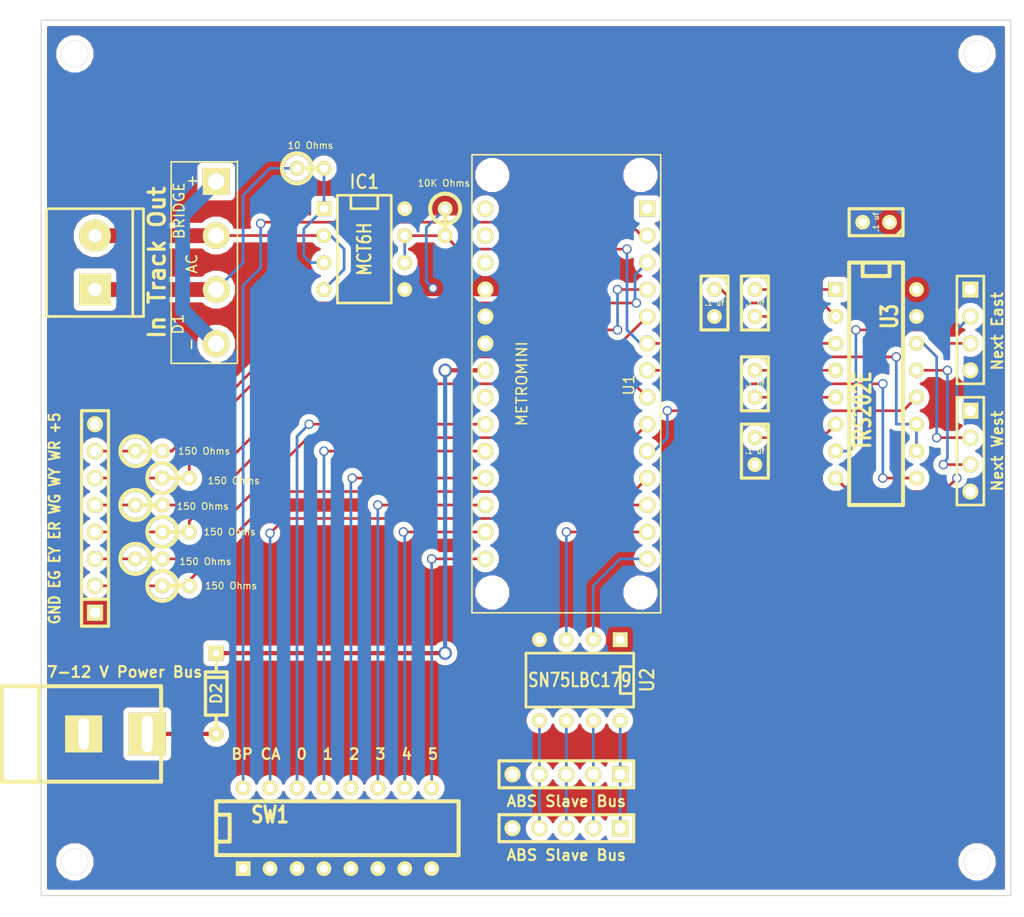
<source format=kicad_pcb>
(kicad_pcb (version 3) (host pcbnew "(2013-june-11)-stable")

  (general
    (links 86)
    (no_connects 0)
    (area 55.360994 112.395 203.917126 198.882001)
    (thickness 1.6)
    (drawings 4)
    (tracks 189)
    (zones 0)
    (modules 31)
    (nets 48)
  )

  (page A3)
  (layers
    (15 F.Cu signal)
    (0 B.Cu signal)
    (16 B.Adhes user)
    (17 F.Adhes user)
    (18 B.Paste user)
    (19 F.Paste user)
    (20 B.SilkS user)
    (21 F.SilkS user)
    (22 B.Mask user)
    (23 F.Mask user)
    (24 Dwgs.User user)
    (25 Cmts.User user)
    (26 Eco1.User user)
    (27 Eco2.User user)
    (28 Edge.Cuts user)
  )

  (setup
    (last_trace_width 0.254)
    (user_trace_width 0.4)
    (user_trace_width 1.4)
    (trace_clearance 0.254)
    (zone_clearance 0.508)
    (zone_45_only no)
    (trace_min 0.254)
    (segment_width 0.2)
    (edge_width 0.1)
    (via_size 0.889)
    (via_drill 0.635)
    (via_min_size 0.889)
    (via_min_drill 0.508)
    (user_via 1.27 0.889)
    (uvia_size 0.508)
    (uvia_drill 0.127)
    (uvias_allowed no)
    (uvia_min_size 0.508)
    (uvia_min_drill 0.127)
    (pcb_text_width 0.3)
    (pcb_text_size 1.5 1.5)
    (mod_edge_width 0.15)
    (mod_text_size 1 1)
    (mod_text_width 0.15)
    (pad_size 1.5 1.5)
    (pad_drill 0.6)
    (pad_to_mask_clearance 0)
    (aux_axis_origin 0 0)
    (visible_elements FFFFFFBF)
    (pcbplotparams
      (layerselection 3178497)
      (usegerberextensions true)
      (excludeedgelayer true)
      (linewidth 0.150000)
      (plotframeref false)
      (viasonmask false)
      (mode 1)
      (useauxorigin false)
      (hpglpennumber 1)
      (hpglpenspeed 20)
      (hpglpendiameter 15)
      (hpglpenoverlay 2)
      (psnegative false)
      (psa4output false)
      (plotreference true)
      (plotvalue true)
      (plotothertext true)
      (plotinvisibletext false)
      (padsonsilk false)
      (subtractmaskfromsilk false)
      (outputformat 1)
      (mirror false)
      (drillshape 1)
      (scaleselection 1)
      (outputdirectory ""))
  )

  (net 0 "")
  (net 1 +5V)
  (net 2 "/East Green")
  (net 3 "/East Red")
  (net 4 "/East Yellow")
  (net 5 "/West Green")
  (net 6 "/West Red")
  (net 7 "/West Yellow")
  (net 8 GND)
  (net 9 N-000001)
  (net 10 N-0000010)
  (net 11 N-0000011)
  (net 12 N-0000012)
  (net 13 N-0000013)
  (net 14 N-0000014)
  (net 15 N-0000015)
  (net 16 N-0000018)
  (net 17 N-0000019)
  (net 18 N-000002)
  (net 19 N-0000020)
  (net 20 N-0000021)
  (net 21 N-0000022)
  (net 22 N-0000023)
  (net 23 N-0000024)
  (net 24 N-0000025)
  (net 25 N-0000026)
  (net 26 N-0000027)
  (net 27 N-0000028)
  (net 28 N-0000029)
  (net 29 N-000003)
  (net 30 N-0000030)
  (net 31 N-0000031)
  (net 32 N-0000038)
  (net 33 N-0000039)
  (net 34 N-000004)
  (net 35 N-0000041)
  (net 36 N-0000042)
  (net 37 N-0000043)
  (net 38 N-0000044)
  (net 39 N-0000045)
  (net 40 N-0000047)
  (net 41 N-000005)
  (net 42 N-0000051)
  (net 43 N-0000052)
  (net 44 N-000006)
  (net 45 N-000007)
  (net 46 N-000008)
  (net 47 N-000009)

  (net_class Default "This is the default net class."
    (clearance 0.254)
    (trace_width 0.254)
    (via_dia 0.889)
    (via_drill 0.635)
    (uvia_dia 0.508)
    (uvia_drill 0.127)
    (add_net "")
    (add_net +5V)
    (add_net "/East Green")
    (add_net "/East Red")
    (add_net "/East Yellow")
    (add_net "/West Green")
    (add_net "/West Red")
    (add_net "/West Yellow")
    (add_net GND)
    (add_net N-000001)
    (add_net N-0000010)
    (add_net N-0000011)
    (add_net N-0000012)
    (add_net N-0000013)
    (add_net N-0000014)
    (add_net N-0000015)
    (add_net N-0000018)
    (add_net N-0000019)
    (add_net N-000002)
    (add_net N-0000020)
    (add_net N-0000021)
    (add_net N-0000022)
    (add_net N-0000023)
    (add_net N-0000024)
    (add_net N-0000025)
    (add_net N-0000026)
    (add_net N-0000027)
    (add_net N-0000028)
    (add_net N-0000029)
    (add_net N-000003)
    (add_net N-0000030)
    (add_net N-0000031)
    (add_net N-0000038)
    (add_net N-0000039)
    (add_net N-000004)
    (add_net N-0000041)
    (add_net N-0000042)
    (add_net N-0000043)
    (add_net N-0000044)
    (add_net N-0000045)
    (add_net N-0000047)
    (add_net N-000005)
    (add_net N-0000051)
    (add_net N-0000052)
    (add_net N-000006)
    (add_net N-000007)
    (add_net N-000008)
    (add_net N-000009)
  )

  (module ScrewTerm254-8 (layer F.Cu) (tedit 5B20109D) (tstamp 5B20047D)
    (at 88.9 163.83 90)
    (descr "Connecteur 8 pins")
    (tags "CONN DEV")
    (path /5B1FE834)
    (fp_text reference P2 (at 0 -2.159 90) (layer F.SilkS) hide
      (effects (font (size 1.016 1.016) (thickness 0.2032)))
    )
    (fp_text value "GND EG EY ER WG WY WR +5" (at 2.54 -3.81 90) (layer F.SilkS)
      (effects (font (size 1.016 0.889) (thickness 0.2032)))
    )
    (fp_line (start -7.62 1.27) (end -7.62 -1.27) (layer F.SilkS) (width 0.3048))
    (fp_line (start -7.62 -1.27) (end 12.7 -1.27) (layer F.SilkS) (width 0.3048))
    (fp_line (start 12.7 -1.27) (end 12.7 1.27) (layer F.SilkS) (width 0.3048))
    (fp_line (start 12.7 1.27) (end -7.62 1.27) (layer F.SilkS) (width 0.3048))
    (fp_line (start -5.08 1.27) (end -5.08 -1.27) (layer F.SilkS) (width 0.3048))
    (pad 1 thru_hole rect (at -6.35 0 90) (size 1.524 1.524) (drill 1.016)
      (layers *.Cu *.Mask F.SilkS)
      (net 1 +5V)
    )
    (pad 2 thru_hole circle (at -3.81 0 90) (size 1.524 1.524) (drill 1.016)
      (layers *.Cu *.Mask F.SilkS)
      (net 2 "/East Green")
    )
    (pad 3 thru_hole circle (at -1.27 0 90) (size 1.524 1.524) (drill 1.016)
      (layers *.Cu *.Mask F.SilkS)
      (net 4 "/East Yellow")
    )
    (pad 4 thru_hole circle (at 1.27 0 90) (size 1.524 1.524) (drill 1.016)
      (layers *.Cu *.Mask F.SilkS)
      (net 3 "/East Red")
    )
    (pad 5 thru_hole circle (at 3.81 0 90) (size 1.524 1.524) (drill 1.016)
      (layers *.Cu *.Mask F.SilkS)
      (net 5 "/West Green")
    )
    (pad 6 thru_hole circle (at 6.35 0 90) (size 1.524 1.524) (drill 1.016)
      (layers *.Cu *.Mask F.SilkS)
      (net 7 "/West Yellow")
    )
    (pad 7 thru_hole circle (at 8.89 0 90) (size 1.524 1.524) (drill 1.016)
      (layers *.Cu *.Mask F.SilkS)
      (net 6 "/West Red")
    )
    (pad 8 thru_hole circle (at 11.43 0 90) (size 1.524 1.524) (drill 1.016)
      (layers *.Cu *.Mask F.SilkS)
      (net 8 GND)
    )
    (model walter/conn_screw/mors_8p.wrl
      (at (xyz 0.1 0 0))
      (scale (xyz 0.5 0.5 0.5))
      (rotate (xyz 0 0 0))
    )
  )

  (module R1 (layer F.Cu) (tedit 5B2011DB) (tstamp 5B200485)
    (at 93.98 154.94)
    (descr "Resistance verticale")
    (tags R)
    (path /5B1FE843)
    (autoplace_cost90 10)
    (autoplace_cost180 10)
    (fp_text reference R3 (at -1.016 2.54) (layer F.SilkS) hide
      (effects (font (size 1.397 1.27) (thickness 0.2032)))
    )
    (fp_text value "150 Ohms" (at 5.207 0) (layer F.SilkS)
      (effects (font (size 0.635 0.635) (thickness 0.1016)))
    )
    (fp_line (start -1.27 0) (end 1.27 0) (layer F.SilkS) (width 0.381))
    (fp_circle (center -1.27 0) (end -0.635 1.27) (layer F.SilkS) (width 0.381))
    (pad 1 thru_hole circle (at -1.27 0) (size 1.397 1.397) (drill 0.8128)
      (layers *.Cu *.Mask F.SilkS)
      (net 6 "/West Red")
    )
    (pad 2 thru_hole circle (at 1.27 0) (size 1.397 1.397) (drill 0.8128)
      (layers *.Cu *.Mask F.SilkS)
      (net 39 N-0000045)
    )
    (model discret/verti_resistor.wrl
      (at (xyz 0 0 0))
      (scale (xyz 1 1 1))
      (rotate (xyz 0 0 0))
    )
  )

  (module R1 (layer F.Cu) (tedit 5B2011D8) (tstamp 5B20048D)
    (at 96.52 157.48)
    (descr "Resistance verticale")
    (tags R)
    (path /5B1FE852)
    (autoplace_cost90 10)
    (autoplace_cost180 10)
    (fp_text reference R4 (at -1.016 2.54) (layer F.SilkS) hide
      (effects (font (size 1.397 1.27) (thickness 0.2032)))
    )
    (fp_text value "150 Ohms" (at 5.461 0.254) (layer F.SilkS)
      (effects (font (size 0.635 0.635) (thickness 0.1016)))
    )
    (fp_line (start -1.27 0) (end 1.27 0) (layer F.SilkS) (width 0.381))
    (fp_circle (center -1.27 0) (end -0.635 1.27) (layer F.SilkS) (width 0.381))
    (pad 1 thru_hole circle (at -1.27 0) (size 1.397 1.397) (drill 0.8128)
      (layers *.Cu *.Mask F.SilkS)
      (net 7 "/West Yellow")
    )
    (pad 2 thru_hole circle (at 1.27 0) (size 1.397 1.397) (drill 0.8128)
      (layers *.Cu *.Mask F.SilkS)
      (net 38 N-0000044)
    )
    (model discret/verti_resistor.wrl
      (at (xyz 0 0 0))
      (scale (xyz 1 1 1))
      (rotate (xyz 0 0 0))
    )
  )

  (module R1 (layer F.Cu) (tedit 5B2011D2) (tstamp 5B200495)
    (at 93.98 160.02)
    (descr "Resistance verticale")
    (tags R)
    (path /5B1FE861)
    (autoplace_cost90 10)
    (autoplace_cost180 10)
    (fp_text reference R5 (at -1.016 2.54) (layer F.SilkS) hide
      (effects (font (size 1.397 1.27) (thickness 0.2032)))
    )
    (fp_text value "150 Ohms" (at 5.08 0.127) (layer F.SilkS)
      (effects (font (size 0.635 0.635) (thickness 0.1016)))
    )
    (fp_line (start -1.27 0) (end 1.27 0) (layer F.SilkS) (width 0.381))
    (fp_circle (center -1.27 0) (end -0.635 1.27) (layer F.SilkS) (width 0.381))
    (pad 1 thru_hole circle (at -1.27 0) (size 1.397 1.397) (drill 0.8128)
      (layers *.Cu *.Mask F.SilkS)
      (net 5 "/West Green")
    )
    (pad 2 thru_hole circle (at 1.27 0) (size 1.397 1.397) (drill 0.8128)
      (layers *.Cu *.Mask F.SilkS)
      (net 37 N-0000043)
    )
    (model discret/verti_resistor.wrl
      (at (xyz 0 0 0))
      (scale (xyz 1 1 1))
      (rotate (xyz 0 0 0))
    )
  )

  (module R1 (layer F.Cu) (tedit 5B201247) (tstamp 5B20049D)
    (at 96.52 162.56)
    (descr "Resistance verticale")
    (tags R)
    (path /5B1FE870)
    (autoplace_cost90 10)
    (autoplace_cost180 10)
    (fp_text reference R6 (at -1.016 2.54) (layer F.SilkS) hide
      (effects (font (size 1.397 1.27) (thickness 0.2032)))
    )
    (fp_text value "150 Ohms" (at 5.08 0) (layer F.SilkS)
      (effects (font (size 0.635 0.635) (thickness 0.1016)))
    )
    (fp_line (start -1.27 0) (end 1.27 0) (layer F.SilkS) (width 0.381))
    (fp_circle (center -1.27 0) (end -0.635 1.27) (layer F.SilkS) (width 0.381))
    (pad 1 thru_hole circle (at -1.27 0) (size 1.397 1.397) (drill 0.8128)
      (layers *.Cu *.Mask F.SilkS)
      (net 3 "/East Red")
    )
    (pad 2 thru_hole circle (at 1.27 0) (size 1.397 1.397) (drill 0.8128)
      (layers *.Cu *.Mask F.SilkS)
      (net 36 N-0000042)
    )
    (model discret/verti_resistor.wrl
      (at (xyz 0 0 0))
      (scale (xyz 1 1 1))
      (rotate (xyz 0 0 0))
    )
  )

  (module R1 (layer F.Cu) (tedit 5B201229) (tstamp 5B2004A5)
    (at 93.98 165.1)
    (descr "Resistance verticale")
    (tags R)
    (path /5B1FE889)
    (autoplace_cost90 10)
    (autoplace_cost180 10)
    (fp_text reference R7 (at -1.016 2.54) (layer F.SilkS) hide
      (effects (font (size 1.397 1.27) (thickness 0.2032)))
    )
    (fp_text value "150 Ohms" (at 5.334 0.254) (layer F.SilkS)
      (effects (font (size 0.635 0.635) (thickness 0.1016)))
    )
    (fp_line (start -1.27 0) (end 1.27 0) (layer F.SilkS) (width 0.381))
    (fp_circle (center -1.27 0) (end -0.635 1.27) (layer F.SilkS) (width 0.381))
    (pad 1 thru_hole circle (at -1.27 0) (size 1.397 1.397) (drill 0.8128)
      (layers *.Cu *.Mask F.SilkS)
      (net 4 "/East Yellow")
    )
    (pad 2 thru_hole circle (at 1.27 0) (size 1.397 1.397) (drill 0.8128)
      (layers *.Cu *.Mask F.SilkS)
      (net 35 N-0000041)
    )
    (model discret/verti_resistor.wrl
      (at (xyz 0 0 0))
      (scale (xyz 1 1 1))
      (rotate (xyz 0 0 0))
    )
  )

  (module R1 (layer F.Cu) (tedit 5B20120A) (tstamp 5B2004AD)
    (at 96.52 167.64)
    (descr "Resistance verticale")
    (tags R)
    (path /5B1FE898)
    (autoplace_cost90 10)
    (autoplace_cost180 10)
    (fp_text reference R8 (at -1.016 2.54) (layer F.SilkS) hide
      (effects (font (size 1.397 1.27) (thickness 0.2032)))
    )
    (fp_text value "150 Ohms" (at 5.207 0) (layer F.SilkS)
      (effects (font (size 0.635 0.635) (thickness 0.1016)))
    )
    (fp_line (start -1.27 0) (end 1.27 0) (layer F.SilkS) (width 0.381))
    (fp_circle (center -1.27 0) (end -0.635 1.27) (layer F.SilkS) (width 0.381))
    (pad 1 thru_hole circle (at -1.27 0) (size 1.397 1.397) (drill 0.8128)
      (layers *.Cu *.Mask F.SilkS)
      (net 2 "/East Green")
    )
    (pad 2 thru_hole circle (at 1.27 0) (size 1.397 1.397) (drill 0.8128)
      (layers *.Cu *.Mask F.SilkS)
      (net 31 N-0000031)
    )
    (model discret/verti_resistor.wrl
      (at (xyz 0 0 0))
      (scale (xyz 1 1 1))
      (rotate (xyz 0 0 0))
    )
  )

  (module R1 (layer F.Cu) (tedit 5B201291) (tstamp 5B2004B5)
    (at 121.92 133.35 270)
    (descr "Resistance verticale")
    (tags R)
    (path /5B1FE910)
    (autoplace_cost90 10)
    (autoplace_cost180 10)
    (fp_text reference R2 (at -1.016 2.54 270) (layer F.SilkS) hide
      (effects (font (size 1.397 1.27) (thickness 0.2032)))
    )
    (fp_text value "10K Ohms" (at -3.683 0.127 360) (layer F.SilkS)
      (effects (font (size 0.635 0.635) (thickness 0.1016)))
    )
    (fp_line (start -1.27 0) (end 1.27 0) (layer F.SilkS) (width 0.381))
    (fp_circle (center -1.27 0) (end -0.635 1.27) (layer F.SilkS) (width 0.381))
    (pad 1 thru_hole circle (at -1.27 0 270) (size 1.397 1.397) (drill 0.8128)
      (layers *.Cu *.Mask F.SilkS)
      (net 1 +5V)
    )
    (pad 2 thru_hole circle (at 1.27 0 270) (size 1.397 1.397) (drill 0.8128)
      (layers *.Cu *.Mask F.SilkS)
      (net 32 N-0000038)
    )
    (model discret/verti_resistor.wrl
      (at (xyz 0 0 0))
      (scale (xyz 1 1 1))
      (rotate (xyz 0 0 0))
    )
  )

  (module R1 (layer F.Cu) (tedit 5B20126C) (tstamp 5B2004BD)
    (at 109.22 128.27)
    (descr "Resistance verticale")
    (tags R)
    (path /5B1FE8C5)
    (autoplace_cost90 10)
    (autoplace_cost180 10)
    (fp_text reference R1 (at -1.016 2.54) (layer F.SilkS) hide
      (effects (font (size 1.397 1.27) (thickness 0.2032)))
    )
    (fp_text value "10 Ohms" (at 0 -2.159) (layer F.SilkS)
      (effects (font (size 0.635 0.635) (thickness 0.1016)))
    )
    (fp_line (start -1.27 0) (end 1.27 0) (layer F.SilkS) (width 0.381))
    (fp_circle (center -1.27 0) (end -0.635 1.27) (layer F.SilkS) (width 0.381))
    (pad 1 thru_hole circle (at -1.27 0) (size 1.397 1.397) (drill 0.8128)
      (layers *.Cu *.Mask F.SilkS)
      (net 42 N-0000051)
    )
    (pad 2 thru_hole circle (at 1.27 0) (size 1.397 1.397) (drill 0.8128)
      (layers *.Cu *.Mask F.SilkS)
      (net 43 N-0000052)
    )
    (model discret/verti_resistor.wrl
      (at (xyz 0 0 0))
      (scale (xyz 1 1 1))
      (rotate (xyz 0 0 0))
    )
  )

  (module PIN_ARRAY_5x1 (layer F.Cu) (tedit 5B2013B3) (tstamp 5B2004CA)
    (at 133.35 190.5 180)
    (descr "Double rangee de contacts 2 x 5 pins")
    (tags CONN)
    (path /5B200B7B)
    (fp_text reference P6 (at 0 -2.54 180) (layer F.SilkS) hide
      (effects (font (size 1.016 1.016) (thickness 0.2032)))
    )
    (fp_text value "ABS Slave Bus" (at 0 -2.54 180) (layer F.SilkS)
      (effects (font (size 1.016 1.016) (thickness 0.2032)))
    )
    (fp_line (start -6.35 -1.27) (end -6.35 1.27) (layer F.SilkS) (width 0.3048))
    (fp_line (start 6.35 1.27) (end 6.35 -1.27) (layer F.SilkS) (width 0.3048))
    (fp_line (start -6.35 -1.27) (end 6.35 -1.27) (layer F.SilkS) (width 0.3048))
    (fp_line (start 6.35 1.27) (end -6.35 1.27) (layer F.SilkS) (width 0.3048))
    (pad 1 thru_hole rect (at -5.08 0 180) (size 1.524 1.524) (drill 1.016)
      (layers *.Cu *.Mask F.SilkS)
      (net 27 N-0000028)
    )
    (pad 2 thru_hole circle (at -2.54 0 180) (size 1.524 1.524) (drill 1.016)
      (layers *.Cu *.Mask F.SilkS)
      (net 26 N-0000027)
    )
    (pad 3 thru_hole circle (at 0 0 180) (size 1.524 1.524) (drill 1.016)
      (layers *.Cu *.Mask F.SilkS)
      (net 25 N-0000026)
    )
    (pad 4 thru_hole circle (at 2.54 0 180) (size 1.524 1.524) (drill 1.016)
      (layers *.Cu *.Mask F.SilkS)
      (net 45 N-000007)
    )
    (pad 5 thru_hole circle (at 5.08 0 180) (size 1.524 1.524) (drill 1.016)
      (layers *.Cu *.Mask F.SilkS)
      (net 8 GND)
    )
    (model pin_array/pins_array_5x1.wrl
      (at (xyz 0 0 0))
      (scale (xyz 1 1 1))
      (rotate (xyz 0 0 0))
    )
  )

  (module PIN_ARRAY_5x1 (layer F.Cu) (tedit 5B2013A1) (tstamp 5B2004D7)
    (at 133.35 185.42 180)
    (descr "Double rangee de contacts 2 x 5 pins")
    (tags CONN)
    (path /5B20046B)
    (fp_text reference P4 (at 0 -2.54 180) (layer F.SilkS) hide
      (effects (font (size 1.016 1.016) (thickness 0.2032)))
    )
    (fp_text value "ABS Slave Bus" (at 0 -2.54 180) (layer F.SilkS)
      (effects (font (size 1.016 1.016) (thickness 0.2032)))
    )
    (fp_line (start -6.35 -1.27) (end -6.35 1.27) (layer F.SilkS) (width 0.3048))
    (fp_line (start 6.35 1.27) (end 6.35 -1.27) (layer F.SilkS) (width 0.3048))
    (fp_line (start -6.35 -1.27) (end 6.35 -1.27) (layer F.SilkS) (width 0.3048))
    (fp_line (start 6.35 1.27) (end -6.35 1.27) (layer F.SilkS) (width 0.3048))
    (pad 1 thru_hole rect (at -5.08 0 180) (size 1.524 1.524) (drill 1.016)
      (layers *.Cu *.Mask F.SilkS)
      (net 27 N-0000028)
    )
    (pad 2 thru_hole circle (at -2.54 0 180) (size 1.524 1.524) (drill 1.016)
      (layers *.Cu *.Mask F.SilkS)
      (net 26 N-0000027)
    )
    (pad 3 thru_hole circle (at 0 0 180) (size 1.524 1.524) (drill 1.016)
      (layers *.Cu *.Mask F.SilkS)
      (net 25 N-0000026)
    )
    (pad 4 thru_hole circle (at 2.54 0 180) (size 1.524 1.524) (drill 1.016)
      (layers *.Cu *.Mask F.SilkS)
      (net 45 N-000007)
    )
    (pad 5 thru_hole circle (at 5.08 0 180) (size 1.524 1.524) (drill 1.016)
      (layers *.Cu *.Mask F.SilkS)
      (net 8 GND)
    )
    (model pin_array/pins_array_5x1.wrl
      (at (xyz 0 0 0))
      (scale (xyz 1 1 1))
      (rotate (xyz 0 0 0))
    )
  )

  (module PIN_ARRAY_4x1 (layer F.Cu) (tedit 5B20136F) (tstamp 5B2004E3)
    (at 171.45 143.51 270)
    (descr "Double rangee de contacts 2 x 5 pins")
    (tags CONN)
    (path /5B1FFC26)
    (fp_text reference P3 (at 0 -2.54 270) (layer F.SilkS) hide
      (effects (font (size 1.016 1.016) (thickness 0.2032)))
    )
    (fp_text value "Next East" (at 0.127 -2.54 270) (layer F.SilkS)
      (effects (font (size 1.016 1.016) (thickness 0.2032)))
    )
    (fp_line (start 5.08 1.27) (end -5.08 1.27) (layer F.SilkS) (width 0.254))
    (fp_line (start 5.08 -1.27) (end -5.08 -1.27) (layer F.SilkS) (width 0.254))
    (fp_line (start -5.08 -1.27) (end -5.08 1.27) (layer F.SilkS) (width 0.254))
    (fp_line (start 5.08 1.27) (end 5.08 -1.27) (layer F.SilkS) (width 0.254))
    (pad 1 thru_hole rect (at -3.81 0 270) (size 1.524 1.524) (drill 1.016)
      (layers *.Cu *.Mask F.SilkS)
      (net 8 GND)
    )
    (pad 2 thru_hole circle (at -1.27 0 270) (size 1.524 1.524) (drill 1.016)
      (layers *.Cu *.Mask F.SilkS)
      (net 9 N-000001)
    )
    (pad 3 thru_hole circle (at 1.27 0 270) (size 1.524 1.524) (drill 1.016)
      (layers *.Cu *.Mask F.SilkS)
      (net 29 N-000003)
    )
    (pad 4 thru_hole circle (at 3.81 0 270) (size 1.524 1.524) (drill 1.016)
      (layers *.Cu *.Mask F.SilkS)
      (net 8 GND)
    )
    (model pin_array\pins_array_4x1.wrl
      (at (xyz 0 0 0))
      (scale (xyz 1 1 1))
      (rotate (xyz 0 0 0))
    )
  )

  (module PIN_ARRAY_4x1 (layer F.Cu) (tedit 5B201384) (tstamp 5B2004EF)
    (at 171.45 154.94 270)
    (descr "Double rangee de contacts 2 x 5 pins")
    (tags CONN)
    (path /5B1FFC35)
    (fp_text reference P5 (at 0 -2.54 270) (layer F.SilkS) hide
      (effects (font (size 1.016 1.016) (thickness 0.2032)))
    )
    (fp_text value "Next West" (at 0 -2.54 270) (layer F.SilkS)
      (effects (font (size 1.016 1.016) (thickness 0.2032)))
    )
    (fp_line (start 5.08 1.27) (end -5.08 1.27) (layer F.SilkS) (width 0.254))
    (fp_line (start 5.08 -1.27) (end -5.08 -1.27) (layer F.SilkS) (width 0.254))
    (fp_line (start -5.08 -1.27) (end -5.08 1.27) (layer F.SilkS) (width 0.254))
    (fp_line (start 5.08 1.27) (end 5.08 -1.27) (layer F.SilkS) (width 0.254))
    (pad 1 thru_hole rect (at -3.81 0 270) (size 1.524 1.524) (drill 1.016)
      (layers *.Cu *.Mask F.SilkS)
      (net 8 GND)
    )
    (pad 2 thru_hole circle (at -1.27 0 270) (size 1.524 1.524) (drill 1.016)
      (layers *.Cu *.Mask F.SilkS)
      (net 34 N-000004)
    )
    (pad 3 thru_hole circle (at 1.27 0 270) (size 1.524 1.524) (drill 1.016)
      (layers *.Cu *.Mask F.SilkS)
      (net 18 N-000002)
    )
    (pad 4 thru_hole circle (at 3.81 0 270) (size 1.524 1.524) (drill 1.016)
      (layers *.Cu *.Mask F.SilkS)
      (net 8 GND)
    )
    (model pin_array\pins_array_4x1.wrl
      (at (xyz 0 0 0))
      (scale (xyz 1 1 1))
      (rotate (xyz 0 0 0))
    )
  )

  (module mors_2p (layer F.Cu) (tedit 5B201120) (tstamp 5B2004FE)
    (at 88.9 137.16 90)
    (descr "Terminal block 2 pins")
    (tags DEV)
    (path /5B1FE8B6)
    (fp_text reference P1 (at 0 -5.842 90) (layer F.SilkS) hide
      (effects (font (size 1.524 1.524) (thickness 0.3048)))
    )
    (fp_text value "In Track Out" (at 0 5.842 90) (layer F.SilkS)
      (effects (font (size 1.524 1.524) (thickness 0.3048)))
    )
    (fp_line (start 5.08 -3.81) (end 5.08 -4.572) (layer F.SilkS) (width 0.254))
    (fp_line (start 5.08 -4.572) (end -5.08 -4.572) (layer F.SilkS) (width 0.254))
    (fp_line (start -5.08 -4.572) (end -5.08 -3.81) (layer F.SilkS) (width 0.254))
    (fp_line (start 5.08 4.572) (end -5.08 4.572) (layer F.SilkS) (width 0.254))
    (fp_line (start -5.08 4.572) (end -5.08 3.556) (layer F.SilkS) (width 0.254))
    (fp_line (start -5.08 3.556) (end 5.08 3.556) (layer F.SilkS) (width 0.254))
    (fp_line (start 5.08 3.556) (end 5.08 4.572) (layer F.SilkS) (width 0.254))
    (fp_line (start 5.08 3.81) (end 5.08 -3.81) (layer F.SilkS) (width 0.254))
    (fp_line (start -5.08 -3.81) (end -5.08 3.81) (layer F.SilkS) (width 0.254))
    (pad 1 thru_hole rect (at -2.54 0 90) (size 2.99974 2.99974) (drill 1.24968)
      (layers *.Cu *.Mask F.SilkS)
      (net 42 N-0000051)
    )
    (pad 2 thru_hole circle (at 2.54 0 90) (size 2.99974 2.99974) (drill 1.24968)
      (layers *.Cu *.Mask F.SilkS)
      (net 28 N-0000029)
    )
    (model walter/conn_screw/mors_2p.wrl
      (at (xyz 0 0 0))
      (scale (xyz 1 1 1))
      (rotate (xyz 0 0 0))
    )
  )

  (module MetroMini (layer F.Cu) (tedit 5B01EDF6) (tstamp 5B200526)
    (at 133.35 148.59 270)
    (path /5B1FE818)
    (fp_text reference U1 (at 0.1 -5.9 270) (layer F.SilkS)
      (effects (font (size 1 1) (thickness 0.15)))
    )
    (fp_text value METROMINI (at 0 4.2 270) (layer F.SilkS)
      (effects (font (size 1 1) (thickness 0.15)))
    )
    (fp_line (start -21.6 -8.9) (end 21.6 -8.9) (layer F.SilkS) (width 0.15))
    (fp_line (start 21.6 -8.9) (end 21.6 8.9) (layer F.SilkS) (width 0.15))
    (fp_line (start 21.6 8.9) (end -21.6 8.9) (layer F.SilkS) (width 0.15))
    (fp_line (start -21.6 8.9) (end -21.6 -8.9) (layer F.SilkS) (width 0.15))
    (pad "" np_thru_hole circle (at -19.685 -6.985 270) (size 2.2 2.2) (drill 2.2)
      (layers *.Cu *.Mask F.SilkS)
    )
    (pad "" np_thru_hole circle (at -19.685 6.985 270) (size 2.2 2.2) (drill 2.2)
      (layers *.Cu *.Mask F.SilkS)
    )
    (pad "" np_thru_hole circle (at 19.685 -6.985 270) (size 2.2 2.2) (drill 2.2)
      (layers *.Cu *.Mask F.SilkS)
    )
    (pad "" np_thru_hole circle (at 19.685 6.985 270) (size 2.2 2.2) (drill 2.2)
      (layers *.Cu *.Mask F.SilkS)
    )
    (pad 7 thru_hole circle (at -1.27 -7.63 270) (size 1.524 1.524) (drill 1.016)
      (layers *.Cu *.Mask F.SilkS)
      (net 15 N-0000015)
    )
    (pad 6 thru_hole circle (at -3.81 -7.63 270) (size 1.524 1.524) (drill 1.016)
      (layers *.Cu *.Mask F.SilkS)
      (net 32 N-0000038)
    )
    (pad 5 thru_hole circle (at -6.35 -7.63 270) (size 1.524 1.524) (drill 1.016)
      (layers *.Cu *.Mask F.SilkS)
      (net 37 N-0000043)
    )
    (pad 4 thru_hole circle (at -8.89 -7.63 270) (size 1.524 1.524) (drill 1.016)
      (layers *.Cu *.Mask F.SilkS)
      (net 38 N-0000044)
    )
    (pad 3 thru_hole circle (at -11.43 -7.63 270) (size 1.524 1.524) (drill 1.016)
      (layers *.Cu *.Mask F.SilkS)
      (net 39 N-0000045)
    )
    (pad 2 thru_hole circle (at -13.97 -7.63 270) (size 1.524 1.524) (drill 1.016)
      (layers *.Cu *.Mask F.SilkS)
      (net 16 N-0000018)
    )
    (pad 1 thru_hole rect (at -16.51 -7.63 270) (size 1.524 1.524) (drill 1.016)
      (layers *.Cu *.Mask F.SilkS)
    )
    (pad 8 thru_hole circle (at 1.27 -7.63 270) (size 1.524 1.524) (drill 1.016)
      (layers *.Cu *.Mask F.SilkS)
      (net 36 N-0000042)
    )
    (pad 9 thru_hole circle (at 3.81 -7.63 270) (size 1.524 1.524) (drill 1.016)
      (layers *.Cu *.Mask F.SilkS)
      (net 35 N-0000041)
    )
    (pad 10 thru_hole circle (at 6.35 -7.63 270) (size 1.524 1.524) (drill 1.016)
      (layers *.Cu *.Mask F.SilkS)
      (net 14 N-0000014)
    )
    (pad 11 thru_hole circle (at 8.89 -7.63 270) (size 1.524 1.524) (drill 1.016)
      (layers *.Cu *.Mask F.SilkS)
      (net 31 N-0000031)
    )
    (pad 12 thru_hole circle (at 11.43 -7.63 270) (size 1.524 1.524) (drill 1.016)
      (layers *.Cu *.Mask F.SilkS)
      (net 17 N-0000019)
    )
    (pad 13 thru_hole circle (at 13.97 -7.63 270) (size 1.524 1.524) (drill 1.016)
      (layers *.Cu *.Mask F.SilkS)
      (net 41 N-000005)
    )
    (pad 14 thru_hole circle (at 16.51 -7.63 270) (size 1.524 1.524) (drill 1.016)
      (layers *.Cu *.Mask F.SilkS)
      (net 44 N-000006)
    )
    (pad 15 thru_hole circle (at 16.51 7.63 270) (size 1.524 1.524) (drill 1.016)
      (layers *.Cu *.Mask F.SilkS)
      (net 24 N-0000025)
    )
    (pad 16 thru_hole circle (at 13.97 7.63 270) (size 1.524 1.524) (drill 1.016)
      (layers *.Cu *.Mask F.SilkS)
      (net 23 N-0000024)
    )
    (pad 17 thru_hole circle (at 11.43 7.63 270) (size 1.524 1.524) (drill 1.016)
      (layers *.Cu *.Mask F.SilkS)
      (net 22 N-0000023)
    )
    (pad 18 thru_hole circle (at 8.89 7.63 270) (size 1.524 1.524) (drill 1.016)
      (layers *.Cu *.Mask F.SilkS)
      (net 21 N-0000022)
    )
    (pad 19 thru_hole circle (at 6.35 7.63 270) (size 1.524 1.524) (drill 1.016)
      (layers *.Cu *.Mask F.SilkS)
      (net 20 N-0000021)
    )
    (pad 20 thru_hole circle (at 3.81 7.63 270) (size 1.524 1.524) (drill 1.016)
      (layers *.Cu *.Mask F.SilkS)
      (net 19 N-0000020)
    )
    (pad 21 thru_hole circle (at 1.27 7.63 270) (size 1.524 1.524) (drill 1.016)
      (layers *.Cu *.Mask F.SilkS)
    )
    (pad 22 thru_hole circle (at -1.27 7.63 270) (size 1.524 1.524) (drill 1.016)
      (layers *.Cu *.Mask F.SilkS)
      (net 33 N-0000039)
    )
    (pad 23 thru_hole circle (at -3.81 7.63 270) (size 1.524 1.524) (drill 1.016)
      (layers *.Cu *.Mask F.SilkS)
      (net 8 GND)
    )
    (pad 24 thru_hole circle (at -6.35 7.63 270) (size 1.524 1.524) (drill 1.016)
      (layers *.Cu *.Mask F.SilkS)
      (net 8 GND)
    )
    (pad 25 thru_hole circle (at -8.89 7.63 270) (size 1.524 1.524) (drill 1.016)
      (layers *.Cu *.Mask F.SilkS)
      (net 1 +5V)
    )
    (pad 26 thru_hole circle (at -11.43 7.63 270) (size 1.524 1.524) (drill 1.016)
      (layers *.Cu *.Mask F.SilkS)
    )
    (pad 27 thru_hole circle (at -13.97 7.63 270) (size 1.524 1.524) (drill 1.016)
      (layers *.Cu *.Mask F.SilkS)
    )
    (pad 28 thru_hole circle (at -16.51 7.63 270) (size 1.524 1.524) (drill 1.016)
      (layers *.Cu *.Mask F.SilkS)
    )
  )

  (module KBL (layer F.Cu) (tedit 5B02DD83) (tstamp 5B200536)
    (at 100.33 137.16 270)
    (tags "Bridge Rectifier")
    (path /5B1FE8A7)
    (fp_text reference D1 (at 5.8 3.6 270) (layer F.SilkS)
      (effects (font (size 1 1) (thickness 0.15)))
    )
    (fp_text value BRIDGE (at -4.9 3.5 270) (layer F.SilkS)
      (effects (font (size 1 1) (thickness 0.15)))
    )
    (fp_text user AC (at 0.1 2.3 270) (layer F.SilkS)
      (effects (font (size 1 1) (thickness 0.15)))
    )
    (fp_text user - (at 7.7 2.4 270) (layer F.SilkS)
      (effects (font (size 1 1) (thickness 0.15)))
    )
    (fp_text user + (at -7.7 2.3 270) (layer F.SilkS)
      (effects (font (size 1 1) (thickness 0.15)))
    )
    (fp_line (start -9.5 -2) (end 9.5 -2) (layer F.SilkS) (width 0.15))
    (fp_line (start 9.5 -2) (end 9.5 4.25) (layer F.SilkS) (width 0.15))
    (fp_line (start 9.5 4.25) (end -9.5 4.25) (layer F.SilkS) (width 0.15))
    (fp_line (start -9.5 4.25) (end -9.5 -2) (layer F.SilkS) (width 0.15))
    (fp_line (start -9.5 -2) (end -9.6 -2) (layer F.SilkS) (width 0.15))
    (pad 1 thru_hole rect (at -7.65 0 270) (size 2.54 2.54) (drill 1.524)
      (layers *.Cu *.Mask F.SilkS)
      (net 30 N-0000030)
    )
    (pad 2 thru_hole circle (at -2.55 0 270) (size 2.54 2.54) (drill 1.524)
      (layers *.Cu *.Mask F.SilkS)
      (net 28 N-0000029)
    )
    (pad 3 thru_hole circle (at 2.55 0 270) (size 2.54 2.54) (drill 1.524)
      (layers *.Cu *.Mask F.SilkS)
      (net 42 N-0000051)
    )
    (pad 4 thru_hole circle (at 7.65 0 270) (size 2.54 2.54) (drill 1.524)
      (layers *.Cu *.Mask F.SilkS)
      (net 30 N-0000030)
    )
  )

  (module DO-35 (layer F.Cu) (tedit 5B20053E) (tstamp 5B200543)
    (at 100.33 177.8 90)
    (descr "Diode 3 pas")
    (tags "DIODE DEV")
    (path /5B1FEFD7)
    (fp_text reference D2 (at 0 0 90) (layer F.SilkS)
      (effects (font (size 1.016 1.016) (thickness 0.2032)))
    )
    (fp_text value DIODESCH (at 0 0 90) (layer F.SilkS) hide
      (effects (font (size 1.016 1.016) (thickness 0.2032)))
    )
    (fp_line (start 2.032 0) (end 3.81 0) (layer F.SilkS) (width 0.3175))
    (fp_line (start -2.032 0) (end -3.81 0) (layer F.SilkS) (width 0.3175))
    (fp_line (start 1.524 -1.016) (end 1.524 1.016) (layer F.SilkS) (width 0.3175))
    (fp_line (start -2.032 -1.016) (end -2.032 1.016) (layer F.SilkS) (width 0.3175))
    (fp_line (start -2.032 1.016) (end 2.032 1.016) (layer F.SilkS) (width 0.3175))
    (fp_line (start 2.032 1.016) (end 2.032 -1.016) (layer F.SilkS) (width 0.3175))
    (fp_line (start 2.032 -1.016) (end -2.032 -1.016) (layer F.SilkS) (width 0.3175))
    (pad 2 thru_hole rect (at 3.81 0 90) (size 1.4224 1.4224) (drill 0.6096)
      (layers *.Cu *.Mask F.SilkS)
      (net 33 N-0000039)
    )
    (pad 1 thru_hole circle (at -3.81 0 90) (size 1.4224 1.4224) (drill 0.6096)
      (layers *.Cu *.Mask F.SilkS)
      (net 40 N-0000047)
    )
    (model discret/diode.wrl
      (at (xyz 0 0 0))
      (scale (xyz 0.3 0.3 0.3))
      (rotate (xyz 0 0 0))
    )
  )

  (module DIP-8__300 (layer F.Cu) (tedit 43A7F843) (tstamp 5B200556)
    (at 114.3 135.89 270)
    (descr "8 pins DIL package, round pads")
    (tags DIL)
    (path /5B1FE8F2)
    (fp_text reference IC1 (at -6.35 0 360) (layer F.SilkS)
      (effects (font (size 1.27 1.143) (thickness 0.2032)))
    )
    (fp_text value MCT6H (at 0 0 270) (layer F.SilkS)
      (effects (font (size 1.27 1.016) (thickness 0.2032)))
    )
    (fp_line (start -5.08 -1.27) (end -3.81 -1.27) (layer F.SilkS) (width 0.254))
    (fp_line (start -3.81 -1.27) (end -3.81 1.27) (layer F.SilkS) (width 0.254))
    (fp_line (start -3.81 1.27) (end -5.08 1.27) (layer F.SilkS) (width 0.254))
    (fp_line (start -5.08 -2.54) (end 5.08 -2.54) (layer F.SilkS) (width 0.254))
    (fp_line (start 5.08 -2.54) (end 5.08 2.54) (layer F.SilkS) (width 0.254))
    (fp_line (start 5.08 2.54) (end -5.08 2.54) (layer F.SilkS) (width 0.254))
    (fp_line (start -5.08 2.54) (end -5.08 -2.54) (layer F.SilkS) (width 0.254))
    (pad 1 thru_hole rect (at -3.81 3.81 270) (size 1.397 1.397) (drill 0.8128)
      (layers *.Cu *.Mask F.SilkS)
      (net 43 N-0000052)
    )
    (pad 2 thru_hole circle (at -1.27 3.81 270) (size 1.397 1.397) (drill 0.8128)
      (layers *.Cu *.Mask F.SilkS)
      (net 28 N-0000029)
    )
    (pad 3 thru_hole circle (at 1.27 3.81 270) (size 1.397 1.397) (drill 0.8128)
      (layers *.Cu *.Mask F.SilkS)
      (net 43 N-0000052)
    )
    (pad 4 thru_hole circle (at 3.81 3.81 270) (size 1.397 1.397) (drill 0.8128)
      (layers *.Cu *.Mask F.SilkS)
      (net 28 N-0000029)
    )
    (pad 5 thru_hole circle (at 3.81 -3.81 270) (size 1.397 1.397) (drill 0.8128)
      (layers *.Cu *.Mask F.SilkS)
      (net 8 GND)
    )
    (pad 6 thru_hole circle (at 1.27 -3.81 270) (size 1.397 1.397) (drill 0.8128)
      (layers *.Cu *.Mask F.SilkS)
      (net 32 N-0000038)
    )
    (pad 7 thru_hole circle (at -1.27 -3.81 270) (size 1.397 1.397) (drill 0.8128)
      (layers *.Cu *.Mask F.SilkS)
      (net 32 N-0000038)
    )
    (pad 8 thru_hole circle (at -3.81 -3.81 270) (size 1.397 1.397) (drill 0.8128)
      (layers *.Cu *.Mask F.SilkS)
      (net 8 GND)
    )
    (model dil/dil_8.wrl
      (at (xyz 0 0 0))
      (scale (xyz 1 1 1))
      (rotate (xyz 0 0 0))
    )
  )

  (module DIP-8__300 (layer F.Cu) (tedit 43A7F843) (tstamp 5B200569)
    (at 134.62 176.53 180)
    (descr "8 pins DIL package, round pads")
    (tags DIL)
    (path /5B20023C)
    (fp_text reference U2 (at -6.35 0 270) (layer F.SilkS)
      (effects (font (size 1.27 1.143) (thickness 0.2032)))
    )
    (fp_text value SN75LBC179 (at 0 0 180) (layer F.SilkS)
      (effects (font (size 1.27 1.016) (thickness 0.2032)))
    )
    (fp_line (start -5.08 -1.27) (end -3.81 -1.27) (layer F.SilkS) (width 0.254))
    (fp_line (start -3.81 -1.27) (end -3.81 1.27) (layer F.SilkS) (width 0.254))
    (fp_line (start -3.81 1.27) (end -5.08 1.27) (layer F.SilkS) (width 0.254))
    (fp_line (start -5.08 -2.54) (end 5.08 -2.54) (layer F.SilkS) (width 0.254))
    (fp_line (start 5.08 -2.54) (end 5.08 2.54) (layer F.SilkS) (width 0.254))
    (fp_line (start 5.08 2.54) (end -5.08 2.54) (layer F.SilkS) (width 0.254))
    (fp_line (start -5.08 2.54) (end -5.08 -2.54) (layer F.SilkS) (width 0.254))
    (pad 1 thru_hole rect (at -3.81 3.81 180) (size 1.397 1.397) (drill 0.8128)
      (layers *.Cu *.Mask F.SilkS)
      (net 1 +5V)
    )
    (pad 2 thru_hole circle (at -1.27 3.81 180) (size 1.397 1.397) (drill 0.8128)
      (layers *.Cu *.Mask F.SilkS)
      (net 44 N-000006)
    )
    (pad 3 thru_hole circle (at 1.27 3.81 180) (size 1.397 1.397) (drill 0.8128)
      (layers *.Cu *.Mask F.SilkS)
      (net 41 N-000005)
    )
    (pad 4 thru_hole circle (at 3.81 3.81 180) (size 1.397 1.397) (drill 0.8128)
      (layers *.Cu *.Mask F.SilkS)
      (net 8 GND)
    )
    (pad 5 thru_hole circle (at 3.81 -3.81 180) (size 1.397 1.397) (drill 0.8128)
      (layers *.Cu *.Mask F.SilkS)
      (net 45 N-000007)
    )
    (pad 6 thru_hole circle (at 1.27 -3.81 180) (size 1.397 1.397) (drill 0.8128)
      (layers *.Cu *.Mask F.SilkS)
      (net 25 N-0000026)
    )
    (pad 7 thru_hole circle (at -1.27 -3.81 180) (size 1.397 1.397) (drill 0.8128)
      (layers *.Cu *.Mask F.SilkS)
      (net 26 N-0000027)
    )
    (pad 8 thru_hole circle (at -3.81 -3.81 180) (size 1.397 1.397) (drill 0.8128)
      (layers *.Cu *.Mask F.SilkS)
      (net 27 N-0000028)
    )
    (model dil/dil_8.wrl
      (at (xyz 0 0 0))
      (scale (xyz 1 1 1))
      (rotate (xyz 0 0 0))
    )
  )

  (module DIP-16__300 (layer F.Cu) (tedit 200000) (tstamp 5B200585)
    (at 162.56 148.59 270)
    (descr "16 pins DIL package, round pads")
    (tags DIL)
    (path /5B1FF5C0)
    (fp_text reference U3 (at -6.35 -1.27 270) (layer F.SilkS)
      (effects (font (size 1.524 1.143) (thickness 0.3048)))
    )
    (fp_text value TRS202E (at 2.54 1.27 270) (layer F.SilkS)
      (effects (font (size 1.524 1.143) (thickness 0.3048)))
    )
    (fp_line (start -11.43 -1.27) (end -11.43 -1.27) (layer F.SilkS) (width 0.381))
    (fp_line (start -11.43 -1.27) (end -10.16 -1.27) (layer F.SilkS) (width 0.381))
    (fp_line (start -10.16 -1.27) (end -10.16 1.27) (layer F.SilkS) (width 0.381))
    (fp_line (start -10.16 1.27) (end -11.43 1.27) (layer F.SilkS) (width 0.381))
    (fp_line (start -11.43 -2.54) (end 11.43 -2.54) (layer F.SilkS) (width 0.381))
    (fp_line (start 11.43 -2.54) (end 11.43 2.54) (layer F.SilkS) (width 0.381))
    (fp_line (start 11.43 2.54) (end -11.43 2.54) (layer F.SilkS) (width 0.381))
    (fp_line (start -11.43 2.54) (end -11.43 -2.54) (layer F.SilkS) (width 0.381))
    (pad 1 thru_hole rect (at -8.89 3.81 270) (size 1.397 1.397) (drill 0.8128)
      (layers *.Cu *.Mask F.SilkS)
      (net 46 N-000008)
    )
    (pad 2 thru_hole circle (at -6.35 3.81 270) (size 1.397 1.397) (drill 0.8128)
      (layers *.Cu *.Mask F.SilkS)
      (net 13 N-0000013)
    )
    (pad 3 thru_hole circle (at -3.81 3.81 270) (size 1.397 1.397) (drill 0.8128)
      (layers *.Cu *.Mask F.SilkS)
      (net 11 N-0000011)
    )
    (pad 4 thru_hole circle (at -1.27 3.81 270) (size 1.397 1.397) (drill 0.8128)
      (layers *.Cu *.Mask F.SilkS)
      (net 47 N-000009)
    )
    (pad 5 thru_hole circle (at 1.27 3.81 270) (size 1.397 1.397) (drill 0.8128)
      (layers *.Cu *.Mask F.SilkS)
      (net 10 N-0000010)
    )
    (pad 6 thru_hole circle (at 3.81 3.81 270) (size 1.397 1.397) (drill 0.8128)
      (layers *.Cu *.Mask F.SilkS)
      (net 12 N-0000012)
    )
    (pad 7 thru_hole circle (at 6.35 3.81 270) (size 1.397 1.397) (drill 0.8128)
      (layers *.Cu *.Mask F.SilkS)
      (net 29 N-000003)
    )
    (pad 8 thru_hole circle (at 8.89 3.81 270) (size 1.397 1.397) (drill 0.8128)
      (layers *.Cu *.Mask F.SilkS)
      (net 9 N-000001)
    )
    (pad 9 thru_hole circle (at 8.89 -3.81 270) (size 1.397 1.397) (drill 0.8128)
      (layers *.Cu *.Mask F.SilkS)
      (net 15 N-0000015)
    )
    (pad 10 thru_hole circle (at 6.35 -3.81 270) (size 1.397 1.397) (drill 0.8128)
      (layers *.Cu *.Mask F.SilkS)
      (net 32 N-0000038)
    )
    (pad 11 thru_hole circle (at 3.81 -3.81 270) (size 1.397 1.397) (drill 0.8128)
      (layers *.Cu *.Mask F.SilkS)
      (net 32 N-0000038)
    )
    (pad 12 thru_hole circle (at 1.27 -3.81 270) (size 1.397 1.397) (drill 0.8128)
      (layers *.Cu *.Mask F.SilkS)
      (net 14 N-0000014)
    )
    (pad 13 thru_hole circle (at -1.27 -3.81 270) (size 1.397 1.397) (drill 0.8128)
      (layers *.Cu *.Mask F.SilkS)
      (net 18 N-000002)
    )
    (pad 14 thru_hole circle (at -3.81 -3.81 270) (size 1.397 1.397) (drill 0.8128)
      (layers *.Cu *.Mask F.SilkS)
      (net 34 N-000004)
    )
    (pad 15 thru_hole circle (at -6.35 -3.81 270) (size 1.397 1.397) (drill 0.8128)
      (layers *.Cu *.Mask F.SilkS)
      (net 8 GND)
    )
    (pad 16 thru_hole circle (at -8.89 -3.81 270) (size 1.397 1.397) (drill 0.8128)
      (layers *.Cu *.Mask F.SilkS)
      (net 1 +5V)
    )
    (model dil/dil_16.wrl
      (at (xyz 0 0 0))
      (scale (xyz 1 1 1))
      (rotate (xyz 0 0 0))
    )
  )

  (module C1 (layer F.Cu) (tedit 5B201313) (tstamp 5B200590)
    (at 151.13 140.97 270)
    (descr "Condensateur e = 1 pas")
    (tags C)
    (path /5B1FF5CF)
    (fp_text reference C1 (at 0.254 -2.286 270) (layer F.SilkS) hide
      (effects (font (size 1.016 1.016) (thickness 0.2032)))
    )
    (fp_text value ".1 uf" (at 0 0 360) (layer F.SilkS)
      (effects (font (size 0.5 0.5) (thickness 0.1016)))
    )
    (fp_line (start -2.4892 -1.27) (end 2.54 -1.27) (layer F.SilkS) (width 0.3048))
    (fp_line (start 2.54 -1.27) (end 2.54 1.27) (layer F.SilkS) (width 0.3048))
    (fp_line (start 2.54 1.27) (end -2.54 1.27) (layer F.SilkS) (width 0.3048))
    (fp_line (start -2.54 1.27) (end -2.54 -1.27) (layer F.SilkS) (width 0.3048))
    (fp_line (start -2.54 -0.635) (end -1.905 -1.27) (layer F.SilkS) (width 0.3048))
    (pad 1 thru_hole circle (at -1.27 0 270) (size 1.397 1.397) (drill 0.8128)
      (layers *.Cu *.Mask F.SilkS)
      (net 46 N-000008)
    )
    (pad 2 thru_hole circle (at 1.27 0 270) (size 1.397 1.397) (drill 0.8128)
      (layers *.Cu *.Mask F.SilkS)
      (net 11 N-0000011)
    )
    (model discret/capa_1_pas.wrl
      (at (xyz 0 0 0))
      (scale (xyz 1 1 1))
      (rotate (xyz 0 0 0))
    )
  )

  (module C1 (layer F.Cu) (tedit 5B201334) (tstamp 5B20059B)
    (at 151.13 148.59 270)
    (descr "Condensateur e = 1 pas")
    (tags C)
    (path /5B1FF5DE)
    (fp_text reference C3 (at 0.254 -2.286 270) (layer F.SilkS) hide
      (effects (font (size 1.016 1.016) (thickness 0.2032)))
    )
    (fp_text value ".1 uf" (at 0 0 360) (layer F.SilkS)
      (effects (font (size 0.5 0.5) (thickness 0.1016)))
    )
    (fp_line (start -2.4892 -1.27) (end 2.54 -1.27) (layer F.SilkS) (width 0.3048))
    (fp_line (start 2.54 -1.27) (end 2.54 1.27) (layer F.SilkS) (width 0.3048))
    (fp_line (start 2.54 1.27) (end -2.54 1.27) (layer F.SilkS) (width 0.3048))
    (fp_line (start -2.54 1.27) (end -2.54 -1.27) (layer F.SilkS) (width 0.3048))
    (fp_line (start -2.54 -0.635) (end -1.905 -1.27) (layer F.SilkS) (width 0.3048))
    (pad 1 thru_hole circle (at -1.27 0 270) (size 1.397 1.397) (drill 0.8128)
      (layers *.Cu *.Mask F.SilkS)
      (net 47 N-000009)
    )
    (pad 2 thru_hole circle (at 1.27 0 270) (size 1.397 1.397) (drill 0.8128)
      (layers *.Cu *.Mask F.SilkS)
      (net 10 N-0000010)
    )
    (model discret/capa_1_pas.wrl
      (at (xyz 0 0 0))
      (scale (xyz 1 1 1))
      (rotate (xyz 0 0 0))
    )
  )

  (module C1 (layer F.Cu) (tedit 5B2012EE) (tstamp 5B2005A6)
    (at 147.32 140.97 270)
    (descr "Condensateur e = 1 pas")
    (tags C)
    (path /5B1FF5ED)
    (fp_text reference C2 (at 0.254 -2.286 270) (layer F.SilkS) hide
      (effects (font (size 1.016 1.016) (thickness 0.2032)))
    )
    (fp_text value ".1 uf" (at 0 0 360) (layer F.SilkS)
      (effects (font (size 0.5 0.5) (thickness 0.1016)))
    )
    (fp_line (start -2.4892 -1.27) (end 2.54 -1.27) (layer F.SilkS) (width 0.3048))
    (fp_line (start 2.54 -1.27) (end 2.54 1.27) (layer F.SilkS) (width 0.3048))
    (fp_line (start 2.54 1.27) (end -2.54 1.27) (layer F.SilkS) (width 0.3048))
    (fp_line (start -2.54 1.27) (end -2.54 -1.27) (layer F.SilkS) (width 0.3048))
    (fp_line (start -2.54 -0.635) (end -1.905 -1.27) (layer F.SilkS) (width 0.3048))
    (pad 1 thru_hole circle (at -1.27 0 270) (size 1.397 1.397) (drill 0.8128)
      (layers *.Cu *.Mask F.SilkS)
      (net 13 N-0000013)
    )
    (pad 2 thru_hole circle (at 1.27 0 270) (size 1.397 1.397) (drill 0.8128)
      (layers *.Cu *.Mask F.SilkS)
      (net 8 GND)
    )
    (model discret/capa_1_pas.wrl
      (at (xyz 0 0 0))
      (scale (xyz 1 1 1))
      (rotate (xyz 0 0 0))
    )
  )

  (module C1 (layer F.Cu) (tedit 5B20134F) (tstamp 5B2005B1)
    (at 151.13 154.94 270)
    (descr "Condensateur e = 1 pas")
    (tags C)
    (path /5B1FF5FC)
    (fp_text reference C4 (at 0.254 -2.286 270) (layer F.SilkS) hide
      (effects (font (size 1.016 1.016) (thickness 0.2032)))
    )
    (fp_text value ".1 uf" (at 0 0 360) (layer F.SilkS)
      (effects (font (size 0.5 0.5) (thickness 0.1016)))
    )
    (fp_line (start -2.4892 -1.27) (end 2.54 -1.27) (layer F.SilkS) (width 0.3048))
    (fp_line (start 2.54 -1.27) (end 2.54 1.27) (layer F.SilkS) (width 0.3048))
    (fp_line (start 2.54 1.27) (end -2.54 1.27) (layer F.SilkS) (width 0.3048))
    (fp_line (start -2.54 1.27) (end -2.54 -1.27) (layer F.SilkS) (width 0.3048))
    (fp_line (start -2.54 -0.635) (end -1.905 -1.27) (layer F.SilkS) (width 0.3048))
    (pad 1 thru_hole circle (at -1.27 0 270) (size 1.397 1.397) (drill 0.8128)
      (layers *.Cu *.Mask F.SilkS)
      (net 12 N-0000012)
    )
    (pad 2 thru_hole circle (at 1.27 0 270) (size 1.397 1.397) (drill 0.8128)
      (layers *.Cu *.Mask F.SilkS)
      (net 8 GND)
    )
    (model discret/capa_1_pas.wrl
      (at (xyz 0 0 0))
      (scale (xyz 1 1 1))
      (rotate (xyz 0 0 0))
    )
  )

  (module C1 (layer F.Cu) (tedit 5B201400) (tstamp 5B2005BC)
    (at 162.56 133.35 180)
    (descr "Condensateur e = 1 pas")
    (tags C)
    (path /5B1FF61F)
    (fp_text reference C5 (at 0.254 -2.286 180) (layer F.SilkS) hide
      (effects (font (size 1.016 1.016) (thickness 0.2032)))
    )
    (fp_text value ".1 uf" (at 0 0 270) (layer F.SilkS)
      (effects (font (size 0.5 0.5) (thickness 0.1016)))
    )
    (fp_line (start -2.4892 -1.27) (end 2.54 -1.27) (layer F.SilkS) (width 0.3048))
    (fp_line (start 2.54 -1.27) (end 2.54 1.27) (layer F.SilkS) (width 0.3048))
    (fp_line (start 2.54 1.27) (end -2.54 1.27) (layer F.SilkS) (width 0.3048))
    (fp_line (start -2.54 1.27) (end -2.54 -1.27) (layer F.SilkS) (width 0.3048))
    (fp_line (start -2.54 -0.635) (end -1.905 -1.27) (layer F.SilkS) (width 0.3048))
    (pad 1 thru_hole circle (at -1.27 0 180) (size 1.397 1.397) (drill 0.8128)
      (layers *.Cu *.Mask F.SilkS)
      (net 1 +5V)
    )
    (pad 2 thru_hole circle (at 1.27 0 180) (size 1.397 1.397) (drill 0.8128)
      (layers *.Cu *.Mask F.SilkS)
      (net 8 GND)
    )
    (model discret/capa_1_pas.wrl
      (at (xyz 0 0 0))
      (scale (xyz 1 1 1))
      (rotate (xyz 0 0 0))
    )
  )

  (module BARREL_JACK_nosw (layer F.Cu) (tedit 5B2013DC) (tstamp 5B2005C7)
    (at 87.63 181.61)
    (descr "DC Barrel Jack")
    (tags "Power Jack")
    (path /5B1FE7FE)
    (fp_text reference CON1 (at 10.09904 0 90) (layer F.SilkS) hide
      (effects (font (size 1.016 1.016) (thickness 0.2032)))
    )
    (fp_text value "7-12 V Power Bus" (at 4.064 -5.842) (layer F.SilkS)
      (effects (font (size 1.016 1.016) (thickness 0.2032)))
    )
    (fp_line (start -4.0005 -4.50088) (end -4.0005 4.50088) (layer F.SilkS) (width 0.381))
    (fp_line (start -7.50062 -4.50088) (end -7.50062 4.50088) (layer F.SilkS) (width 0.381))
    (fp_line (start -7.50062 4.50088) (end 7.5 4.50088) (layer F.SilkS) (width 0.381))
    (fp_line (start 7.5 4.5) (end 7.5 -4.5) (layer F.SilkS) (width 0.381))
    (fp_line (start 7.5 -4.5) (end -7.5 -4.5) (layer F.SilkS) (width 0.381))
    (pad 1 thru_hole rect (at 6.2 0) (size 3.50012 4) (drill oval 1 3.5)
      (layers *.Cu *.Mask F.SilkS)
      (net 40 N-0000047)
    )
    (pad 2 thru_hole rect (at 0.2 0) (size 3.50012 3.50012) (drill oval 1.00076 2.99974)
      (layers *.Cu *.Mask F.SilkS)
      (net 8 GND)
    )
  )

  (module MountingHole_2-5mm_RevA_Date21Jun2010 (layer F.Cu) (tedit 5B200977) (tstamp 5B20154C)
    (at 86.995 117.475)
    (descr "Mounting hole, Befestigungsbohrung, 2,5mm, No Annular, Kein Restring,")
    (tags "Mounting hole, Befestigungsbohrung, 2,5mm, No Annular, Kein Restring,")
    (fp_text reference MH (at 0 -3.50012) (layer F.SilkS) hide
      (effects (font (size 1.524 1.524) (thickness 0.3048)))
    )
    (fp_text value MountingHole_2-5mm_RevA_Date21Jun2010 (at 0.09906 3.59918) (layer F.SilkS) hide
      (effects (font (size 1.524 1.524) (thickness 0.3048)))
    )
    (fp_circle (center 0 0) (end 2.49936 0) (layer Cmts.User) (width 0.381))
    (pad 1 thru_hole circle (at 0 0) (size 2.49936 2.49936) (drill 2.49936)
      (layers)
    )
  )

  (module MountingHole_2-5mm_RevA_Date21Jun2010 (layer F.Cu) (tedit 5B200980) (tstamp 5B201557)
    (at 172.085 117.475)
    (descr "Mounting hole, Befestigungsbohrung, 2,5mm, No Annular, Kein Restring,")
    (tags "Mounting hole, Befestigungsbohrung, 2,5mm, No Annular, Kein Restring,")
    (fp_text reference MH (at 0 -3.50012) (layer F.SilkS) hide
      (effects (font (size 1.524 1.524) (thickness 0.3048)))
    )
    (fp_text value MountingHole_2-5mm_RevA_Date21Jun2010 (at 0.09906 3.59918) (layer F.SilkS) hide
      (effects (font (size 1.524 1.524) (thickness 0.3048)))
    )
    (fp_circle (center 0 0) (end 2.49936 0) (layer Cmts.User) (width 0.381))
    (pad 1 thru_hole circle (at 0 0) (size 2.49936 2.49936) (drill 2.49936)
      (layers)
    )
  )

  (module MountingHole_2-5mm_RevA_Date21Jun2010 (layer F.Cu) (tedit 5B200989) (tstamp 5B201562)
    (at 172.085 193.675)
    (descr "Mounting hole, Befestigungsbohrung, 2,5mm, No Annular, Kein Restring,")
    (tags "Mounting hole, Befestigungsbohrung, 2,5mm, No Annular, Kein Restring,")
    (fp_text reference MH (at 0 -3.50012) (layer F.SilkS) hide
      (effects (font (size 1.524 1.524) (thickness 0.3048)))
    )
    (fp_text value MountingHole_2-5mm_RevA_Date21Jun2010 (at 0.09906 3.59918) (layer F.SilkS) hide
      (effects (font (size 1.524 1.524) (thickness 0.3048)))
    )
    (fp_circle (center 0 0) (end 2.49936 0) (layer Cmts.User) (width 0.381))
    (pad 1 thru_hole circle (at 0 0) (size 2.49936 2.49936) (drill 2.49936)
      (layers)
    )
  )

  (module MountingHole_2-5mm_RevA_Date21Jun2010 (layer F.Cu) (tedit 5B20096E) (tstamp 5B20156D)
    (at 86.995 193.675)
    (descr "Mounting hole, Befestigungsbohrung, 2,5mm, No Annular, Kein Restring,")
    (tags "Mounting hole, Befestigungsbohrung, 2,5mm, No Annular, Kein Restring,")
    (fp_text reference MH (at 0 -3.50012) (layer F.SilkS) hide
      (effects (font (size 1.524 1.524) (thickness 0.3048)))
    )
    (fp_text value MountingHole_2-5mm_RevA_Date21Jun2010 (at 0.09906 3.59918) (layer F.SilkS) hide
      (effects (font (size 1.524 1.524) (thickness 0.3048)))
    )
    (fp_circle (center 0 0) (end 2.49936 0) (layer Cmts.User) (width 0.381))
    (pad 1 thru_hole circle (at 0 0) (size 2.49936 2.49936) (drill 2.49936)
      (layers)
    )
  )

  (module DIP-16__300 (layer F.Cu) (tedit 5B211007) (tstamp 5B210920)
    (at 111.76 190.5)
    (descr "16 pins DIL package, round pads")
    (tags DIL)
    (path /5B2109C9)
    (fp_text reference SW1 (at -6.35 -1.27) (layer F.SilkS)
      (effects (font (size 1.524 1.143) (thickness 0.3048)))
    )
    (fp_text value "BP CA  0  1  2  3  4  5" (at -0.254 -6.985) (layer F.SilkS)
      (effects (font (size 1 1) (thickness 0.2)))
    )
    (fp_line (start -11.43 -1.27) (end -11.43 -1.27) (layer F.SilkS) (width 0.381))
    (fp_line (start -11.43 -1.27) (end -10.16 -1.27) (layer F.SilkS) (width 0.381))
    (fp_line (start -10.16 -1.27) (end -10.16 1.27) (layer F.SilkS) (width 0.381))
    (fp_line (start -10.16 1.27) (end -11.43 1.27) (layer F.SilkS) (width 0.381))
    (fp_line (start -11.43 -2.54) (end 11.43 -2.54) (layer F.SilkS) (width 0.381))
    (fp_line (start 11.43 -2.54) (end 11.43 2.54) (layer F.SilkS) (width 0.381))
    (fp_line (start 11.43 2.54) (end -11.43 2.54) (layer F.SilkS) (width 0.381))
    (fp_line (start -11.43 2.54) (end -11.43 -2.54) (layer F.SilkS) (width 0.381))
    (pad 1 thru_hole rect (at -8.89 3.81) (size 1.397 1.397) (drill 0.8128)
      (layers *.Cu *.Mask F.SilkS)
      (net 8 GND)
    )
    (pad 2 thru_hole circle (at -6.35 3.81) (size 1.397 1.397) (drill 0.8128)
      (layers *.Cu *.Mask F.SilkS)
      (net 8 GND)
    )
    (pad 3 thru_hole circle (at -3.81 3.81) (size 1.397 1.397) (drill 0.8128)
      (layers *.Cu *.Mask F.SilkS)
      (net 8 GND)
    )
    (pad 4 thru_hole circle (at -1.27 3.81) (size 1.397 1.397) (drill 0.8128)
      (layers *.Cu *.Mask F.SilkS)
      (net 8 GND)
    )
    (pad 5 thru_hole circle (at 1.27 3.81) (size 1.397 1.397) (drill 0.8128)
      (layers *.Cu *.Mask F.SilkS)
      (net 8 GND)
    )
    (pad 6 thru_hole circle (at 3.81 3.81) (size 1.397 1.397) (drill 0.8128)
      (layers *.Cu *.Mask F.SilkS)
      (net 8 GND)
    )
    (pad 7 thru_hole circle (at 6.35 3.81) (size 1.397 1.397) (drill 0.8128)
      (layers *.Cu *.Mask F.SilkS)
      (net 8 GND)
    )
    (pad 8 thru_hole circle (at 8.89 3.81) (size 1.397 1.397) (drill 0.8128)
      (layers *.Cu *.Mask F.SilkS)
      (net 8 GND)
    )
    (pad 9 thru_hole circle (at 8.89 -3.81) (size 1.397 1.397) (drill 0.8128)
      (layers *.Cu *.Mask F.SilkS)
      (net 24 N-0000025)
    )
    (pad 10 thru_hole circle (at 6.35 -3.81) (size 1.397 1.397) (drill 0.8128)
      (layers *.Cu *.Mask F.SilkS)
      (net 23 N-0000024)
    )
    (pad 11 thru_hole circle (at 3.81 -3.81) (size 1.397 1.397) (drill 0.8128)
      (layers *.Cu *.Mask F.SilkS)
      (net 22 N-0000023)
    )
    (pad 12 thru_hole circle (at 1.27 -3.81) (size 1.397 1.397) (drill 0.8128)
      (layers *.Cu *.Mask F.SilkS)
      (net 21 N-0000022)
    )
    (pad 13 thru_hole circle (at -1.27 -3.81) (size 1.397 1.397) (drill 0.8128)
      (layers *.Cu *.Mask F.SilkS)
      (net 20 N-0000021)
    )
    (pad 14 thru_hole circle (at -3.81 -3.81) (size 1.397 1.397) (drill 0.8128)
      (layers *.Cu *.Mask F.SilkS)
      (net 19 N-0000020)
    )
    (pad 15 thru_hole circle (at -6.35 -3.81) (size 1.397 1.397) (drill 0.8128)
      (layers *.Cu *.Mask F.SilkS)
      (net 17 N-0000019)
    )
    (pad 16 thru_hole circle (at -8.89 -3.81) (size 1.397 1.397) (drill 0.8128)
      (layers *.Cu *.Mask F.SilkS)
      (net 16 N-0000018)
    )
    (model dil/dil_16.wrl
      (at (xyz 0 0 0))
      (scale (xyz 1 1 1))
      (rotate (xyz 0 0 0))
    )
  )

  (gr_line (start 175.26 196.85) (end 83.82 196.85) (angle 90) (layer Edge.Cuts) (width 0.1))
  (gr_line (start 175.26 114.3) (end 175.26 196.85) (angle 90) (layer Edge.Cuts) (width 0.1))
  (gr_line (start 83.82 114.3) (end 175.26 114.3) (angle 90) (layer Edge.Cuts) (width 0.1))
  (gr_line (start 83.82 196.85) (end 83.82 114.3) (angle 90) (layer Edge.Cuts) (width 0.1))

  (segment (start 121.92 132.08) (end 120.142 133.858) (width 0.254) (layer B.Cu) (net 1))
  (segment (start 120.904 139.7) (end 125.72 139.7) (width 0.254) (layer F.Cu) (net 1) (tstamp 5B201712))
  (segment (start 120.777 139.573) (end 120.904 139.7) (width 0.254) (layer F.Cu) (net 1) (tstamp 5B201711))
  (via (at 120.777 139.573) (size 0.889) (layers F.Cu B.Cu) (net 1))
  (segment (start 120.142 138.938) (end 120.777 139.573) (width 0.254) (layer B.Cu) (net 1) (tstamp 5B20170F))
  (segment (start 120.142 133.858) (end 120.142 138.938) (width 0.254) (layer B.Cu) (net 1) (tstamp 5B20170E))
  (segment (start 88.9 167.64) (end 95.25 167.64) (width 0.254) (layer F.Cu) (net 2))
  (segment (start 88.9 162.56) (end 95.25 162.56) (width 0.254) (layer F.Cu) (net 3))
  (segment (start 92.71 165.1) (end 88.9 165.1) (width 0.254) (layer F.Cu) (net 4))
  (segment (start 92.71 160.02) (end 88.9 160.02) (width 0.254) (layer F.Cu) (net 5))
  (segment (start 92.71 154.94) (end 88.9 154.94) (width 0.254) (layer F.Cu) (net 6))
  (segment (start 88.9 157.48) (end 95.25 157.48) (width 0.254) (layer F.Cu) (net 7))
  (segment (start 171.45 142.24) (end 170.18 143.51) (width 0.254) (layer B.Cu) (net 9))
  (segment (start 160.02 158.75) (end 158.75 157.48) (width 0.254) (layer F.Cu) (net 9) (tstamp 5B201619))
  (segment (start 168.91 158.75) (end 160.02 158.75) (width 0.254) (layer F.Cu) (net 9) (tstamp 5B201617))
  (segment (start 170.18 157.48) (end 168.91 158.75) (width 0.254) (layer F.Cu) (net 9) (tstamp 5B201616))
  (via (at 170.18 157.48) (size 0.889) (layers F.Cu B.Cu) (net 9))
  (segment (start 170.18 143.51) (end 170.18 157.48) (width 0.254) (layer B.Cu) (net 9) (tstamp 5B201613))
  (segment (start 151.13 149.86) (end 158.75 149.86) (width 0.254) (layer F.Cu) (net 10))
  (segment (start 151.13 142.24) (end 152.4 142.24) (width 0.254) (layer F.Cu) (net 11))
  (segment (start 154.94 144.78) (end 158.75 144.78) (width 0.254) (layer F.Cu) (net 11) (tstamp 5B2015E4))
  (segment (start 152.4 142.24) (end 154.94 144.78) (width 0.254) (layer F.Cu) (net 11) (tstamp 5B2015E2))
  (segment (start 151.13 153.67) (end 157.48 153.67) (width 0.254) (layer F.Cu) (net 12))
  (segment (start 157.48 153.67) (end 158.75 152.4) (width 0.254) (layer F.Cu) (net 12) (tstamp 5B2015F9))
  (segment (start 147.32 139.7) (end 147.955 139.7) (width 0.254) (layer F.Cu) (net 13))
  (segment (start 157.48 140.97) (end 158.75 142.24) (width 0.254) (layer F.Cu) (net 13) (tstamp 5B2015DC))
  (segment (start 149.225 140.97) (end 157.48 140.97) (width 0.254) (layer F.Cu) (net 13) (tstamp 5B2015DA))
  (segment (start 147.955 139.7) (end 149.225 140.97) (width 0.254) (layer F.Cu) (net 13) (tstamp 5B2015D9))
  (segment (start 166.37 149.86) (end 165.1 151.13) (width 0.254) (layer F.Cu) (net 14))
  (segment (start 141.605 154.94) (end 140.98 154.94) (width 0.254) (layer B.Cu) (net 14) (tstamp 5B201610))
  (segment (start 142.875 153.67) (end 141.605 154.94) (width 0.254) (layer B.Cu) (net 14) (tstamp 5B20160F))
  (segment (start 142.875 151.13) (end 142.875 153.67) (width 0.254) (layer B.Cu) (net 14) (tstamp 5B20160E))
  (via (at 142.875 151.13) (size 0.889) (layers F.Cu B.Cu) (net 14))
  (segment (start 156.21 151.13) (end 142.875 151.13) (width 0.254) (layer F.Cu) (net 14) (tstamp 5B20160B))
  (segment (start 165.1 151.13) (end 156.21 151.13) (width 0.254) (layer F.Cu) (net 14) (tstamp 5B20160A))
  (segment (start 140.98 147.32) (end 147.32 147.32) (width 0.254) (layer F.Cu) (net 15))
  (segment (start 163.195 157.48) (end 166.37 157.48) (width 0.254) (layer F.Cu) (net 15) (tstamp 5B201607))
  (via (at 163.195 157.48) (size 0.889) (layers F.Cu B.Cu) (net 15))
  (segment (start 163.195 148.59) (end 163.195 157.48) (width 0.254) (layer B.Cu) (net 15) (tstamp 5B201604))
  (via (at 163.195 148.59) (size 0.889) (layers F.Cu B.Cu) (net 15))
  (segment (start 148.59 148.59) (end 163.195 148.59) (width 0.254) (layer F.Cu) (net 15) (tstamp 5B2015FF))
  (segment (start 147.32 147.32) (end 148.59 148.59) (width 0.254) (layer F.Cu) (net 15) (tstamp 5B2015FD))
  (segment (start 102.87 186.69) (end 102.87 139.319) (width 0.254) (layer B.Cu) (net 16))
  (segment (start 140.462 134.62) (end 140.98 134.62) (width 0.254) (layer F.Cu) (net 16) (tstamp 5B210A54))
  (segment (start 139.192 133.35) (end 140.462 134.62) (width 0.254) (layer F.Cu) (net 16) (tstamp 5B210A4C))
  (segment (start 104.648 133.35) (end 139.192 133.35) (width 0.254) (layer F.Cu) (net 16) (tstamp 5B210A4B))
  (segment (start 104.521 133.477) (end 104.648 133.35) (width 0.254) (layer F.Cu) (net 16) (tstamp 5B210A4A))
  (via (at 104.521 133.477) (size 0.889) (layers F.Cu B.Cu) (net 16))
  (segment (start 104.521 137.668) (end 104.521 133.477) (width 0.254) (layer B.Cu) (net 16) (tstamp 5B210A3B))
  (segment (start 102.87 139.319) (end 104.521 137.668) (width 0.254) (layer B.Cu) (net 16) (tstamp 5B210A2A))
  (segment (start 140.98 160.02) (end 128.397 160.02) (width 0.254) (layer F.Cu) (net 17))
  (segment (start 105.41 162.687) (end 105.41 186.69) (width 0.254) (layer B.Cu) (net 17) (tstamp 5B210A25))
  (via (at 105.41 162.687) (size 0.889) (layers F.Cu B.Cu) (net 17))
  (segment (start 106.807 161.29) (end 105.41 162.687) (width 0.254) (layer F.Cu) (net 17) (tstamp 5B210A15))
  (segment (start 127.127 161.29) (end 106.807 161.29) (width 0.254) (layer F.Cu) (net 17) (tstamp 5B210A12))
  (segment (start 128.397 160.02) (end 127.127 161.29) (width 0.254) (layer F.Cu) (net 17) (tstamp 5B210A04))
  (via (at 169.291 147.32) (size 0.889) (layers F.Cu B.Cu) (net 18))
  (via (at 168.91 156.21) (size 0.889) (layers F.Cu B.Cu) (net 18))
  (segment (start 168.91 156.21) (end 169.291 155.575) (width 0.254) (layer B.Cu) (net 18) (tstamp 5B20162F))
  (segment (start 169.291 155.575) (end 169.291 147.32) (width 0.254) (layer B.Cu) (net 18) (tstamp 5B201630))
  (segment (start 171.45 156.21) (end 168.91 156.21) (width 0.254) (layer F.Cu) (net 18))
  (segment (start 169.291 147.32) (end 166.37 147.32) (width 0.254) (layer F.Cu) (net 18) (tstamp 5B201638))
  (segment (start 107.95 186.69) (end 107.95 153.543) (width 0.254) (layer B.Cu) (net 19))
  (segment (start 109.093 152.4) (end 125.72 152.4) (width 0.254) (layer F.Cu) (net 19) (tstamp 5B2109F2))
  (via (at 109.093 152.4) (size 0.889) (layers F.Cu B.Cu) (net 19))
  (segment (start 107.95 153.543) (end 109.093 152.4) (width 0.254) (layer B.Cu) (net 19) (tstamp 5B2109E3))
  (segment (start 125.72 154.94) (end 110.49 154.94) (width 0.254) (layer F.Cu) (net 20))
  (segment (start 110.49 154.94) (end 110.49 186.69) (width 0.254) (layer B.Cu) (net 20) (tstamp 5B2109DE))
  (via (at 110.49 154.94) (size 0.889) (layers F.Cu B.Cu) (net 20))
  (segment (start 113.03 186.69) (end 113.03 157.607) (width 0.254) (layer B.Cu) (net 21))
  (segment (start 113.157 157.48) (end 125.72 157.48) (width 0.254) (layer F.Cu) (net 21) (tstamp 5B2109D1))
  (via (at 113.157 157.48) (size 0.889) (layers F.Cu B.Cu) (net 21))
  (segment (start 113.03 157.607) (end 113.157 157.48) (width 0.254) (layer B.Cu) (net 21) (tstamp 5B2109C5))
  (segment (start 125.72 160.02) (end 115.57 160.02) (width 0.254) (layer F.Cu) (net 22))
  (segment (start 115.57 160.02) (end 115.57 186.69) (width 0.254) (layer B.Cu) (net 22) (tstamp 5B2109C0))
  (via (at 115.57 160.02) (size 0.889) (layers F.Cu B.Cu) (net 22))
  (segment (start 118.11 186.69) (end 118.11 162.687) (width 0.254) (layer B.Cu) (net 23))
  (segment (start 117.983 162.56) (end 125.72 162.56) (width 0.254) (layer F.Cu) (net 23) (tstamp 5B2109A3))
  (via (at 117.983 162.56) (size 0.889) (layers F.Cu B.Cu) (net 23))
  (segment (start 118.11 162.687) (end 117.983 162.56) (width 0.254) (layer B.Cu) (net 23) (tstamp 5B210993))
  (segment (start 125.72 165.1) (end 120.65 165.1) (width 0.254) (layer F.Cu) (net 24))
  (segment (start 120.65 165.1) (end 120.65 186.69) (width 0.254) (layer B.Cu) (net 24) (tstamp 5B210987))
  (via (at 120.65 165.1) (size 0.889) (layers F.Cu B.Cu) (net 24))
  (segment (start 133.35 185.42) (end 133.35 190.5) (width 0.254) (layer B.Cu) (net 25))
  (segment (start 133.35 180.34) (end 133.35 185.42) (width 0.254) (layer B.Cu) (net 25))
  (segment (start 135.89 185.42) (end 135.89 190.5) (width 0.254) (layer B.Cu) (net 26))
  (segment (start 135.89 180.34) (end 135.89 185.42) (width 0.254) (layer B.Cu) (net 26))
  (segment (start 138.43 185.42) (end 138.43 190.5) (width 0.254) (layer B.Cu) (net 27))
  (segment (start 138.43 180.34) (end 138.43 185.42) (width 0.254) (layer B.Cu) (net 27))
  (segment (start 110.49 134.62) (end 111.125 134.62) (width 0.254) (layer B.Cu) (net 28))
  (segment (start 112.395 137.795) (end 110.49 139.7) (width 0.254) (layer B.Cu) (net 28) (tstamp 5B2015B8))
  (segment (start 112.395 135.89) (end 112.395 137.795) (width 0.254) (layer B.Cu) (net 28) (tstamp 5B2015B6))
  (segment (start 111.125 134.62) (end 112.395 135.89) (width 0.254) (layer B.Cu) (net 28) (tstamp 5B2015B5))
  (segment (start 100.33 134.61) (end 110.48 134.61) (width 0.254) (layer F.Cu) (net 28))
  (segment (start 110.48 134.61) (end 110.49 134.62) (width 0.254) (layer F.Cu) (net 28) (tstamp 5B2015AA))
  (segment (start 88.9 134.62) (end 100.32 134.62) (width 1.4) (layer F.Cu) (net 28))
  (segment (start 100.32 134.62) (end 100.33 134.61) (width 1.4) (layer F.Cu) (net 28) (tstamp 5B2015A4))
  (segment (start 171.45 144.78) (end 168.91 144.78) (width 0.254) (layer F.Cu) (net 29))
  (segment (start 160.02 154.94) (end 158.75 154.94) (width 0.254) (layer B.Cu) (net 29) (tstamp 5B201623))
  (segment (start 160.655 154.305) (end 160.02 154.94) (width 0.254) (layer B.Cu) (net 29) (tstamp 5B201622))
  (segment (start 160.655 143.51) (end 160.655 154.305) (width 0.254) (layer B.Cu) (net 29) (tstamp 5B201621))
  (via (at 160.655 143.51) (size 0.889) (layers F.Cu B.Cu) (net 29))
  (segment (start 167.64 143.51) (end 160.655 143.51) (width 0.254) (layer F.Cu) (net 29) (tstamp 5B20161E))
  (segment (start 168.91 144.78) (end 167.64 143.51) (width 0.254) (layer F.Cu) (net 29) (tstamp 5B20161C))
  (segment (start 100.33 129.51) (end 100.33 129.54) (width 1.4) (layer B.Cu) (net 30))
  (segment (start 97.155 141.635) (end 100.33 144.81) (width 1.4) (layer B.Cu) (net 30) (tstamp 5B2015A1))
  (segment (start 97.155 132.715) (end 97.155 141.635) (width 1.4) (layer B.Cu) (net 30) (tstamp 5B2015A0))
  (segment (start 100.33 129.54) (end 97.155 132.715) (width 1.4) (layer B.Cu) (net 30) (tstamp 5B20159F))
  (segment (start 97.79 167.64) (end 97.79 167.132) (width 0.254) (layer F.Cu) (net 31))
  (segment (start 139.71 158.75) (end 140.98 157.48) (width 0.254) (layer F.Cu) (net 31) (tstamp 5B2016FE))
  (segment (start 106.172 158.75) (end 139.71 158.75) (width 0.254) (layer F.Cu) (net 31) (tstamp 5B2016FC))
  (segment (start 97.79 167.132) (end 106.172 158.75) (width 0.254) (layer F.Cu) (net 31) (tstamp 5B2016FB))
  (segment (start 166.37 152.4) (end 166.37 154.94) (width 0.254) (layer B.Cu) (net 32))
  (segment (start 140.98 144.78) (end 153.035 144.78) (width 0.254) (layer F.Cu) (net 32))
  (segment (start 164.465 152.4) (end 166.37 152.4) (width 0.254) (layer B.Cu) (net 32) (tstamp 5B2015D4))
  (segment (start 164.465 146.05) (end 164.465 152.4) (width 0.254) (layer B.Cu) (net 32) (tstamp 5B2015D3))
  (via (at 164.465 146.05) (size 0.889) (layers F.Cu B.Cu) (net 32))
  (segment (start 154.305 146.05) (end 164.465 146.05) (width 0.254) (layer F.Cu) (net 32) (tstamp 5B2015D0))
  (segment (start 153.035 144.78) (end 154.305 146.05) (width 0.254) (layer F.Cu) (net 32) (tstamp 5B2015CF))
  (segment (start 121.92 134.62) (end 123.19 135.89) (width 0.254) (layer F.Cu) (net 32))
  (segment (start 140.335 144.78) (end 140.98 144.78) (width 0.254) (layer B.Cu) (net 32) (tstamp 5B2015CC))
  (segment (start 139.065 143.51) (end 140.335 144.78) (width 0.254) (layer B.Cu) (net 32) (tstamp 5B2015CB))
  (segment (start 139.065 135.89) (end 139.065 143.51) (width 0.254) (layer B.Cu) (net 32) (tstamp 5B2015CA))
  (via (at 139.065 135.89) (size 0.889) (layers F.Cu B.Cu) (net 32))
  (segment (start 127 135.89) (end 139.065 135.89) (width 0.254) (layer F.Cu) (net 32) (tstamp 5B2015C7))
  (segment (start 123.19 135.89) (end 127 135.89) (width 0.254) (layer F.Cu) (net 32) (tstamp 5B2015C6))
  (segment (start 118.11 134.62) (end 121.92 134.62) (width 0.254) (layer F.Cu) (net 32))
  (segment (start 118.11 134.62) (end 118.11 137.16) (width 0.254) (layer B.Cu) (net 32))
  (segment (start 100.33 173.99) (end 121.92 173.99) (width 0.4) (layer F.Cu) (net 33))
  (segment (start 121.92 147.32) (end 125.72 147.32) (width 0.4) (layer F.Cu) (net 33) (tstamp 5B2016B7))
  (via (at 121.92 147.32) (size 1.27) (drill 0.889) (layers F.Cu B.Cu) (net 33))
  (segment (start 121.92 173.99) (end 121.92 147.32) (width 0.4) (layer B.Cu) (net 33) (tstamp 5B2016B4))
  (via (at 121.92 173.99) (size 1.27) (drill 0.889) (layers F.Cu B.Cu) (net 33))
  (segment (start 171.45 153.67) (end 168.275 153.67) (width 0.254) (layer F.Cu) (net 34))
  (segment (start 167.005 144.78) (end 166.37 144.78) (width 0.254) (layer B.Cu) (net 34) (tstamp 5B20162A))
  (segment (start 168.275 146.05) (end 167.005 144.78) (width 0.254) (layer B.Cu) (net 34) (tstamp 5B201629))
  (segment (start 168.275 153.67) (end 168.275 146.05) (width 0.254) (layer B.Cu) (net 34) (tstamp 5B201628))
  (via (at 168.275 153.67) (size 0.889) (layers F.Cu B.Cu) (net 34))
  (segment (start 95.25 165.1) (end 97.536 165.1) (width 0.254) (layer F.Cu) (net 35))
  (segment (start 139.71 153.67) (end 140.98 152.4) (width 0.254) (layer F.Cu) (net 35) (tstamp 5B2016F7))
  (segment (start 108.966 153.67) (end 139.71 153.67) (width 0.254) (layer F.Cu) (net 35) (tstamp 5B2016F5))
  (segment (start 97.536 165.1) (end 108.966 153.67) (width 0.254) (layer F.Cu) (net 35) (tstamp 5B2016F3))
  (segment (start 97.79 162.56) (end 97.79 161.544) (width 0.254) (layer F.Cu) (net 36))
  (segment (start 139.71 148.59) (end 140.98 149.86) (width 0.254) (layer F.Cu) (net 36) (tstamp 5B2016EF))
  (segment (start 110.744 148.59) (end 139.71 148.59) (width 0.254) (layer F.Cu) (net 36) (tstamp 5B2016ED))
  (segment (start 97.79 161.544) (end 110.744 148.59) (width 0.254) (layer F.Cu) (net 36) (tstamp 5B2016EB))
  (segment (start 95.25 160.02) (end 97.282 160.02) (width 0.254) (layer F.Cu) (net 37))
  (segment (start 137.17 146.05) (end 140.98 142.24) (width 0.254) (layer F.Cu) (net 37) (tstamp 5B2016E7))
  (segment (start 124.46 146.05) (end 137.17 146.05) (width 0.254) (layer F.Cu) (net 37) (tstamp 5B2016E5))
  (segment (start 123.19 144.78) (end 124.46 146.05) (width 0.254) (layer F.Cu) (net 37) (tstamp 5B2016E3))
  (segment (start 112.522 144.78) (end 123.19 144.78) (width 0.254) (layer F.Cu) (net 37) (tstamp 5B2016E2))
  (segment (start 97.282 160.02) (end 112.522 144.78) (width 0.254) (layer F.Cu) (net 37) (tstamp 5B2016E0))
  (segment (start 97.79 157.48) (end 97.79 154.559) (width 0.254) (layer F.Cu) (net 38))
  (segment (start 138.176 139.7) (end 140.98 139.7) (width 0.254) (layer F.Cu) (net 38) (tstamp 5B2016DD))
  (via (at 138.176 139.7) (size 0.889) (layers F.Cu B.Cu) (net 38))
  (segment (start 138.176 143.51) (end 138.176 139.7) (width 0.254) (layer B.Cu) (net 38) (tstamp 5B2016DA))
  (via (at 138.176 143.51) (size 0.889) (layers F.Cu B.Cu) (net 38))
  (segment (start 108.839 143.51) (end 138.176 143.51) (width 0.254) (layer F.Cu) (net 38) (tstamp 5B2016D6))
  (segment (start 97.79 154.559) (end 108.839 143.51) (width 0.254) (layer F.Cu) (net 38) (tstamp 5B2016D4))
  (segment (start 95.25 154.94) (end 96.139 154.94) (width 0.254) (layer F.Cu) (net 39))
  (segment (start 139.827 138.313) (end 140.98 137.16) (width 0.254) (layer B.Cu) (net 39) (tstamp 5B2016D0))
  (segment (start 139.827 140.843) (end 139.827 138.313) (width 0.254) (layer B.Cu) (net 39) (tstamp 5B2016CF))
  (segment (start 139.954 140.97) (end 139.827 140.843) (width 0.254) (layer B.Cu) (net 39) (tstamp 5B2016CE))
  (via (at 139.954 140.97) (size 0.889) (layers F.Cu B.Cu) (net 39))
  (segment (start 110.109 140.97) (end 139.954 140.97) (width 0.254) (layer F.Cu) (net 39) (tstamp 5B2016C8))
  (segment (start 96.139 154.94) (end 110.109 140.97) (width 0.254) (layer F.Cu) (net 39) (tstamp 5B2016C7))
  (segment (start 93.83 181.61) (end 100.33 181.61) (width 0.4) (layer F.Cu) (net 40))
  (segment (start 133.35 172.72) (end 133.35 162.56) (width 0.254) (layer B.Cu) (net 41))
  (segment (start 133.35 162.56) (end 140.98 162.56) (width 0.254) (layer F.Cu) (net 41) (tstamp 5B2016AB))
  (via (at 133.35 162.56) (size 0.889) (layers F.Cu B.Cu) (net 41))
  (segment (start 100.33 139.71) (end 100.33 139.7) (width 0.254) (layer B.Cu) (net 42))
  (segment (start 105.41 128.27) (end 107.95 128.27) (width 0.254) (layer B.Cu) (net 42) (tstamp 5B2015B1))
  (segment (start 102.87 130.81) (end 105.41 128.27) (width 0.254) (layer B.Cu) (net 42) (tstamp 5B2015B0))
  (segment (start 102.87 137.16) (end 102.87 130.81) (width 0.254) (layer B.Cu) (net 42) (tstamp 5B2015AE))
  (segment (start 100.33 139.7) (end 102.87 137.16) (width 0.254) (layer B.Cu) (net 42) (tstamp 5B2015AD))
  (segment (start 88.9 139.7) (end 100.32 139.7) (width 1.4) (layer F.Cu) (net 42))
  (segment (start 100.32 139.7) (end 100.33 139.71) (width 1.4) (layer F.Cu) (net 42) (tstamp 5B2015A7))
  (segment (start 110.49 128.27) (end 110.49 132.08) (width 0.254) (layer B.Cu) (net 43))
  (segment (start 110.49 132.08) (end 108.585 133.985) (width 0.254) (layer B.Cu) (net 43) (tstamp 5B2015BC))
  (segment (start 108.585 133.985) (end 108.585 136.525) (width 0.254) (layer B.Cu) (net 43) (tstamp 5B2015BD))
  (segment (start 108.585 136.525) (end 109.22 137.16) (width 0.254) (layer B.Cu) (net 43) (tstamp 5B2015BE))
  (segment (start 109.22 137.16) (end 110.49 137.16) (width 0.254) (layer B.Cu) (net 43) (tstamp 5B2015BF))
  (segment (start 135.89 172.72) (end 135.89 167.64) (width 0.254) (layer B.Cu) (net 44))
  (segment (start 138.43 165.1) (end 140.98 165.1) (width 0.254) (layer B.Cu) (net 44) (tstamp 5B2016A5))
  (segment (start 135.89 167.64) (end 138.43 165.1) (width 0.254) (layer B.Cu) (net 44) (tstamp 5B2016A3))
  (segment (start 130.81 185.42) (end 130.81 190.5) (width 0.254) (layer B.Cu) (net 45))
  (segment (start 130.81 180.34) (end 130.81 185.42) (width 0.254) (layer B.Cu) (net 45))
  (segment (start 151.13 139.7) (end 158.75 139.7) (width 0.254) (layer F.Cu) (net 46))
  (segment (start 151.13 147.32) (end 158.75 147.32) (width 0.254) (layer F.Cu) (net 47))

  (zone (net 8) (net_name GND) (layer B.Cu) (tstamp 5B201705) (hatch edge 0.508)
    (connect_pads yes (clearance 0.508))
    (min_thickness 0.254)
    (fill (arc_segments 16) (thermal_gap 0.508) (thermal_bridge_width 0.508))
    (polygon
      (pts
        (xy 83.185 113.665) (xy 175.768 113.03) (xy 175.895 198.12) (xy 83.185 197.231) (xy 83.312 113.919)
      )
    )
    (filled_polygon
      (pts
        (xy 174.575 196.165) (xy 173.970006 196.165) (xy 173.970006 193.301759) (xy 173.970006 117.101759) (xy 173.683686 116.408809)
        (xy 173.153979 115.878178) (xy 172.461531 115.590648) (xy 171.711759 115.589994) (xy 171.018809 115.876314) (xy 170.488178 116.406021)
        (xy 170.200648 117.098469) (xy 170.199994 117.848241) (xy 170.486314 118.541191) (xy 171.016021 119.071822) (xy 171.708469 119.359352)
        (xy 172.458241 119.360006) (xy 173.151191 119.073686) (xy 173.681822 118.543979) (xy 173.969352 117.851531) (xy 173.970006 117.101759)
        (xy 173.970006 193.301759) (xy 173.683686 192.608809) (xy 173.153979 192.078178) (xy 172.847241 191.950809) (xy 172.847241 155.933339)
        (xy 172.635009 155.419697) (xy 172.24237 155.026372) (xy 172.034485 154.94005) (xy 172.240303 154.855009) (xy 172.633628 154.46237)
        (xy 172.846756 153.949099) (xy 172.847241 153.393339) (xy 172.635009 152.879697) (xy 172.24237 152.486372) (xy 171.729099 152.273244)
        (xy 171.173339 152.272759) (xy 170.942 152.368346) (xy 170.942 146.081708) (xy 171.170901 146.176756) (xy 171.726661 146.177241)
        (xy 172.240303 145.965009) (xy 172.633628 145.57237) (xy 172.846756 145.059099) (xy 172.847241 144.503339) (xy 172.635009 143.989697)
        (xy 172.24237 143.596372) (xy 172.034485 143.51005) (xy 172.240303 143.425009) (xy 172.633628 143.03237) (xy 172.846756 142.519099)
        (xy 172.847241 141.963339) (xy 172.635009 141.449697) (xy 172.24237 141.056372) (xy 171.729099 140.843244) (xy 171.173339 140.842759)
        (xy 170.659697 141.054991) (xy 170.266372 141.44763) (xy 170.053244 141.960901) (xy 170.052759 142.516661) (xy 170.065316 142.547052)
        (xy 169.641185 142.971185) (xy 169.476004 143.218395) (xy 169.418 143.51) (xy 169.418 146.240609) (xy 169.077216 146.240313)
        (xy 169.037 146.256929) (xy 169.037 146.05) (xy 168.978996 145.758395) (xy 168.813815 145.511185) (xy 168.813815 145.511184)
        (xy 167.70373 144.401099) (xy 167.70373 139.435914) (xy 167.501145 138.94562) (xy 167.126353 138.570174) (xy 166.636413 138.366733)
        (xy 166.105914 138.36627) (xy 165.61562 138.568855) (xy 165.240174 138.943647) (xy 165.16373 139.127744) (xy 165.16373 133.085914)
        (xy 164.961145 132.59562) (xy 164.586353 132.220174) (xy 164.096413 132.016733) (xy 163.565914 132.01627) (xy 163.07562 132.218855)
        (xy 162.700174 132.593647) (xy 162.496733 133.083587) (xy 162.49627 133.614086) (xy 162.698855 134.10438) (xy 163.073647 134.479826)
        (xy 163.563587 134.683267) (xy 164.094086 134.68373) (xy 164.58438 134.481145) (xy 164.959826 134.106353) (xy 165.163267 133.616413)
        (xy 165.16373 133.085914) (xy 165.16373 139.127744) (xy 165.036733 139.433587) (xy 165.03627 139.964086) (xy 165.238855 140.45438)
        (xy 165.613647 140.829826) (xy 166.103587 141.033267) (xy 166.634086 141.03373) (xy 167.12438 140.831145) (xy 167.499826 140.456353)
        (xy 167.703267 139.966413) (xy 167.70373 139.435914) (xy 167.70373 144.401099) (xy 167.622885 144.320255) (xy 167.501145 144.02562)
        (xy 167.126353 143.650174) (xy 166.636413 143.446733) (xy 166.105914 143.44627) (xy 165.61562 143.648855) (xy 165.240174 144.023647)
        (xy 165.036733 144.513587) (xy 165.03627 145.044086) (xy 165.073308 145.133726) (xy 164.680668 144.970687) (xy 164.251216 144.970313)
        (xy 163.854311 145.134311) (xy 163.550378 145.437714) (xy 163.385687 145.834332) (xy 163.385313 146.263784) (xy 163.549311 146.660689)
        (xy 163.703 146.814646) (xy 163.703 147.632074) (xy 163.410668 147.510687) (xy 162.981216 147.510313) (xy 162.584311 147.674311)
        (xy 162.280378 147.977714) (xy 162.115687 148.374332) (xy 162.115313 148.803784) (xy 162.279311 149.200689) (xy 162.433 149.354646)
        (xy 162.433 156.715358) (xy 162.280378 156.867714) (xy 162.115687 157.264332) (xy 162.115313 157.693784) (xy 162.279311 158.090689)
        (xy 162.582714 158.394622) (xy 162.979332 158.559313) (xy 163.408784 158.559687) (xy 163.805689 158.395689) (xy 164.109622 158.092286)
        (xy 164.274313 157.695668) (xy 164.274687 157.266216) (xy 164.110689 156.869311) (xy 163.957 156.715353) (xy 163.957 152.959404)
        (xy 164.173395 153.103996) (xy 164.465 153.162) (xy 165.246461 153.162) (xy 165.608 153.524169) (xy 165.608 153.816461)
        (xy 165.240174 154.183647) (xy 165.036733 154.673587) (xy 165.03627 155.204086) (xy 165.238855 155.69438) (xy 165.613647 156.069826)
        (xy 165.951448 156.210093) (xy 165.61562 156.348855) (xy 165.240174 156.723647) (xy 165.036733 157.213587) (xy 165.03627 157.744086)
        (xy 165.238855 158.23438) (xy 165.613647 158.609826) (xy 166.103587 158.813267) (xy 166.634086 158.81373) (xy 167.12438 158.611145)
        (xy 167.499826 158.236353) (xy 167.703267 157.746413) (xy 167.70373 157.215914) (xy 167.501145 156.72562) (xy 167.126353 156.350174)
        (xy 166.788551 156.209906) (xy 167.12438 156.071145) (xy 167.499826 155.696353) (xy 167.703267 155.206413) (xy 167.70373 154.675914)
        (xy 167.666691 154.586273) (xy 168.059332 154.749313) (xy 168.488784 154.749687) (xy 168.529 154.73307) (xy 168.529 155.199405)
        (xy 168.299311 155.294311) (xy 167.995378 155.597714) (xy 167.830687 155.994332) (xy 167.830313 156.423784) (xy 167.994311 156.820689)
        (xy 168.297714 157.124622) (xy 168.694332 157.289313) (xy 169.100664 157.289666) (xy 169.100313 157.693784) (xy 169.264311 158.090689)
        (xy 169.567714 158.394622) (xy 169.964332 158.559313) (xy 170.393784 158.559687) (xy 170.790689 158.395689) (xy 171.094622 158.092286)
        (xy 171.259313 157.695668) (xy 171.25939 157.606833) (xy 171.726661 157.607241) (xy 172.240303 157.395009) (xy 172.633628 157.00237)
        (xy 172.846756 156.489099) (xy 172.847241 155.933339) (xy 172.847241 191.950809) (xy 172.461531 191.790648) (xy 171.711759 191.789994)
        (xy 171.018809 192.076314) (xy 170.488178 192.606021) (xy 170.200648 193.298469) (xy 170.199994 194.048241) (xy 170.486314 194.741191)
        (xy 171.016021 195.271822) (xy 171.708469 195.559352) (xy 172.458241 195.560006) (xy 173.151191 195.273686) (xy 173.681822 194.743979)
        (xy 173.969352 194.051531) (xy 173.970006 193.301759) (xy 173.970006 196.165) (xy 161.734687 196.165) (xy 161.734687 143.296216)
        (xy 161.570689 142.899311) (xy 161.267286 142.595378) (xy 160.870668 142.430687) (xy 160.441216 142.430313) (xy 160.047277 142.593085)
        (xy 160.083267 142.506413) (xy 160.08373 141.975914) (xy 159.881145 141.48562) (xy 159.506353 141.110174) (xy 159.321966 141.03361)
        (xy 159.574255 141.03361) (xy 159.807729 140.937141) (xy 159.986513 140.758668) (xy 160.083389 140.525364) (xy 160.08361 140.272745)
        (xy 160.08361 138.875745) (xy 159.987141 138.642271) (xy 159.808668 138.463487) (xy 159.575364 138.366611) (xy 159.322745 138.36639)
        (xy 157.925745 138.36639) (xy 157.692271 138.462859) (xy 157.513487 138.641332) (xy 157.416611 138.874636) (xy 157.41639 139.127255)
        (xy 157.41639 140.524255) (xy 157.512859 140.757729) (xy 157.691332 140.936513) (xy 157.924636 141.033389) (xy 158.177255 141.03361)
        (xy 158.177727 141.03361) (xy 157.99562 141.108855) (xy 157.620174 141.483647) (xy 157.416733 141.973587) (xy 157.41627 142.504086)
        (xy 157.618855 142.99438) (xy 157.993647 143.369826) (xy 158.331448 143.510093) (xy 157.99562 143.648855) (xy 157.620174 144.023647)
        (xy 157.416733 144.513587) (xy 157.41627 145.044086) (xy 157.618855 145.53438) (xy 157.993647 145.909826) (xy 158.331448 146.050093)
        (xy 157.99562 146.188855) (xy 157.620174 146.563647) (xy 157.416733 147.053587) (xy 157.41627 147.584086) (xy 157.618855 148.07438)
        (xy 157.993647 148.449826) (xy 158.331448 148.590093) (xy 157.99562 148.728855) (xy 157.620174 149.103647) (xy 157.416733 149.593587)
        (xy 157.41627 150.124086) (xy 157.618855 150.61438) (xy 157.993647 150.989826) (xy 158.331448 151.130093) (xy 157.99562 151.268855)
        (xy 157.620174 151.643647) (xy 157.416733 152.133587) (xy 157.41627 152.664086) (xy 157.618855 153.15438) (xy 157.993647 153.529826)
        (xy 158.331448 153.670093) (xy 157.99562 153.808855) (xy 157.620174 154.183647) (xy 157.416733 154.673587) (xy 157.41627 155.204086)
        (xy 157.618855 155.69438) (xy 157.993647 156.069826) (xy 158.331448 156.210093) (xy 157.99562 156.348855) (xy 157.620174 156.723647)
        (xy 157.416733 157.213587) (xy 157.41627 157.744086) (xy 157.618855 158.23438) (xy 157.993647 158.609826) (xy 158.483587 158.813267)
        (xy 159.014086 158.81373) (xy 159.50438 158.611145) (xy 159.879826 158.236353) (xy 160.083267 157.746413) (xy 160.08373 157.215914)
        (xy 159.881145 156.72562) (xy 159.506353 156.350174) (xy 159.168551 156.209906) (xy 159.50438 156.071145) (xy 159.874169 155.702)
        (xy 160.02 155.702) (xy 160.02 155.701999) (xy 160.311604 155.643996) (xy 160.311605 155.643996) (xy 160.558815 155.478815)
        (xy 161.193815 154.843816) (xy 161.193815 154.843815) (xy 161.358996 154.596605) (xy 161.416999 154.305) (xy 161.417 154.305)
        (xy 161.417 144.274641) (xy 161.569622 144.122286) (xy 161.734313 143.725668) (xy 161.734687 143.296216) (xy 161.734687 196.165)
        (xy 152.46373 196.165) (xy 152.46373 153.405914) (xy 152.46373 149.595914) (xy 152.261145 149.10562) (xy 151.886353 148.730174)
        (xy 151.548551 148.589906) (xy 151.88438 148.451145) (xy 152.259826 148.076353) (xy 152.463267 147.586413) (xy 152.46373 147.055914)
        (xy 152.46373 141.975914) (xy 152.261145 141.48562) (xy 151.886353 141.110174) (xy 151.548551 140.969906) (xy 151.88438 140.831145)
        (xy 152.259826 140.456353) (xy 152.463267 139.966413) (xy 152.46373 139.435914) (xy 152.261145 138.94562) (xy 151.886353 138.570174)
        (xy 151.396413 138.366733) (xy 150.865914 138.36627) (xy 150.37562 138.568855) (xy 150.000174 138.943647) (xy 149.796733 139.433587)
        (xy 149.79627 139.964086) (xy 149.998855 140.45438) (xy 150.373647 140.829826) (xy 150.711448 140.970093) (xy 150.37562 141.108855)
        (xy 150.000174 141.483647) (xy 149.796733 141.973587) (xy 149.79627 142.504086) (xy 149.998855 142.99438) (xy 150.373647 143.369826)
        (xy 150.863587 143.573267) (xy 151.394086 143.57373) (xy 151.88438 143.371145) (xy 152.259826 142.996353) (xy 152.463267 142.506413)
        (xy 152.46373 141.975914) (xy 152.46373 147.055914) (xy 152.261145 146.56562) (xy 151.886353 146.190174) (xy 151.396413 145.986733)
        (xy 150.865914 145.98627) (xy 150.37562 146.188855) (xy 150.000174 146.563647) (xy 149.796733 147.053587) (xy 149.79627 147.584086)
        (xy 149.998855 148.07438) (xy 150.373647 148.449826) (xy 150.711448 148.590093) (xy 150.37562 148.728855) (xy 150.000174 149.103647)
        (xy 149.796733 149.593587) (xy 149.79627 150.124086) (xy 149.998855 150.61438) (xy 150.373647 150.989826) (xy 150.863587 151.193267)
        (xy 151.394086 151.19373) (xy 151.88438 150.991145) (xy 152.259826 150.616353) (xy 152.463267 150.126413) (xy 152.46373 149.595914)
        (xy 152.46373 153.405914) (xy 152.261145 152.91562) (xy 151.886353 152.540174) (xy 151.396413 152.336733) (xy 150.865914 152.33627)
        (xy 150.37562 152.538855) (xy 150.000174 152.913647) (xy 149.796733 153.403587) (xy 149.79627 153.934086) (xy 149.998855 154.42438)
        (xy 150.373647 154.799826) (xy 150.863587 155.003267) (xy 151.394086 155.00373) (xy 151.88438 154.801145) (xy 152.259826 154.426353)
        (xy 152.463267 153.936413) (xy 152.46373 153.405914) (xy 152.46373 196.165) (xy 148.65373 196.165) (xy 148.65373 139.435914)
        (xy 148.451145 138.94562) (xy 148.076353 138.570174) (xy 147.586413 138.366733) (xy 147.055914 138.36627) (xy 146.56562 138.568855)
        (xy 146.190174 138.943647) (xy 145.986733 139.433587) (xy 145.98627 139.964086) (xy 146.188855 140.45438) (xy 146.563647 140.829826)
        (xy 147.053587 141.033267) (xy 147.584086 141.03373) (xy 148.07438 140.831145) (xy 148.449826 140.456353) (xy 148.653267 139.966413)
        (xy 148.65373 139.435914) (xy 148.65373 196.165) (xy 143.954687 196.165) (xy 143.954687 150.916216) (xy 143.790689 150.519311)
        (xy 143.487286 150.215378) (xy 143.090668 150.050687) (xy 142.661216 150.050313) (xy 142.362345 150.173804) (xy 142.376756 150.139099)
        (xy 142.377241 149.583339) (xy 142.165009 149.069697) (xy 141.77237 148.676372) (xy 141.564485 148.59005) (xy 141.770303 148.505009)
        (xy 142.163628 148.11237) (xy 142.376756 147.599099) (xy 142.377241 147.043339) (xy 142.165009 146.529697) (xy 141.77237 146.136372)
        (xy 141.564485 146.05005) (xy 141.770303 145.965009) (xy 142.163628 145.57237) (xy 142.376756 145.059099) (xy 142.377241 144.503339)
        (xy 142.165009 143.989697) (xy 141.77237 143.596372) (xy 141.564485 143.51005) (xy 141.770303 143.425009) (xy 142.163628 143.03237)
        (xy 142.376756 142.519099) (xy 142.377241 141.963339) (xy 142.165009 141.449697) (xy 141.77237 141.056372) (xy 141.564485 140.97005)
        (xy 141.770303 140.885009) (xy 142.163628 140.49237) (xy 142.376756 139.979099) (xy 142.377241 139.423339) (xy 142.165009 138.909697)
        (xy 141.77237 138.516372) (xy 141.564485 138.43005) (xy 141.770303 138.345009) (xy 142.163628 137.95237) (xy 142.376756 137.439099)
        (xy 142.377241 136.883339) (xy 142.165009 136.369697) (xy 141.77237 135.976372) (xy 141.564485 135.89005) (xy 141.770303 135.805009)
        (xy 142.163628 135.41237) (xy 142.376756 134.899099) (xy 142.377241 134.343339) (xy 142.165009 133.829697) (xy 141.813036 133.47711)
        (xy 141.867755 133.47711) (xy 142.101229 133.380641) (xy 142.280013 133.202168) (xy 142.376889 132.968864) (xy 142.37711 132.716245)
        (xy 142.37711 131.192245) (xy 142.280641 130.958771) (xy 142.102168 130.779987) (xy 142.0703 130.766754) (xy 142.0703 128.561401)
        (xy 141.806719 127.923486) (xy 141.319081 127.434997) (xy 140.681627 127.170302) (xy 139.991401 127.1697) (xy 139.353486 127.433281)
        (xy 138.864997 127.920919) (xy 138.600302 128.558373) (xy 138.5997 129.248599) (xy 138.863281 129.886514) (xy 139.350919 130.375003)
        (xy 139.988373 130.639698) (xy 140.678599 130.6403) (xy 141.316514 130.376719) (xy 141.805003 129.889081) (xy 142.069698 129.251627)
        (xy 142.0703 128.561401) (xy 142.0703 130.766754) (xy 141.868864 130.683111) (xy 141.616245 130.68289) (xy 140.092245 130.68289)
        (xy 139.858771 130.779359) (xy 139.679987 130.957832) (xy 139.583111 131.191136) (xy 139.58289 131.443755) (xy 139.58289 132.967755)
        (xy 139.679359 133.201229) (xy 139.857832 133.380013) (xy 140.091136 133.476889) (xy 140.147676 133.476938) (xy 139.796372 133.82763)
        (xy 139.583244 134.340901) (xy 139.582759 134.896661) (xy 139.602443 134.9443) (xy 139.280668 134.810687) (xy 138.851216 134.810313)
        (xy 138.454311 134.974311) (xy 138.150378 135.277714) (xy 137.985687 135.674332) (xy 137.985313 136.103784) (xy 138.149311 136.500689)
        (xy 138.303 136.654646) (xy 138.303 138.620609) (xy 137.962216 138.620313) (xy 137.565311 138.784311) (xy 137.261378 139.087714)
        (xy 137.096687 139.484332) (xy 137.096313 139.913784) (xy 137.260311 140.310689) (xy 137.414 140.464646) (xy 137.414 142.745358)
        (xy 137.261378 142.897714) (xy 137.096687 143.294332) (xy 137.096313 143.723784) (xy 137.260311 144.120689) (xy 137.563714 144.424622)
        (xy 137.960332 144.589313) (xy 138.389784 144.589687) (xy 138.786689 144.425689) (xy 138.844924 144.367554) (xy 139.61707 145.139701)
        (xy 139.794991 145.570303) (xy 140.18763 145.963628) (xy 140.395514 146.049949) (xy 140.189697 146.134991) (xy 139.796372 146.52763)
        (xy 139.583244 147.040901) (xy 139.582759 147.596661) (xy 139.794991 148.110303) (xy 140.18763 148.503628) (xy 140.395514 148.589949)
        (xy 140.189697 148.674991) (xy 139.796372 149.06763) (xy 139.583244 149.580901) (xy 139.582759 150.136661) (xy 139.794991 150.650303)
        (xy 140.18763 151.043628) (xy 140.395514 151.129949) (xy 140.189697 151.214991) (xy 139.796372 151.60763) (xy 139.583244 152.120901)
        (xy 139.582759 152.676661) (xy 139.794991 153.190303) (xy 140.18763 153.583628) (xy 140.395514 153.669949) (xy 140.189697 153.754991)
        (xy 139.796372 154.14763) (xy 139.583244 154.660901) (xy 139.582759 155.216661) (xy 139.794991 155.730303) (xy 140.18763 156.123628)
        (xy 140.395514 156.209949) (xy 140.189697 156.294991) (xy 139.796372 156.68763) (xy 139.583244 157.200901) (xy 139.582759 157.756661)
        (xy 139.794991 158.270303) (xy 140.18763 158.663628) (xy 140.395514 158.749949) (xy 140.189697 158.834991) (xy 139.796372 159.22763)
        (xy 139.583244 159.740901) (xy 139.582759 160.296661) (xy 139.794991 160.810303) (xy 140.18763 161.203628) (xy 140.395514 161.289949)
        (xy 140.189697 161.374991) (xy 139.796372 161.76763) (xy 139.583244 162.280901) (xy 139.582759 162.836661) (xy 139.794991 163.350303)
        (xy 140.18763 163.743628) (xy 140.395514 163.829949) (xy 140.189697 163.914991) (xy 139.796372 164.30763) (xy 139.783761 164.338)
        (xy 138.43 164.338) (xy 138.138395 164.396004) (xy 137.891184 164.561185) (xy 135.351185 167.101185) (xy 135.186004 167.348395)
        (xy 135.128 167.64) (xy 135.128 171.596461) (xy 134.760174 171.963647) (xy 134.619906 172.301448) (xy 134.481145 171.96562)
        (xy 134.112 171.59583) (xy 134.112 163.324641) (xy 134.264622 163.172286) (xy 134.429313 162.775668) (xy 134.429687 162.346216)
        (xy 134.265689 161.949311) (xy 133.962286 161.645378) (xy 133.565668 161.480687) (xy 133.136216 161.480313) (xy 132.739311 161.644311)
        (xy 132.435378 161.947714) (xy 132.270687 162.344332) (xy 132.270313 162.773784) (xy 132.434311 163.170689) (xy 132.588 163.324646)
        (xy 132.588 171.596461) (xy 132.220174 171.963647) (xy 132.016733 172.453587) (xy 132.01627 172.984086) (xy 132.218855 173.47438)
        (xy 132.593647 173.849826) (xy 133.083587 174.053267) (xy 133.614086 174.05373) (xy 134.10438 173.851145) (xy 134.479826 173.476353)
        (xy 134.620093 173.138551) (xy 134.758855 173.47438) (xy 135.133647 173.849826) (xy 135.623587 174.053267) (xy 136.154086 174.05373)
        (xy 136.64438 173.851145) (xy 137.019826 173.476353) (xy 137.09639 173.291966) (xy 137.09639 173.544255) (xy 137.192859 173.777729)
        (xy 137.371332 173.956513) (xy 137.604636 174.053389) (xy 137.857255 174.05361) (xy 139.254255 174.05361) (xy 139.487729 173.957141)
        (xy 139.666513 173.778668) (xy 139.763389 173.545364) (xy 139.76361 173.292745) (xy 139.76361 171.895745) (xy 139.667141 171.662271)
        (xy 139.488668 171.483487) (xy 139.255364 171.386611) (xy 139.002745 171.38639) (xy 137.605745 171.38639) (xy 137.372271 171.482859)
        (xy 137.193487 171.661332) (xy 137.096611 171.894636) (xy 137.09639 172.147255) (xy 137.09639 172.147727) (xy 137.021145 171.96562)
        (xy 136.652 171.59583) (xy 136.652 167.95563) (xy 138.74563 165.862) (xy 139.783296 165.862) (xy 139.794991 165.890303)
        (xy 140.18763 166.283628) (xy 140.700901 166.496756) (xy 141.256661 166.497241) (xy 141.770303 166.285009) (xy 142.163628 165.89237)
        (xy 142.376756 165.379099) (xy 142.377241 164.823339) (xy 142.165009 164.309697) (xy 141.77237 163.916372) (xy 141.564485 163.83005)
        (xy 141.770303 163.745009) (xy 142.163628 163.35237) (xy 142.376756 162.839099) (xy 142.377241 162.283339) (xy 142.165009 161.769697)
        (xy 141.77237 161.376372) (xy 141.564485 161.29005) (xy 141.770303 161.205009) (xy 142.163628 160.81237) (xy 142.376756 160.299099)
        (xy 142.377241 159.743339) (xy 142.165009 159.229697) (xy 141.77237 158.836372) (xy 141.564485 158.75005) (xy 141.770303 158.665009)
        (xy 142.163628 158.27237) (xy 142.376756 157.759099) (xy 142.377241 157.203339) (xy 142.165009 156.689697) (xy 141.77237 156.296372)
        (xy 141.564485 156.21005) (xy 141.770303 156.125009) (xy 142.163628 155.73237) (xy 142.357743 155.264886) (xy 143.413815 154.208816)
        (xy 143.413815 154.208815) (xy 143.578996 153.961605) (xy 143.636999 153.67) (xy 143.637 153.67) (xy 143.637 151.894641)
        (xy 143.789622 151.742286) (xy 143.954313 151.345668) (xy 143.954687 150.916216) (xy 143.954687 196.165) (xy 142.0703 196.165)
        (xy 142.0703 167.931401) (xy 141.806719 167.293486) (xy 141.319081 166.804997) (xy 140.681627 166.540302) (xy 139.991401 166.5397)
        (xy 139.353486 166.803281) (xy 138.864997 167.290919) (xy 138.600302 167.928373) (xy 138.5997 168.618599) (xy 138.863281 169.256514)
        (xy 139.350919 169.745003) (xy 139.988373 170.009698) (xy 140.678599 170.0103) (xy 141.316514 169.746719) (xy 141.805003 169.259081)
        (xy 142.069698 168.621627) (xy 142.0703 167.931401) (xy 142.0703 196.165) (xy 139.82711 196.165) (xy 139.82711 191.136245)
        (xy 139.82711 189.612245) (xy 139.730641 189.378771) (xy 139.552168 189.199987) (xy 139.318864 189.103111) (xy 139.192 189.103)
        (xy 139.192 186.81711) (xy 139.317755 186.81711) (xy 139.551229 186.720641) (xy 139.730013 186.542168) (xy 139.826889 186.308864)
        (xy 139.82711 186.056245) (xy 139.82711 184.532245) (xy 139.730641 184.298771) (xy 139.552168 184.119987) (xy 139.318864 184.023111)
        (xy 139.192 184.023) (xy 139.192 181.463538) (xy 139.559826 181.096353) (xy 139.763267 180.606413) (xy 139.76373 180.075914)
        (xy 139.561145 179.58562) (xy 139.186353 179.210174) (xy 138.696413 179.006733) (xy 138.165914 179.00627) (xy 137.67562 179.208855)
        (xy 137.300174 179.583647) (xy 137.159906 179.921448) (xy 137.021145 179.58562) (xy 136.646353 179.210174) (xy 136.156413 179.006733)
        (xy 135.625914 179.00627) (xy 135.13562 179.208855) (xy 134.760174 179.583647) (xy 134.619906 179.921448) (xy 134.481145 179.58562)
        (xy 134.106353 179.210174) (xy 133.616413 179.006733) (xy 133.085914 179.00627) (xy 132.59562 179.208855) (xy 132.220174 179.583647)
        (xy 132.079906 179.921448) (xy 131.941145 179.58562) (xy 131.566353 179.210174) (xy 131.076413 179.006733) (xy 130.545914 179.00627)
        (xy 130.05562 179.208855) (xy 129.680174 179.583647) (xy 129.476733 180.073587) (xy 129.47627 180.604086) (xy 129.678855 181.09438)
        (xy 130.048 181.464169) (xy 130.048 184.223296) (xy 130.019697 184.234991) (xy 129.626372 184.62763) (xy 129.413244 185.140901)
        (xy 129.412759 185.696661) (xy 129.624991 186.210303) (xy 130.01763 186.603628) (xy 130.048 186.616238) (xy 130.048 189.303296)
        (xy 130.019697 189.314991) (xy 129.626372 189.70763) (xy 129.413244 190.220901) (xy 129.412759 190.776661) (xy 129.624991 191.290303)
        (xy 130.01763 191.683628) (xy 130.530901 191.896756) (xy 131.086661 191.897241) (xy 131.600303 191.685009) (xy 131.993628 191.29237)
        (xy 132.079949 191.084485) (xy 132.164991 191.290303) (xy 132.55763 191.683628) (xy 133.070901 191.896756) (xy 133.626661 191.897241)
        (xy 134.140303 191.685009) (xy 134.533628 191.29237) (xy 134.619949 191.084485) (xy 134.704991 191.290303) (xy 135.09763 191.683628)
        (xy 135.610901 191.896756) (xy 136.166661 191.897241) (xy 136.680303 191.685009) (xy 137.03289 191.333036) (xy 137.03289 191.387755)
        (xy 137.129359 191.621229) (xy 137.307832 191.800013) (xy 137.541136 191.896889) (xy 137.793755 191.89711) (xy 139.317755 191.89711)
        (xy 139.551229 191.800641) (xy 139.730013 191.622168) (xy 139.826889 191.388864) (xy 139.82711 191.136245) (xy 139.82711 196.165)
        (xy 128.1003 196.165) (xy 128.1003 167.931401) (xy 128.1003 128.561401) (xy 127.836719 127.923486) (xy 127.349081 127.434997)
        (xy 126.711627 127.170302) (xy 126.021401 127.1697) (xy 125.383486 127.433281) (xy 124.894997 127.920919) (xy 124.630302 128.558373)
        (xy 124.6297 129.248599) (xy 124.893281 129.886514) (xy 125.380919 130.375003) (xy 126.018373 130.639698) (xy 126.708599 130.6403)
        (xy 127.346514 130.376719) (xy 127.835003 129.889081) (xy 128.099698 129.251627) (xy 128.1003 128.561401) (xy 128.1003 167.931401)
        (xy 127.836719 167.293486) (xy 127.349081 166.804997) (xy 127.117241 166.708728) (xy 127.117241 164.823339) (xy 126.905009 164.309697)
        (xy 126.51237 163.916372) (xy 126.304485 163.83005) (xy 126.510303 163.745009) (xy 126.903628 163.35237) (xy 127.116756 162.839099)
        (xy 127.117241 162.283339) (xy 126.905009 161.769697) (xy 126.51237 161.376372) (xy 126.304485 161.29005) (xy 126.510303 161.205009)
        (xy 126.903628 160.81237) (xy 127.116756 160.299099) (xy 127.117241 159.743339) (xy 126.905009 159.229697) (xy 126.51237 158.836372)
        (xy 126.304485 158.75005) (xy 126.510303 158.665009) (xy 126.903628 158.27237) (xy 127.116756 157.759099) (xy 127.117241 157.203339)
        (xy 126.905009 156.689697) (xy 126.51237 156.296372) (xy 126.304485 156.21005) (xy 126.510303 156.125009) (xy 126.903628 155.73237)
        (xy 127.116756 155.219099) (xy 127.117241 154.663339) (xy 126.905009 154.149697) (xy 126.51237 153.756372) (xy 126.304485 153.67005)
        (xy 126.510303 153.585009) (xy 126.903628 153.19237) (xy 127.116756 152.679099) (xy 127.117241 152.123339) (xy 126.905009 151.609697)
        (xy 126.51237 151.216372) (xy 126.304485 151.13005) (xy 126.510303 151.045009) (xy 126.903628 150.65237) (xy 127.116756 150.139099)
        (xy 127.117241 149.583339) (xy 126.905009 149.069697) (xy 126.51237 148.676372) (xy 126.304485 148.59005) (xy 126.510303 148.505009)
        (xy 126.903628 148.11237) (xy 127.116756 147.599099) (xy 127.117241 147.043339) (xy 127.117241 139.423339) (xy 126.905009 138.909697)
        (xy 126.51237 138.516372) (xy 126.304485 138.43005) (xy 126.510303 138.345009) (xy 126.903628 137.95237) (xy 127.116756 137.439099)
        (xy 127.117241 136.883339) (xy 126.905009 136.369697) (xy 126.51237 135.976372) (xy 126.304485 135.89005) (xy 126.510303 135.805009)
        (xy 126.903628 135.41237) (xy 127.116756 134.899099) (xy 127.117241 134.343339) (xy 126.905009 133.829697) (xy 126.51237 133.436372)
        (xy 126.304485 133.35005) (xy 126.510303 133.265009) (xy 126.903628 132.87237) (xy 127.116756 132.359099) (xy 127.117241 131.803339)
        (xy 126.905009 131.289697) (xy 126.51237 130.896372) (xy 125.999099 130.683244) (xy 125.443339 130.682759) (xy 124.929697 130.894991)
        (xy 124.536372 131.28763) (xy 124.323244 131.800901) (xy 124.322759 132.356661) (xy 124.534991 132.870303) (xy 124.92763 133.263628)
        (xy 125.135514 133.349949) (xy 124.929697 133.434991) (xy 124.536372 133.82763) (xy 124.323244 134.340901) (xy 124.322759 134.896661)
        (xy 124.534991 135.410303) (xy 124.92763 135.803628) (xy 125.135514 135.889949) (xy 124.929697 135.974991) (xy 124.536372 136.36763)
        (xy 124.323244 136.880901) (xy 124.322759 137.436661) (xy 124.534991 137.950303) (xy 124.92763 138.343628) (xy 125.135514 138.429949)
        (xy 124.929697 138.514991) (xy 124.536372 138.90763) (xy 124.323244 139.420901) (xy 124.322759 139.976661) (xy 124.534991 140.490303)
        (xy 124.92763 140.883628) (xy 125.440901 141.096756) (xy 125.996661 141.097241) (xy 126.510303 140.885009) (xy 126.903628 140.49237)
        (xy 127.116756 139.979099) (xy 127.117241 139.423339) (xy 127.117241 147.043339) (xy 126.905009 146.529697) (xy 126.51237 146.136372)
        (xy 125.999099 145.923244) (xy 125.443339 145.922759) (xy 124.929697 146.134991) (xy 124.536372 146.52763) (xy 124.323244 147.040901)
        (xy 124.322759 147.596661) (xy 124.534991 148.110303) (xy 124.92763 148.503628) (xy 125.135514 148.589949) (xy 124.929697 148.674991)
        (xy 124.536372 149.06763) (xy 124.323244 149.580901) (xy 124.322759 150.136661) (xy 124.534991 150.650303) (xy 124.92763 151.043628)
        (xy 125.135514 151.129949) (xy 124.929697 151.214991) (xy 124.536372 151.60763) (xy 124.323244 152.120901) (xy 124.322759 152.676661)
        (xy 124.534991 153.190303) (xy 124.92763 153.583628) (xy 125.135514 153.669949) (xy 124.929697 153.754991) (xy 124.536372 154.14763)
        (xy 124.323244 154.660901) (xy 124.322759 155.216661) (xy 124.534991 155.730303) (xy 124.92763 156.123628) (xy 125.135514 156.209949)
        (xy 124.929697 156.294991) (xy 124.536372 156.68763) (xy 124.323244 157.200901) (xy 124.322759 157.756661) (xy 124.534991 158.270303)
        (xy 124.92763 158.663628) (xy 125.135514 158.749949) (xy 124.929697 158.834991) (xy 124.536372 159.22763) (xy 124.323244 159.740901)
        (xy 124.322759 160.296661) (xy 124.534991 160.810303) (xy 124.92763 161.203628) (xy 125.135514 161.289949) (xy 124.929697 161.374991)
        (xy 124.536372 161.76763) (xy 124.323244 162.280901) (xy 124.322759 162.836661) (xy 124.534991 163.350303) (xy 124.92763 163.743628)
        (xy 125.135514 163.829949) (xy 124.929697 163.914991) (xy 124.536372 164.30763) (xy 124.323244 164.820901) (xy 124.322759 165.376661)
        (xy 124.534991 165.890303) (xy 124.92763 166.283628) (xy 125.440901 166.496756) (xy 125.996661 166.497241) (xy 126.510303 166.285009)
        (xy 126.903628 165.89237) (xy 127.116756 165.379099) (xy 127.117241 164.823339) (xy 127.117241 166.708728) (xy 126.711627 166.540302)
        (xy 126.021401 166.5397) (xy 125.383486 166.803281) (xy 124.894997 167.290919) (xy 124.630302 167.928373) (xy 124.6297 168.618599)
        (xy 124.893281 169.256514) (xy 125.380919 169.745003) (xy 126.018373 170.009698) (xy 126.708599 170.0103) (xy 127.346514 169.746719)
        (xy 127.835003 169.259081) (xy 128.099698 168.621627) (xy 128.1003 167.931401) (xy 128.1003 196.165) (xy 123.25373 196.165)
        (xy 123.25373 134.355914) (xy 123.051145 133.86562) (xy 122.676353 133.490174) (xy 122.338551 133.349906) (xy 122.67438 133.211145)
        (xy 123.049826 132.836353) (xy 123.253267 132.346413) (xy 123.25373 131.815914) (xy 123.051145 131.32562) (xy 122.676353 130.950174)
        (xy 122.186413 130.746733) (xy 121.655914 130.74627) (xy 121.16562 130.948855) (xy 120.790174 131.323647) (xy 120.586733 131.813587)
        (xy 120.586276 132.336092) (xy 119.603185 133.319185) (xy 119.438004 133.566395) (xy 119.38 133.858) (xy 119.38 134.201675)
        (xy 119.241145 133.86562) (xy 118.866353 133.490174) (xy 118.376413 133.286733) (xy 117.845914 133.28627) (xy 117.35562 133.488855)
        (xy 116.980174 133.863647) (xy 116.776733 134.353587) (xy 116.77627 134.884086) (xy 116.978855 135.37438) (xy 117.348 135.744169)
        (xy 117.348 136.036461) (xy 116.980174 136.403647) (xy 116.776733 136.893587) (xy 116.77627 137.424086) (xy 116.978855 137.91438)
        (xy 117.353647 138.289826) (xy 117.843587 138.493267) (xy 118.374086 138.49373) (xy 118.86438 138.291145) (xy 119.239826 137.916353)
        (xy 119.38 137.578776) (xy 119.38 138.938) (xy 119.438004 139.229605) (xy 119.603185 139.476815) (xy 119.6975 139.57113)
        (xy 119.697313 139.786784) (xy 119.861311 140.183689) (xy 120.164714 140.487622) (xy 120.561332 140.652313) (xy 120.990784 140.652687)
        (xy 121.387689 140.488689) (xy 121.691622 140.185286) (xy 121.856313 139.788668) (xy 121.856687 139.359216) (xy 121.692689 138.962311)
        (xy 121.389286 138.658378) (xy 120.992668 138.493687) (xy 120.904 138.493609) (xy 120.904 135.489725) (xy 121.163647 135.749826)
        (xy 121.653587 135.953267) (xy 122.184086 135.95373) (xy 122.67438 135.751145) (xy 123.049826 135.376353) (xy 123.253267 134.886413)
        (xy 123.25373 134.355914) (xy 123.25373 196.165) (xy 123.19022 196.165) (xy 123.19022 173.73849) (xy 122.997282 173.271542)
        (xy 122.755 173.028837) (xy 122.755 148.280943) (xy 122.996026 148.040337) (xy 123.189779 147.573727) (xy 123.19022 147.06849)
        (xy 122.997282 146.601542) (xy 122.640337 146.243974) (xy 122.173727 146.050221) (xy 121.66849 146.04978) (xy 121.201542 146.242718)
        (xy 120.843974 146.599663) (xy 120.650221 147.066273) (xy 120.64978 147.57151) (xy 120.842718 148.038458) (xy 121.085 148.281162)
        (xy 121.085 164.111762) (xy 120.865668 164.020687) (xy 120.436216 164.020313) (xy 120.039311 164.184311) (xy 119.735378 164.487714)
        (xy 119.570687 164.884332) (xy 119.570313 165.313784) (xy 119.734311 165.710689) (xy 119.888 165.864646) (xy 119.888 185.566461)
        (xy 119.520174 185.933647) (xy 119.379906 186.271448) (xy 119.241145 185.93562) (xy 118.872 185.56583) (xy 118.872 163.197863)
        (xy 118.897622 163.172286) (xy 119.062313 162.775668) (xy 119.062687 162.346216) (xy 118.898689 161.949311) (xy 118.595286 161.645378)
        (xy 118.198668 161.480687) (xy 117.769216 161.480313) (xy 117.372311 161.644311) (xy 117.068378 161.947714) (xy 116.903687 162.344332)
        (xy 116.903313 162.773784) (xy 117.067311 163.170689) (xy 117.348 163.451868) (xy 117.348 185.566461) (xy 116.980174 185.933647)
        (xy 116.839906 186.271448) (xy 116.701145 185.93562) (xy 116.332 185.56583) (xy 116.332 160.784641) (xy 116.484622 160.632286)
        (xy 116.649313 160.235668) (xy 116.649687 159.806216) (xy 116.485689 159.409311) (xy 116.182286 159.105378) (xy 115.785668 158.940687)
        (xy 115.356216 158.940313) (xy 114.959311 159.104311) (xy 114.655378 159.407714) (xy 114.490687 159.804332) (xy 114.490313 160.233784)
        (xy 114.654311 160.630689) (xy 114.808 160.784646) (xy 114.808 185.566461) (xy 114.440174 185.933647) (xy 114.299906 186.271448)
        (xy 114.161145 185.93562) (xy 113.792 185.56583) (xy 113.792 158.37142) (xy 114.071622 158.092286) (xy 114.236313 157.695668)
        (xy 114.236687 157.266216) (xy 114.072689 156.869311) (xy 113.769286 156.565378) (xy 113.372668 156.400687) (xy 112.943216 156.400313)
        (xy 112.546311 156.564311) (xy 112.242378 156.867714) (xy 112.077687 157.264332) (xy 112.077313 157.693784) (xy 112.241311 158.090689)
        (xy 112.268 158.117424) (xy 112.268 185.566461) (xy 111.900174 185.933647) (xy 111.759906 186.271448) (xy 111.621145 185.93562)
        (xy 111.252 185.56583) (xy 111.252 155.704641) (xy 111.404622 155.552286) (xy 111.569313 155.155668) (xy 111.569687 154.726216)
        (xy 111.405689 154.329311) (xy 111.102286 154.025378) (xy 110.705668 153.860687) (xy 110.276216 153.860313) (xy 109.879311 154.024311)
        (xy 109.575378 154.327714) (xy 109.410687 154.724332) (xy 109.410313 155.153784) (xy 109.574311 155.550689) (xy 109.728 155.704646)
        (xy 109.728 185.566461) (xy 109.360174 185.933647) (xy 109.219906 186.271448) (xy 109.081145 185.93562) (xy 108.712 185.56583)
        (xy 108.712 153.85863) (xy 109.09113 153.479499) (xy 109.306784 153.479687) (xy 109.703689 153.315689) (xy 110.007622 153.012286)
        (xy 110.172313 152.615668) (xy 110.172687 152.186216) (xy 110.008689 151.789311) (xy 109.705286 151.485378) (xy 109.308668 151.320687)
        (xy 108.879216 151.320313) (xy 108.482311 151.484311) (xy 108.178378 151.787714) (xy 108.013687 152.184332) (xy 108.013497 152.401872)
        (xy 107.411185 153.004185) (xy 107.246004 153.251395) (xy 107.188 153.543) (xy 107.188 185.566461) (xy 106.820174 185.933647)
        (xy 106.679906 186.271448) (xy 106.541145 185.93562) (xy 106.172 185.56583) (xy 106.172 163.451641) (xy 106.324622 163.299286)
        (xy 106.489313 162.902668) (xy 106.489687 162.473216) (xy 106.325689 162.076311) (xy 106.022286 161.772378) (xy 105.625668 161.607687)
        (xy 105.196216 161.607313) (xy 104.799311 161.771311) (xy 104.495378 162.074714) (xy 104.330687 162.471332) (xy 104.330313 162.900784)
        (xy 104.494311 163.297689) (xy 104.648 163.451646) (xy 104.648 185.566461) (xy 104.280174 185.933647) (xy 104.139906 186.271448)
        (xy 104.001145 185.93562) (xy 103.632 185.56583) (xy 103.632 139.63463) (xy 105.059815 138.206816) (xy 105.059815 138.206815)
        (xy 105.224996 137.959605) (xy 105.282999 137.668) (xy 105.283 137.668) (xy 105.283 134.241641) (xy 105.435622 134.089286)
        (xy 105.600313 133.692668) (xy 105.600687 133.263216) (xy 105.436689 132.866311) (xy 105.133286 132.562378) (xy 104.736668 132.397687)
        (xy 104.307216 132.397313) (xy 103.910311 132.561311) (xy 103.632 132.839136) (xy 103.632 131.12563) (xy 105.72563 129.032)
        (xy 106.826461 129.032) (xy 107.193647 129.399826) (xy 107.683587 129.603267) (xy 108.214086 129.60373) (xy 108.70438 129.401145)
        (xy 109.079826 129.026353) (xy 109.220093 128.688551) (xy 109.358855 129.02438) (xy 109.728 129.394169) (xy 109.728 130.74639)
        (xy 109.665745 130.74639) (xy 109.432271 130.842859) (xy 109.253487 131.021332) (xy 109.156611 131.254636) (xy 109.15639 131.507255)
        (xy 109.15639 132.335979) (xy 108.046185 133.446185) (xy 107.881004 133.693395) (xy 107.823 133.985) (xy 107.823 136.525)
        (xy 107.881004 136.816605) (xy 108.046185 137.063815) (xy 108.681184 137.698815) (xy 108.681185 137.698815) (xy 108.928395 137.863996)
        (xy 109.22 137.922) (xy 109.366461 137.922) (xy 109.733647 138.289826) (xy 110.071448 138.430093) (xy 109.73562 138.568855)
        (xy 109.360174 138.943647) (xy 109.156733 139.433587) (xy 109.15627 139.964086) (xy 109.358855 140.45438) (xy 109.733647 140.829826)
        (xy 110.223587 141.033267) (xy 110.754086 141.03373) (xy 111.24438 140.831145) (xy 111.619826 140.456353) (xy 111.823267 139.966413)
        (xy 111.823723 139.443907) (xy 112.933815 138.333816) (xy 112.933815 138.333815) (xy 113.098996 138.086605) (xy 113.156999 137.795001)
        (xy 113.157 137.795) (xy 113.157 135.89) (xy 113.098996 135.598395) (xy 112.933815 135.351185) (xy 112.933815 135.351184)
        (xy 111.742885 134.160255) (xy 111.621145 133.86562) (xy 111.246353 133.490174) (xy 111.061966 133.41361) (xy 111.314255 133.41361)
        (xy 111.547729 133.317141) (xy 111.726513 133.138668) (xy 111.823389 132.905364) (xy 111.82361 132.652745) (xy 111.82361 131.255745)
        (xy 111.727141 131.022271) (xy 111.548668 130.843487) (xy 111.315364 130.746611) (xy 111.252 130.746555) (xy 111.252 129.393538)
        (xy 111.619826 129.026353) (xy 111.823267 128.536413) (xy 111.82373 128.005914) (xy 111.621145 127.51562) (xy 111.246353 127.140174)
        (xy 110.756413 126.936733) (xy 110.225914 126.93627) (xy 109.73562 127.138855) (xy 109.360174 127.513647) (xy 109.219906 127.851448)
        (xy 109.081145 127.51562) (xy 108.706353 127.140174) (xy 108.216413 126.936733) (xy 107.685914 126.93627) (xy 107.19562 127.138855)
        (xy 106.82583 127.508) (xy 105.41 127.508) (xy 105.118395 127.566004) (xy 104.871184 127.731185) (xy 102.331185 130.271185)
        (xy 102.23511 130.41497) (xy 102.23511 128.114245) (xy 102.138641 127.880771) (xy 101.960168 127.701987) (xy 101.726864 127.605111)
        (xy 101.474245 127.60489) (xy 98.934245 127.60489) (xy 98.700771 127.701359) (xy 98.521987 127.879832) (xy 98.425111 128.113136)
        (xy 98.42489 128.365755) (xy 98.42489 129.557134) (xy 96.211012 131.771012) (xy 95.921621 132.204117) (xy 95.819999 132.715)
        (xy 95.82 132.715005) (xy 95.82 141.634994) (xy 95.819999 141.635) (xy 95.921621 142.145883) (xy 96.211012 142.578988)
        (xy 98.425014 144.79299) (xy 98.42467 145.187265) (xy 98.714078 145.887686) (xy 99.249495 146.424039) (xy 99.94941 146.714668)
        (xy 100.707265 146.71533) (xy 101.407686 146.425922) (xy 101.944039 145.890505) (xy 102.108 145.495641) (xy 102.108 185.566461)
        (xy 101.740174 185.933647) (xy 101.676433 186.087152) (xy 101.676433 181.343399) (xy 101.67631 181.343101) (xy 101.67631 174.575445)
        (xy 101.67631 173.153045) (xy 101.579841 172.919571) (xy 101.401368 172.740787) (xy 101.168064 172.643911) (xy 100.915445 172.64369)
        (xy 99.493045 172.64369) (xy 99.259571 172.740159) (xy 99.12373 172.875763) (xy 99.12373 167.375914) (xy 98.921145 166.88562)
        (xy 98.546353 166.510174) (xy 98.056413 166.306733) (xy 97.525914 166.30627) (xy 97.03562 166.508855) (xy 96.660174 166.883647)
        (xy 96.519906 167.221448) (xy 96.381145 166.88562) (xy 96.006353 166.510174) (xy 95.668551 166.369906) (xy 96.00438 166.231145)
        (xy 96.379826 165.856353) (xy 96.583267 165.366413) (xy 96.58373 164.835914) (xy 96.381145 164.34562) (xy 96.006353 163.970174)
        (xy 95.668551 163.829906) (xy 96.00438 163.691145) (xy 96.379826 163.316353) (xy 96.520093 162.978551) (xy 96.658855 163.31438)
        (xy 97.033647 163.689826) (xy 97.523587 163.893267) (xy 98.054086 163.89373) (xy 98.54438 163.691145) (xy 98.919826 163.316353)
        (xy 99.123267 162.826413) (xy 99.12373 162.295914) (xy 98.921145 161.80562) (xy 98.546353 161.430174) (xy 98.056413 161.226733)
        (xy 97.525914 161.22627) (xy 97.03562 161.428855) (xy 96.660174 161.803647) (xy 96.519906 162.141448) (xy 96.381145 161.80562)
        (xy 96.006353 161.430174) (xy 95.668551 161.289906) (xy 96.00438 161.151145) (xy 96.379826 160.776353) (xy 96.583267 160.286413)
        (xy 96.58373 159.755914) (xy 96.381145 159.26562) (xy 96.006353 158.890174) (xy 95.668551 158.749906) (xy 96.00438 158.611145)
        (xy 96.379826 158.236353) (xy 96.520093 157.898551) (xy 96.658855 158.23438) (xy 97.033647 158.609826) (xy 97.523587 158.813267)
        (xy 98.054086 158.81373) (xy 98.54438 158.611145) (xy 98.919826 158.236353) (xy 99.123267 157.746413) (xy 99.12373 157.215914)
        (xy 98.921145 156.72562) (xy 98.546353 156.350174) (xy 98.056413 156.146733) (xy 97.525914 156.14627) (xy 97.03562 156.348855)
        (xy 96.660174 156.723647) (xy 96.519906 157.061448) (xy 96.381145 156.72562) (xy 96.006353 156.350174) (xy 95.668551 156.209906)
        (xy 96.00438 156.071145) (xy 96.379826 155.696353) (xy 96.583267 155.206413) (xy 96.58373 154.675914) (xy 96.381145 154.18562)
        (xy 96.006353 153.810174) (xy 95.516413 153.606733) (xy 94.985914 153.60627) (xy 94.49562 153.808855) (xy 94.120174 154.183647)
        (xy 93.979906 154.521448) (xy 93.841145 154.18562) (xy 93.466353 153.810174) (xy 92.976413 153.606733) (xy 92.445914 153.60627)
        (xy 91.95562 153.808855) (xy 91.580174 154.183647) (xy 91.376733 154.673587) (xy 91.37627 155.204086) (xy 91.578855 155.69438)
        (xy 91.953647 156.069826) (xy 92.443587 156.273267) (xy 92.974086 156.27373) (xy 93.46438 156.071145) (xy 93.839826 155.696353)
        (xy 93.980093 155.358551) (xy 94.118855 155.69438) (xy 94.493647 156.069826) (xy 94.831448 156.210093) (xy 94.49562 156.348855)
        (xy 94.120174 156.723647) (xy 93.916733 157.213587) (xy 93.91627 157.744086) (xy 94.118855 158.23438) (xy 94.493647 158.609826)
        (xy 94.831448 158.750093) (xy 94.49562 158.888855) (xy 94.120174 159.263647) (xy 93.979906 159.601448) (xy 93.841145 159.26562)
        (xy 93.466353 158.890174) (xy 92.976413 158.686733) (xy 92.445914 158.68627) (xy 91.95562 158.888855) (xy 91.580174 159.263647)
        (xy 91.376733 159.753587) (xy 91.37627 160.284086) (xy 91.578855 160.77438) (xy 91.953647 161.149826) (xy 92.443587 161.353267)
        (xy 92.974086 161.35373) (xy 93.46438 161.151145) (xy 93.839826 160.776353) (xy 93.980093 160.438551) (xy 94.118855 160.77438)
        (xy 94.493647 161.149826) (xy 94.831448 161.290093) (xy 94.49562 161.428855) (xy 94.120174 161.803647) (xy 93.916733 162.293587)
        (xy 93.91627 162.824086) (xy 94.118855 163.31438) (xy 94.493647 163.689826) (xy 94.831448 163.830093) (xy 94.49562 163.968855)
        (xy 94.120174 164.343647) (xy 93.979906 164.681448) (xy 93.841145 164.34562) (xy 93.466353 163.970174) (xy 92.976413 163.766733)
        (xy 92.445914 163.76627) (xy 91.95562 163.968855) (xy 91.580174 164.343647) (xy 91.376733 164.833587) (xy 91.37627 165.364086)
        (xy 91.578855 165.85438) (xy 91.953647 166.229826) (xy 92.443587 166.433267) (xy 92.974086 166.43373) (xy 93.46438 166.231145)
        (xy 93.839826 165.856353) (xy 93.980093 165.518551) (xy 94.118855 165.85438) (xy 94.493647 166.229826) (xy 94.831448 166.370093)
        (xy 94.49562 166.508855) (xy 94.120174 166.883647) (xy 93.916733 167.373587) (xy 93.91627 167.904086) (xy 94.118855 168.39438)
        (xy 94.493647 168.769826) (xy 94.983587 168.973267) (xy 95.514086 168.97373) (xy 96.00438 168.771145) (xy 96.379826 168.396353)
        (xy 96.520093 168.058551) (xy 96.658855 168.39438) (xy 97.033647 168.769826) (xy 97.523587 168.973267) (xy 98.054086 168.97373)
        (xy 98.54438 168.771145) (xy 98.919826 168.396353) (xy 99.123267 167.906413) (xy 99.12373 167.375914) (xy 99.12373 172.875763)
        (xy 99.080787 172.918632) (xy 98.983911 173.151936) (xy 98.98369 173.404555) (xy 98.98369 174.826955) (xy 99.080159 175.060429)
        (xy 99.258632 175.239213) (xy 99.491936 175.336089) (xy 99.744555 175.33631) (xy 101.166955 175.33631) (xy 101.400429 175.239841)
        (xy 101.579213 175.061368) (xy 101.676089 174.828064) (xy 101.67631 174.575445) (xy 101.67631 181.343101) (xy 101.471918 180.848436)
        (xy 101.093556 180.469413) (xy 100.59895 180.264035) (xy 100.063399 180.263567) (xy 99.568436 180.468082) (xy 99.189413 180.846444)
        (xy 98.984035 181.34105) (xy 98.983567 181.876601) (xy 99.188082 182.371564) (xy 99.566444 182.750587) (xy 100.06105 182.955965)
        (xy 100.596601 182.956433) (xy 101.091564 182.751918) (xy 101.470587 182.373556) (xy 101.675965 181.87895) (xy 101.676433 181.343399)
        (xy 101.676433 186.087152) (xy 101.536733 186.423587) (xy 101.53627 186.954086) (xy 101.738855 187.44438) (xy 102.113647 187.819826)
        (xy 102.603587 188.023267) (xy 103.134086 188.02373) (xy 103.62438 187.821145) (xy 103.999826 187.446353) (xy 104.140093 187.108551)
        (xy 104.278855 187.44438) (xy 104.653647 187.819826) (xy 105.143587 188.023267) (xy 105.674086 188.02373) (xy 106.16438 187.821145)
        (xy 106.539826 187.446353) (xy 106.680093 187.108551) (xy 106.818855 187.44438) (xy 107.193647 187.819826) (xy 107.683587 188.023267)
        (xy 108.214086 188.02373) (xy 108.70438 187.821145) (xy 109.079826 187.446353) (xy 109.220093 187.108551) (xy 109.358855 187.44438)
        (xy 109.733647 187.819826) (xy 110.223587 188.023267) (xy 110.754086 188.02373) (xy 111.24438 187.821145) (xy 111.619826 187.446353)
        (xy 111.760093 187.108551) (xy 111.898855 187.44438) (xy 112.273647 187.819826) (xy 112.763587 188.023267) (xy 113.294086 188.02373)
        (xy 113.78438 187.821145) (xy 114.159826 187.446353) (xy 114.300093 187.108551) (xy 114.438855 187.44438) (xy 114.813647 187.819826)
        (xy 115.303587 188.023267) (xy 115.834086 188.02373) (xy 116.32438 187.821145) (xy 116.699826 187.446353) (xy 116.840093 187.108551)
        (xy 116.978855 187.44438) (xy 117.353647 187.819826) (xy 117.843587 188.023267) (xy 118.374086 188.02373) (xy 118.86438 187.821145)
        (xy 119.239826 187.446353) (xy 119.380093 187.108551) (xy 119.518855 187.44438) (xy 119.893647 187.819826) (xy 120.383587 188.023267)
        (xy 120.914086 188.02373) (xy 121.40438 187.821145) (xy 121.779826 187.446353) (xy 121.983267 186.956413) (xy 121.98373 186.425914)
        (xy 121.781145 185.93562) (xy 121.412 185.56583) (xy 121.412 175.154195) (xy 121.666273 175.259779) (xy 122.17151 175.26022)
        (xy 122.638458 175.067282) (xy 122.996026 174.710337) (xy 123.189779 174.243727) (xy 123.19022 173.73849) (xy 123.19022 196.165)
        (xy 96.21517 196.165) (xy 96.21517 183.484245) (xy 96.21517 179.484245) (xy 96.118701 179.250771) (xy 95.940228 179.071987)
        (xy 95.706924 178.975111) (xy 95.454305 178.97489) (xy 91.954185 178.97489) (xy 91.720711 179.071359) (xy 91.541927 179.249832)
        (xy 91.445051 179.483136) (xy 91.44483 179.735755) (xy 91.44483 183.735755) (xy 91.541299 183.969229) (xy 91.719772 184.148013)
        (xy 91.953076 184.244889) (xy 92.205695 184.24511) (xy 95.705815 184.24511) (xy 95.939289 184.148641) (xy 96.118073 183.970168)
        (xy 96.214949 183.736864) (xy 96.21517 183.484245) (xy 96.21517 196.165) (xy 91.035239 196.165) (xy 91.035239 134.197211)
        (xy 90.71091 133.412273) (xy 90.110885 132.811201) (xy 89.326515 132.485502) (xy 88.880006 132.485112) (xy 88.880006 117.101759)
        (xy 88.593686 116.408809) (xy 88.063979 115.878178) (xy 87.371531 115.590648) (xy 86.621759 115.589994) (xy 85.928809 115.876314)
        (xy 85.398178 116.406021) (xy 85.110648 117.098469) (xy 85.109994 117.848241) (xy 85.396314 118.541191) (xy 85.926021 119.071822)
        (xy 86.618469 119.359352) (xy 87.368241 119.360006) (xy 88.061191 119.073686) (xy 88.591822 118.543979) (xy 88.879352 117.851531)
        (xy 88.880006 117.101759) (xy 88.880006 132.485112) (xy 88.477211 132.484761) (xy 87.692273 132.80909) (xy 87.091201 133.409115)
        (xy 86.765502 134.193485) (xy 86.764761 135.042789) (xy 87.08909 135.827727) (xy 87.689115 136.428799) (xy 88.473485 136.754498)
        (xy 89.322789 136.755239) (xy 90.107727 136.43091) (xy 90.708799 135.830885) (xy 91.034498 135.046515) (xy 91.035239 134.197211)
        (xy 91.035239 196.165) (xy 91.03498 196.165) (xy 91.03498 141.074115) (xy 91.03498 138.074375) (xy 90.938511 137.840901)
        (xy 90.760038 137.662117) (xy 90.526734 137.565241) (xy 90.274115 137.56502) (xy 87.274375 137.56502) (xy 87.040901 137.661489)
        (xy 86.862117 137.839962) (xy 86.765241 138.073266) (xy 86.76502 138.325885) (xy 86.76502 141.325625) (xy 86.861489 141.559099)
        (xy 87.039962 141.737883) (xy 87.273266 141.834759) (xy 87.525885 141.83498) (xy 90.525625 141.83498) (xy 90.759099 141.738511)
        (xy 90.937883 141.560038) (xy 91.034759 141.326734) (xy 91.03498 141.074115) (xy 91.03498 196.165) (xy 90.297241 196.165)
        (xy 90.297241 167.363339) (xy 90.085009 166.849697) (xy 89.69237 166.456372) (xy 89.484485 166.37005) (xy 89.690303 166.285009)
        (xy 90.083628 165.89237) (xy 90.296756 165.379099) (xy 90.297241 164.823339) (xy 90.085009 164.309697) (xy 89.69237 163.916372)
        (xy 89.484485 163.83005) (xy 89.690303 163.745009) (xy 90.083628 163.35237) (xy 90.296756 162.839099) (xy 90.297241 162.283339)
        (xy 90.085009 161.769697) (xy 89.69237 161.376372) (xy 89.484485 161.29005) (xy 89.690303 161.205009) (xy 90.083628 160.81237)
        (xy 90.296756 160.299099) (xy 90.297241 159.743339) (xy 90.085009 159.229697) (xy 89.69237 158.836372) (xy 89.484485 158.75005)
        (xy 89.690303 158.665009) (xy 90.083628 158.27237) (xy 90.296756 157.759099) (xy 90.297241 157.203339) (xy 90.085009 156.689697)
        (xy 89.69237 156.296372) (xy 89.484485 156.21005) (xy 89.690303 156.125009) (xy 90.083628 155.73237) (xy 90.296756 155.219099)
        (xy 90.297241 154.663339) (xy 90.085009 154.149697) (xy 89.69237 153.756372) (xy 89.179099 153.543244) (xy 88.623339 153.542759)
        (xy 88.109697 153.754991) (xy 87.716372 154.14763) (xy 87.503244 154.660901) (xy 87.502759 155.216661) (xy 87.714991 155.730303)
        (xy 88.10763 156.123628) (xy 88.315514 156.209949) (xy 88.109697 156.294991) (xy 87.716372 156.68763) (xy 87.503244 157.200901)
        (xy 87.502759 157.756661) (xy 87.714991 158.270303) (xy 88.10763 158.663628) (xy 88.315514 158.749949) (xy 88.109697 158.834991)
        (xy 87.716372 159.22763) (xy 87.503244 159.740901) (xy 87.502759 160.296661) (xy 87.714991 160.810303) (xy 88.10763 161.203628)
        (xy 88.315514 161.289949) (xy 88.109697 161.374991) (xy 87.716372 161.76763) (xy 87.503244 162.280901) (xy 87.502759 162.836661)
        (xy 87.714991 163.350303) (xy 88.10763 163.743628) (xy 88.315514 163.829949) (xy 88.109697 163.914991) (xy 87.716372 164.30763)
        (xy 87.503244 164.820901) (xy 87.502759 165.376661) (xy 87.714991 165.890303) (xy 88.10763 166.283628) (xy 88.315514 166.369949)
        (xy 88.109697 166.454991) (xy 87.716372 166.84763) (xy 87.503244 167.360901) (xy 87.502759 167.916661) (xy 87.714991 168.430303)
        (xy 88.066963 168.78289) (xy 88.012245 168.78289) (xy 87.778771 168.879359) (xy 87.599987 169.057832) (xy 87.503111 169.291136)
        (xy 87.50289 169.543755) (xy 87.50289 171.067755) (xy 87.599359 171.301229) (xy 87.777832 171.480013) (xy 88.011136 171.576889)
        (xy 88.263755 171.57711) (xy 89.787755 171.57711) (xy 90.021229 171.480641) (xy 90.200013 171.302168) (xy 90.296889 171.068864)
        (xy 90.29711 170.816245) (xy 90.29711 169.292245) (xy 90.200641 169.058771) (xy 90.022168 168.879987) (xy 89.788864 168.783111)
        (xy 89.732323 168.783061) (xy 90.083628 168.43237) (xy 90.296756 167.919099) (xy 90.297241 167.363339) (xy 90.297241 196.165)
        (xy 88.880006 196.165) (xy 88.880006 193.301759) (xy 88.593686 192.608809) (xy 88.063979 192.078178) (xy 87.371531 191.790648)
        (xy 86.621759 191.789994) (xy 85.928809 192.076314) (xy 85.398178 192.606021) (xy 85.110648 193.298469) (xy 85.109994 194.048241)
        (xy 85.396314 194.741191) (xy 85.926021 195.271822) (xy 86.618469 195.559352) (xy 87.368241 195.560006) (xy 88.061191 195.273686)
        (xy 88.591822 194.743979) (xy 88.879352 194.051531) (xy 88.880006 193.301759) (xy 88.880006 196.165) (xy 84.505 196.165)
        (xy 84.505 114.985) (xy 174.575 114.985) (xy 174.575 196.165)
      )
    )
  )
  (zone (net 1) (net_name +5V) (layer F.Cu) (tstamp 5B201708) (hatch edge 0.508)
    (connect_pads yes (clearance 0.508))
    (min_thickness 0.254)
    (fill (arc_segments 16) (thermal_gap 0.508) (thermal_bridge_width 0.508))
    (polygon
      (pts
        (xy 82.677 112.776) (xy 176.403 112.395) (xy 176.53 198.882) (xy 82.931 198.12) (xy 82.931 112.776)
      )
    )
    (filled_polygon
      (pts
        (xy 140.395514 138.429949) (xy 140.189697 138.514991) (xy 139.796372 138.90763) (xy 139.783761 138.938) (xy 138.940641 138.938)
        (xy 138.788286 138.785378) (xy 138.391668 138.620687) (xy 137.962216 138.620313) (xy 137.565311 138.784311) (xy 137.261378 139.087714)
        (xy 137.096687 139.484332) (xy 137.096313 139.913784) (xy 137.21788 140.208) (xy 119.342951 140.208) (xy 119.443267 139.966413)
        (xy 119.44373 139.435914) (xy 119.241145 138.94562) (xy 118.866353 138.570174) (xy 118.528551 138.429906) (xy 118.86438 138.291145)
        (xy 119.239826 137.916353) (xy 119.443267 137.426413) (xy 119.44373 136.895914) (xy 119.241145 136.40562) (xy 118.866353 136.030174)
        (xy 118.528551 135.889906) (xy 118.86438 135.751145) (xy 119.234169 135.382) (xy 120.796461 135.382) (xy 121.163647 135.749826)
        (xy 121.653587 135.953267) (xy 122.176092 135.953723) (xy 122.651184 136.428815) (xy 122.651185 136.428815) (xy 122.898395 136.593996)
        (xy 123.19 136.652) (xy 124.418291 136.652) (xy 124.323244 136.880901) (xy 124.322759 137.436661) (xy 124.534991 137.950303)
        (xy 124.92763 138.343628) (xy 125.440901 138.556756) (xy 125.996661 138.557241) (xy 126.510303 138.345009) (xy 126.903628 137.95237)
        (xy 127.116756 137.439099) (xy 127.117241 136.883339) (xy 127.021653 136.652) (xy 138.300358 136.652) (xy 138.452714 136.804622)
        (xy 138.849332 136.969313) (xy 139.278784 136.969687) (xy 139.601796 136.83622) (xy 139.583244 136.880901) (xy 139.582759 137.436661)
        (xy 139.794991 137.950303) (xy 140.18763 138.343628) (xy 140.395514 138.429949)
      )
    )
    (filled_polygon
      (pts
        (xy 174.575 196.165) (xy 173.970006 196.165) (xy 173.970006 193.301759) (xy 173.970006 117.101759) (xy 173.683686 116.408809)
        (xy 173.153979 115.878178) (xy 172.461531 115.590648) (xy 171.711759 115.589994) (xy 171.018809 115.876314) (xy 170.488178 116.406021)
        (xy 170.200648 117.098469) (xy 170.199994 117.848241) (xy 170.486314 118.541191) (xy 171.016021 119.071822) (xy 171.708469 119.359352)
        (xy 172.458241 119.360006) (xy 173.151191 119.073686) (xy 173.681822 118.543979) (xy 173.969352 117.851531) (xy 173.970006 117.101759)
        (xy 173.970006 193.301759) (xy 173.683686 192.608809) (xy 173.153979 192.078178) (xy 172.847241 191.950809) (xy 172.847241 158.473339)
        (xy 172.635009 157.959697) (xy 172.24237 157.566372) (xy 172.034485 157.48005) (xy 172.240303 157.395009) (xy 172.633628 157.00237)
        (xy 172.846756 156.489099) (xy 172.847241 155.933339) (xy 172.635009 155.419697) (xy 172.24237 155.026372) (xy 172.034485 154.94005)
        (xy 172.240303 154.855009) (xy 172.633628 154.46237) (xy 172.846756 153.949099) (xy 172.847241 153.393339) (xy 172.635009 152.879697)
        (xy 172.283036 152.52711) (xy 172.337755 152.52711) (xy 172.571229 152.430641) (xy 172.750013 152.252168) (xy 172.846889 152.018864)
        (xy 172.84711 151.766245) (xy 172.84711 150.242245) (xy 172.750641 150.008771) (xy 172.572168 149.829987) (xy 172.338864 149.733111)
        (xy 172.086245 149.73289) (xy 170.562245 149.73289) (xy 170.328771 149.829359) (xy 170.149987 150.007832) (xy 170.053111 150.241136)
        (xy 170.05289 150.493755) (xy 170.05289 152.017755) (xy 170.149359 152.251229) (xy 170.327832 152.430013) (xy 170.561136 152.526889)
        (xy 170.617676 152.526938) (xy 170.266372 152.87763) (xy 170.253761 152.908) (xy 169.039641 152.908) (xy 168.887286 152.755378)
        (xy 168.490668 152.590687) (xy 168.061216 152.590313) (xy 167.667277 152.753085) (xy 167.703267 152.666413) (xy 167.70373 152.135914)
        (xy 167.501145 151.64562) (xy 167.126353 151.270174) (xy 166.788551 151.129906) (xy 167.12438 150.991145) (xy 167.499826 150.616353)
        (xy 167.703267 150.126413) (xy 167.70373 149.595914) (xy 167.501145 149.10562) (xy 167.126353 148.730174) (xy 166.788551 148.589906)
        (xy 167.12438 148.451145) (xy 167.494169 148.082) (xy 168.526358 148.082) (xy 168.678714 148.234622) (xy 169.075332 148.399313)
        (xy 169.504784 148.399687) (xy 169.901689 148.235689) (xy 170.195578 147.942311) (xy 170.264991 148.110303) (xy 170.65763 148.503628)
        (xy 171.170901 148.716756) (xy 171.726661 148.717241) (xy 172.240303 148.505009) (xy 172.633628 148.11237) (xy 172.846756 147.599099)
        (xy 172.847241 147.043339) (xy 172.635009 146.529697) (xy 172.24237 146.136372) (xy 172.034485 146.05005) (xy 172.240303 145.965009)
        (xy 172.633628 145.57237) (xy 172.846756 145.059099) (xy 172.847241 144.503339) (xy 172.635009 143.989697) (xy 172.24237 143.596372)
        (xy 172.034485 143.51005) (xy 172.240303 143.425009) (xy 172.633628 143.03237) (xy 172.846756 142.519099) (xy 172.847241 141.963339)
        (xy 172.635009 141.449697) (xy 172.283036 141.09711) (xy 172.337755 141.09711) (xy 172.571229 141.000641) (xy 172.750013 140.822168)
        (xy 172.846889 140.588864) (xy 172.84711 140.336245) (xy 172.84711 138.812245) (xy 172.750641 138.578771) (xy 172.572168 138.399987)
        (xy 172.338864 138.303111) (xy 172.086245 138.30289) (xy 170.562245 138.30289) (xy 170.328771 138.399359) (xy 170.149987 138.577832)
        (xy 170.053111 138.811136) (xy 170.05289 139.063755) (xy 170.05289 140.587755) (xy 170.149359 140.821229) (xy 170.327832 141.000013)
        (xy 170.561136 141.096889) (xy 170.617676 141.096938) (xy 170.266372 141.44763) (xy 170.053244 141.960901) (xy 170.052759 142.516661)
        (xy 170.264991 143.030303) (xy 170.65763 143.423628) (xy 170.865514 143.509949) (xy 170.659697 143.594991) (xy 170.266372 143.98763)
        (xy 170.253761 144.018) (xy 169.22563 144.018) (xy 168.178815 142.971185) (xy 167.931605 142.806004) (xy 167.64 142.748)
        (xy 167.602951 142.748) (xy 167.703267 142.506413) (xy 167.70373 141.975914) (xy 167.501145 141.48562) (xy 167.126353 141.110174)
        (xy 166.636413 140.906733) (xy 166.105914 140.90627) (xy 165.61562 141.108855) (xy 165.240174 141.483647) (xy 165.036733 141.973587)
        (xy 165.03627 142.504086) (xy 165.137053 142.748) (xy 162.62373 142.748) (xy 162.62373 133.085914) (xy 162.421145 132.59562)
        (xy 162.046353 132.220174) (xy 161.556413 132.016733) (xy 161.025914 132.01627) (xy 160.53562 132.218855) (xy 160.160174 132.593647)
        (xy 159.956733 133.083587) (xy 159.95627 133.614086) (xy 160.158855 134.10438) (xy 160.533647 134.479826) (xy 161.023587 134.683267)
        (xy 161.554086 134.68373) (xy 162.04438 134.481145) (xy 162.419826 134.106353) (xy 162.623267 133.616413) (xy 162.62373 133.085914)
        (xy 162.62373 142.748) (xy 161.419641 142.748) (xy 161.267286 142.595378) (xy 160.870668 142.430687) (xy 160.441216 142.430313)
        (xy 160.047277 142.593085) (xy 160.083267 142.506413) (xy 160.08373 141.975914) (xy 159.881145 141.48562) (xy 159.506353 141.110174)
        (xy 159.321966 141.03361) (xy 159.574255 141.03361) (xy 159.807729 140.937141) (xy 159.986513 140.758668) (xy 160.083389 140.525364)
        (xy 160.08361 140.272745) (xy 160.08361 138.875745) (xy 159.987141 138.642271) (xy 159.808668 138.463487) (xy 159.575364 138.366611)
        (xy 159.322745 138.36639) (xy 157.925745 138.36639) (xy 157.692271 138.462859) (xy 157.513487 138.641332) (xy 157.416611 138.874636)
        (xy 157.416555 138.938) (xy 152.253538 138.938) (xy 151.886353 138.570174) (xy 151.396413 138.366733) (xy 150.865914 138.36627)
        (xy 150.37562 138.568855) (xy 150.000174 138.943647) (xy 149.796733 139.433587) (xy 149.79627 139.964086) (xy 149.897053 140.208)
        (xy 149.54063 140.208) (xy 148.572885 139.240255) (xy 148.451145 138.94562) (xy 148.076353 138.570174) (xy 147.586413 138.366733)
        (xy 147.055914 138.36627) (xy 146.56562 138.568855) (xy 146.190174 138.943647) (xy 145.986733 139.433587) (xy 145.98627 139.964086)
        (xy 146.188855 140.45438) (xy 146.563647 140.829826) (xy 146.901448 140.970093) (xy 146.56562 141.108855) (xy 146.190174 141.483647)
        (xy 145.986733 141.973587) (xy 145.98627 142.504086) (xy 146.188855 142.99438) (xy 146.563647 143.369826) (xy 147.053587 143.573267)
        (xy 147.584086 143.57373) (xy 148.07438 143.371145) (xy 148.449826 142.996353) (xy 148.653267 142.506413) (xy 148.65373 141.975914)
        (xy 148.451145 141.48562) (xy 148.076353 141.110174) (xy 147.738551 140.969906) (xy 148.027772 140.850402) (xy 148.686184 141.508815)
        (xy 148.686185 141.508815) (xy 148.933395 141.673996) (xy 149.225 141.732) (xy 149.897048 141.732) (xy 149.796733 141.973587)
        (xy 149.79627 142.504086) (xy 149.998855 142.99438) (xy 150.373647 143.369826) (xy 150.863587 143.573267) (xy 151.394086 143.57373)
        (xy 151.88438 143.371145) (xy 152.169195 143.086825) (xy 153.1166 144.034231) (xy 153.035 144.018) (xy 142.176703 144.018)
        (xy 142.165009 143.989697) (xy 141.77237 143.596372) (xy 141.564485 143.51005) (xy 141.770303 143.425009) (xy 142.163628 143.03237)
        (xy 142.376756 142.519099) (xy 142.377241 141.963339) (xy 142.165009 141.449697) (xy 141.77237 141.056372) (xy 141.564485 140.97005)
        (xy 141.770303 140.885009) (xy 142.163628 140.49237) (xy 142.376756 139.979099) (xy 142.377241 139.423339) (xy 142.165009 138.909697)
        (xy 141.77237 138.516372) (xy 141.564485 138.43005) (xy 141.770303 138.345009) (xy 142.163628 137.95237) (xy 142.376756 137.439099)
        (xy 142.377241 136.883339) (xy 142.165009 136.369697) (xy 141.77237 135.976372) (xy 141.564485 135.89005) (xy 141.770303 135.805009)
        (xy 142.163628 135.41237) (xy 142.376756 134.899099) (xy 142.377241 134.343339) (xy 142.165009 133.829697) (xy 141.813036 133.47711)
        (xy 141.867755 133.47711) (xy 142.101229 133.380641) (xy 142.280013 133.202168) (xy 142.376889 132.968864) (xy 142.37711 132.716245)
        (xy 142.37711 131.192245) (xy 142.280641 130.958771) (xy 142.102168 130.779987) (xy 142.0703 130.766754) (xy 142.0703 128.561401)
        (xy 141.806719 127.923486) (xy 141.319081 127.434997) (xy 140.681627 127.170302) (xy 139.991401 127.1697) (xy 139.353486 127.433281)
        (xy 138.864997 127.920919) (xy 138.600302 128.558373) (xy 138.5997 129.248599) (xy 138.863281 129.886514) (xy 139.350919 130.375003)
        (xy 139.988373 130.639698) (xy 140.678599 130.6403) (xy 141.316514 130.376719) (xy 141.805003 129.889081) (xy 142.069698 129.251627)
        (xy 142.0703 128.561401) (xy 142.0703 130.766754) (xy 141.868864 130.683111) (xy 141.616245 130.68289) (xy 140.092245 130.68289)
        (xy 139.858771 130.779359) (xy 139.679987 130.957832) (xy 139.583111 131.191136) (xy 139.58289 131.443755) (xy 139.58289 132.712344)
        (xy 139.483605 132.646004) (xy 139.192 132.588) (xy 128.1003 132.588) (xy 128.1003 128.561401) (xy 127.836719 127.923486)
        (xy 127.349081 127.434997) (xy 126.711627 127.170302) (xy 126.021401 127.1697) (xy 125.383486 127.433281) (xy 124.894997 127.920919)
        (xy 124.630302 128.558373) (xy 124.6297 129.248599) (xy 124.893281 129.886514) (xy 125.380919 130.375003) (xy 126.018373 130.639698)
        (xy 126.708599 130.6403) (xy 127.346514 130.376719) (xy 127.835003 129.889081) (xy 128.099698 129.251627) (xy 128.1003 128.561401)
        (xy 128.1003 132.588) (xy 127.021708 132.588) (xy 127.116756 132.359099) (xy 127.117241 131.803339) (xy 126.905009 131.289697)
        (xy 126.51237 130.896372) (xy 125.999099 130.683244) (xy 125.443339 130.682759) (xy 124.929697 130.894991) (xy 124.536372 131.28763)
        (xy 124.323244 131.800901) (xy 124.322759 132.356661) (xy 124.418346 132.588) (xy 119.342951 132.588) (xy 119.443267 132.346413)
        (xy 119.44373 131.815914) (xy 119.241145 131.32562) (xy 118.866353 130.950174) (xy 118.376413 130.746733) (xy 117.845914 130.74627)
        (xy 117.35562 130.948855) (xy 116.980174 131.323647) (xy 116.776733 131.813587) (xy 116.77627 132.344086) (xy 116.877053 132.588)
        (xy 111.82373 132.588) (xy 111.82373 128.005914) (xy 111.621145 127.51562) (xy 111.246353 127.140174) (xy 110.756413 126.936733)
        (xy 110.225914 126.93627) (xy 109.73562 127.138855) (xy 109.360174 127.513647) (xy 109.219906 127.851448) (xy 109.081145 127.51562)
        (xy 108.706353 127.140174) (xy 108.216413 126.936733) (xy 107.685914 126.93627) (xy 107.19562 127.138855) (xy 106.820174 127.513647)
        (xy 106.616733 128.003587) (xy 106.61627 128.534086) (xy 106.818855 129.02438) (xy 107.193647 129.399826) (xy 107.683587 129.603267)
        (xy 108.214086 129.60373) (xy 108.70438 129.401145) (xy 109.079826 129.026353) (xy 109.220093 128.688551) (xy 109.358855 129.02438)
        (xy 109.733647 129.399826) (xy 110.223587 129.603267) (xy 110.754086 129.60373) (xy 111.24438 129.401145) (xy 111.619826 129.026353)
        (xy 111.823267 128.536413) (xy 111.82373 128.005914) (xy 111.82373 132.588) (xy 111.82361 132.588) (xy 111.82361 131.255745)
        (xy 111.727141 131.022271) (xy 111.548668 130.843487) (xy 111.315364 130.746611) (xy 111.062745 130.74639) (xy 109.665745 130.74639)
        (xy 109.432271 130.842859) (xy 109.253487 131.021332) (xy 109.156611 131.254636) (xy 109.15639 131.507255) (xy 109.15639 132.588)
        (xy 105.158863 132.588) (xy 105.133286 132.562378) (xy 104.736668 132.397687) (xy 104.307216 132.397313) (xy 103.910311 132.561311)
        (xy 103.606378 132.864714) (xy 103.441687 133.261332) (xy 103.441313 133.690784) (xy 103.506273 133.848) (xy 102.23511 133.848)
        (xy 102.23511 130.654245) (xy 102.23511 128.114245) (xy 102.138641 127.880771) (xy 101.960168 127.701987) (xy 101.726864 127.605111)
        (xy 101.474245 127.60489) (xy 98.934245 127.60489) (xy 98.700771 127.701359) (xy 98.521987 127.879832) (xy 98.425111 128.113136)
        (xy 98.42489 128.365755) (xy 98.42489 130.905755) (xy 98.521359 131.139229) (xy 98.699832 131.318013) (xy 98.933136 131.414889)
        (xy 99.185755 131.41511) (xy 101.725755 131.41511) (xy 101.959229 131.318641) (xy 102.138013 131.140168) (xy 102.234889 130.906864)
        (xy 102.23511 130.654245) (xy 102.23511 133.848) (xy 102.07636 133.848) (xy 101.945922 133.532314) (xy 101.410505 132.995961)
        (xy 100.71059 132.705332) (xy 99.952735 132.70467) (xy 99.252314 132.994078) (xy 98.960883 133.285) (xy 90.583858 133.285)
        (xy 90.110885 132.811201) (xy 89.326515 132.485502) (xy 88.880006 132.485112) (xy 88.880006 117.101759) (xy 88.593686 116.408809)
        (xy 88.063979 115.878178) (xy 87.371531 115.590648) (xy 86.621759 115.589994) (xy 85.928809 115.876314) (xy 85.398178 116.406021)
        (xy 85.110648 117.098469) (xy 85.109994 117.848241) (xy 85.396314 118.541191) (xy 85.926021 119.071822) (xy 86.618469 119.359352)
        (xy 87.368241 119.360006) (xy 88.061191 119.073686) (xy 88.591822 118.543979) (xy 88.879352 117.851531) (xy 88.880006 117.101759)
        (xy 88.880006 132.485112) (xy 88.477211 132.484761) (xy 87.692273 132.80909) (xy 87.091201 133.409115) (xy 86.765502 134.193485)
        (xy 86.764761 135.042789) (xy 87.08909 135.827727) (xy 87.689115 136.428799) (xy 88.473485 136.754498) (xy 89.322789 136.755239)
        (xy 90.107727 136.43091) (xy 90.584467 135.955) (xy 98.980925 135.955) (xy 99.249495 136.224039) (xy 99.94941 136.514668)
        (xy 100.707265 136.51533) (xy 101.407686 136.225922) (xy 101.944039 135.690505) (xy 102.076293 135.372) (xy 109.357871 135.372)
        (xy 109.358855 135.37438) (xy 109.733647 135.749826) (xy 110.071448 135.890093) (xy 109.73562 136.028855) (xy 109.360174 136.403647)
        (xy 109.156733 136.893587) (xy 109.15627 137.424086) (xy 109.358855 137.91438) (xy 109.733647 138.289826) (xy 110.071448 138.430093)
        (xy 109.73562 138.568855) (xy 109.360174 138.943647) (xy 109.156733 139.433587) (xy 109.15627 139.964086) (xy 109.358855 140.45438)
        (xy 109.45284 140.548529) (xy 102.23533 147.766039) (xy 102.23533 144.432735) (xy 102.23533 139.332735) (xy 101.945922 138.632314)
        (xy 101.410505 138.095961) (xy 100.71059 137.805332) (xy 99.952735 137.80467) (xy 99.252314 138.094078) (xy 98.980918 138.365)
        (xy 91.03498 138.365) (xy 91.03498 138.074375) (xy 90.938511 137.840901) (xy 90.760038 137.662117) (xy 90.526734 137.565241)
        (xy 90.274115 137.56502) (xy 87.274375 137.56502) (xy 87.040901 137.661489) (xy 86.862117 137.839962) (xy 86.765241 138.073266)
        (xy 86.76502 138.325885) (xy 86.76502 141.325625) (xy 86.861489 141.559099) (xy 87.039962 141.737883) (xy 87.273266 141.834759)
        (xy 87.525885 141.83498) (xy 90.525625 141.83498) (xy 90.759099 141.738511) (xy 90.937883 141.560038) (xy 91.034759 141.326734)
        (xy 91.03498 141.074115) (xy 91.03498 141.035) (xy 98.96096 141.035) (xy 99.249495 141.324039) (xy 99.94941 141.614668)
        (xy 100.707265 141.61533) (xy 101.407686 141.325922) (xy 101.944039 140.790505) (xy 102.234668 140.09059) (xy 102.23533 139.332735)
        (xy 102.23533 144.432735) (xy 101.945922 143.732314) (xy 101.410505 143.195961) (xy 100.71059 142.905332) (xy 99.952735 142.90467)
        (xy 99.252314 143.194078) (xy 98.715961 143.729495) (xy 98.425332 144.42941) (xy 98.42467 145.187265) (xy 98.714078 145.887686)
        (xy 99.249495 146.424039) (xy 99.94941 146.714668) (xy 100.707265 146.71533) (xy 101.407686 146.425922) (xy 101.944039 145.890505)
        (xy 102.234668 145.19059) (xy 102.23533 144.432735) (xy 102.23533 147.766039) (xy 96.098693 153.902676) (xy 96.006353 153.810174)
        (xy 95.516413 153.606733) (xy 94.985914 153.60627) (xy 94.49562 153.808855) (xy 94.120174 154.183647) (xy 93.979906 154.521448)
        (xy 93.841145 154.18562) (xy 93.466353 153.810174) (xy 92.976413 153.606733) (xy 92.445914 153.60627) (xy 91.95562 153.808855)
        (xy 91.58583 154.178) (xy 90.096703 154.178) (xy 90.085009 154.149697) (xy 89.69237 153.756372) (xy 89.484485 153.67005)
        (xy 89.690303 153.585009) (xy 90.083628 153.19237) (xy 90.296756 152.679099) (xy 90.297241 152.123339) (xy 90.085009 151.609697)
        (xy 89.69237 151.216372) (xy 89.179099 151.003244) (xy 88.623339 151.002759) (xy 88.109697 151.214991) (xy 87.716372 151.60763)
        (xy 87.503244 152.120901) (xy 87.502759 152.676661) (xy 87.714991 153.190303) (xy 88.10763 153.583628) (xy 88.315514 153.669949)
        (xy 88.109697 153.754991) (xy 87.716372 154.14763) (xy 87.503244 154.660901) (xy 87.502759 155.216661) (xy 87.714991 155.730303)
        (xy 88.10763 156.123628) (xy 88.315514 156.209949) (xy 88.109697 156.294991) (xy 87.716372 156.68763) (xy 87.503244 157.200901)
        (xy 87.502759 157.756661) (xy 87.714991 158.270303) (xy 88.10763 158.663628) (xy 88.315514 158.749949) (xy 88.109697 158.834991)
        (xy 87.716372 159.22763) (xy 87.503244 159.740901) (xy 87.502759 160.296661) (xy 87.714991 160.810303) (xy 88.10763 161.203628)
        (xy 88.315514 161.289949) (xy 88.109697 161.374991) (xy 87.716372 161.76763) (xy 87.503244 162.280901) (xy 87.502759 162.836661)
        (xy 87.714991 163.350303) (xy 88.10763 163.743628) (xy 88.315514 163.829949) (xy 88.109697 163.914991) (xy 87.716372 164.30763)
        (xy 87.503244 164.820901) (xy 87.502759 165.376661) (xy 87.714991 165.890303) (xy 88.10763 166.283628) (xy 88.315514 166.369949)
        (xy 88.109697 166.454991) (xy 87.716372 166.84763) (xy 87.503244 167.360901) (xy 87.502759 167.916661) (xy 87.714991 168.430303)
        (xy 88.10763 168.823628) (xy 88.620901 169.036756) (xy 89.176661 169.037241) (xy 89.690303 168.825009) (xy 90.083628 168.43237)
        (xy 90.096238 168.402) (xy 94.126461 168.402) (xy 94.493647 168.769826) (xy 94.983587 168.973267) (xy 95.514086 168.97373)
        (xy 96.00438 168.771145) (xy 96.379826 168.396353) (xy 96.520093 168.058551) (xy 96.658855 168.39438) (xy 97.033647 168.769826)
        (xy 97.523587 168.973267) (xy 98.054086 168.97373) (xy 98.54438 168.771145) (xy 98.919826 168.396353) (xy 99.123267 167.906413)
        (xy 99.12373 167.375914) (xy 98.977535 167.022094) (xy 106.48763 159.512) (xy 114.612074 159.512) (xy 114.490687 159.804332)
        (xy 114.490313 160.233784) (xy 114.61188 160.528) (xy 106.807 160.528) (xy 106.515395 160.586004) (xy 106.268184 160.751185)
        (xy 105.411868 161.6075) (xy 105.196216 161.607313) (xy 104.799311 161.771311) (xy 104.495378 162.074714) (xy 104.330687 162.471332)
        (xy 104.330313 162.900784) (xy 104.494311 163.297689) (xy 104.797714 163.601622) (xy 105.194332 163.766313) (xy 105.623784 163.766687)
        (xy 106.020689 163.602689) (xy 106.324622 163.299286) (xy 106.489313 162.902668) (xy 106.489502 162.685127) (xy 107.12263 162.052)
        (xy 117.025074 162.052) (xy 116.903687 162.344332) (xy 116.903313 162.773784) (xy 117.067311 163.170689) (xy 117.370714 163.474622)
        (xy 117.767332 163.639313) (xy 118.196784 163.639687) (xy 118.593689 163.475689) (xy 118.747646 163.322) (xy 124.523296 163.322)
        (xy 124.534991 163.350303) (xy 124.92763 163.743628) (xy 125.135514 163.829949) (xy 124.929697 163.914991) (xy 124.536372 164.30763)
        (xy 124.523761 164.338) (xy 121.414641 164.338) (xy 121.262286 164.185378) (xy 120.865668 164.020687) (xy 120.436216 164.020313)
        (xy 120.039311 164.184311) (xy 119.735378 164.487714) (xy 119.570687 164.884332) (xy 119.570313 165.313784) (xy 119.734311 165.710689)
        (xy 120.037714 166.014622) (xy 120.434332 166.179313) (xy 120.863784 166.179687) (xy 121.260689 166.015689) (xy 121.414646 165.862)
        (xy 124.523296 165.862) (xy 124.534991 165.890303) (xy 124.92763 166.283628) (xy 125.440901 166.496756) (xy 125.996661 166.497241)
        (xy 126.510303 166.285009) (xy 126.903628 165.89237) (xy 127.116756 165.379099) (xy 127.117241 164.823339) (xy 126.905009 164.309697)
        (xy 126.51237 163.916372) (xy 126.304485 163.83005) (xy 126.510303 163.745009) (xy 126.903628 163.35237) (xy 127.116756 162.839099)
        (xy 127.117241 162.283339) (xy 127.021653 162.052) (xy 127.127 162.052) (xy 127.127 162.051999) (xy 127.418604 161.993996)
        (xy 127.418605 161.993996) (xy 127.665815 161.828815) (xy 128.71263 160.782) (xy 139.783296 160.782) (xy 139.794991 160.810303)
        (xy 140.18763 161.203628) (xy 140.395514 161.289949) (xy 140.189697 161.374991) (xy 139.796372 161.76763) (xy 139.783761 161.798)
        (xy 134.114641 161.798) (xy 133.962286 161.645378) (xy 133.565668 161.480687) (xy 133.136216 161.480313) (xy 132.739311 161.644311)
        (xy 132.435378 161.947714) (xy 132.270687 162.344332) (xy 132.270313 162.773784) (xy 132.434311 163.170689) (xy 132.737714 163.474622)
        (xy 133.134332 163.639313) (xy 133.563784 163.639687) (xy 133.960689 163.475689) (xy 134.114646 163.322) (xy 139.783296 163.322)
        (xy 139.794991 163.350303) (xy 140.18763 163.743628) (xy 140.395514 163.829949) (xy 140.189697 163.914991) (xy 139.796372 164.30763)
        (xy 139.583244 164.820901) (xy 139.582759 165.376661) (xy 139.794991 165.890303) (xy 140.18763 166.283628) (xy 140.700901 166.496756)
        (xy 141.256661 166.497241) (xy 141.770303 166.285009) (xy 142.163628 165.89237) (xy 142.376756 165.379099) (xy 142.377241 164.823339)
        (xy 142.165009 164.309697) (xy 141.77237 163.916372) (xy 141.564485 163.83005) (xy 141.770303 163.745009) (xy 142.163628 163.35237)
        (xy 142.376756 162.839099) (xy 142.377241 162.283339) (xy 142.165009 161.769697) (xy 141.77237 161.376372) (xy 141.564485 161.29005)
        (xy 141.770303 161.205009) (xy 142.163628 160.81237) (xy 142.376756 160.299099) (xy 142.377241 159.743339) (xy 142.165009 159.229697)
        (xy 141.77237 158.836372) (xy 141.564485 158.75005) (xy 141.770303 158.665009) (xy 142.163628 158.27237) (xy 142.376756 157.759099)
        (xy 142.377241 157.203339) (xy 142.165009 156.689697) (xy 141.77237 156.296372) (xy 141.564485 156.21005) (xy 141.770303 156.125009)
        (xy 142.163628 155.73237) (xy 142.376756 155.219099) (xy 142.377241 154.663339) (xy 142.165009 154.149697) (xy 141.77237 153.756372)
        (xy 141.564485 153.67005) (xy 141.770303 153.585009) (xy 142.163628 153.19237) (xy 142.376756 152.679099) (xy 142.377241 152.123339)
        (xy 142.361698 152.085724) (xy 142.659332 152.209313) (xy 143.088784 152.209687) (xy 143.485689 152.045689) (xy 143.639646 151.892)
        (xy 156.21 151.892) (xy 157.517048 151.892) (xy 157.416733 152.133587) (xy 157.416276 152.656092) (xy 157.164369 152.908)
        (xy 152.253538 152.908) (xy 151.886353 152.540174) (xy 151.396413 152.336733) (xy 150.865914 152.33627) (xy 150.37562 152.538855)
        (xy 150.000174 152.913647) (xy 149.796733 153.403587) (xy 149.79627 153.934086) (xy 149.998855 154.42438) (xy 150.373647 154.799826)
        (xy 150.711448 154.940093) (xy 150.37562 155.078855) (xy 150.000174 155.453647) (xy 149.796733 155.943587) (xy 149.79627 156.474086)
        (xy 149.998855 156.96438) (xy 150.373647 157.339826) (xy 150.863587 157.543267) (xy 151.394086 157.54373) (xy 151.88438 157.341145)
        (xy 152.259826 156.966353) (xy 152.463267 156.476413) (xy 152.46373 155.945914) (xy 152.261145 155.45562) (xy 151.886353 155.080174)
        (xy 151.548551 154.939906) (xy 151.88438 154.801145) (xy 152.254169 154.432) (xy 157.48 154.432) (xy 157.48 154.431999)
        (xy 157.520384 154.423967) (xy 157.416733 154.673587) (xy 157.41627 155.204086) (xy 157.618855 155.69438) (xy 157.993647 156.069826)
        (xy 158.331448 156.210093) (xy 157.99562 156.348855) (xy 157.620174 156.723647) (xy 157.416733 157.213587) (xy 157.41627 157.744086)
        (xy 157.618855 158.23438) (xy 157.993647 158.609826) (xy 158.483587 158.813267) (xy 159.006092 158.813723) (xy 159.481184 159.288815)
        (xy 159.481185 159.288815) (xy 159.728395 159.453996) (xy 160.02 159.512) (xy 168.91 159.512) (xy 168.91 159.511999)
        (xy 169.201604 159.453996) (xy 169.201605 159.453996) (xy 169.448815 159.288815) (xy 170.053057 158.684572) (xy 170.052759 159.026661)
        (xy 170.264991 159.540303) (xy 170.65763 159.933628) (xy 171.170901 160.146756) (xy 171.726661 160.147241) (xy 172.240303 159.935009)
        (xy 172.633628 159.54237) (xy 172.846756 159.029099) (xy 172.847241 158.473339) (xy 172.847241 191.950809) (xy 172.461531 191.790648)
        (xy 171.711759 191.789994) (xy 171.018809 192.076314) (xy 170.488178 192.606021) (xy 170.200648 193.298469) (xy 170.199994 194.048241)
        (xy 170.486314 194.741191) (xy 171.016021 195.271822) (xy 171.708469 195.559352) (xy 172.458241 195.560006) (xy 173.151191 195.273686)
        (xy 173.681822 194.743979) (xy 173.969352 194.051531) (xy 173.970006 193.301759) (xy 173.970006 196.165) (xy 142.0703 196.165)
        (xy 142.0703 167.931401) (xy 141.806719 167.293486) (xy 141.319081 166.804997) (xy 140.681627 166.540302) (xy 139.991401 166.5397)
        (xy 139.353486 166.803281) (xy 138.864997 167.290919) (xy 138.600302 167.928373) (xy 138.5997 168.618599) (xy 138.863281 169.256514)
        (xy 139.350919 169.745003) (xy 139.988373 170.009698) (xy 140.678599 170.0103) (xy 141.316514 169.746719) (xy 141.805003 169.259081)
        (xy 142.069698 168.621627) (xy 142.0703 167.931401) (xy 142.0703 196.165) (xy 139.82711 196.165) (xy 139.82711 191.136245)
        (xy 139.82711 189.612245) (xy 139.82711 186.056245) (xy 139.82711 184.532245) (xy 139.76373 184.378852) (xy 139.76373 180.075914)
        (xy 139.561145 179.58562) (xy 139.186353 179.210174) (xy 138.696413 179.006733) (xy 138.165914 179.00627) (xy 137.67562 179.208855)
        (xy 137.300174 179.583647) (xy 137.22373 179.767743) (xy 137.22373 172.455914) (xy 137.021145 171.96562) (xy 136.646353 171.590174)
        (xy 136.156413 171.386733) (xy 135.625914 171.38627) (xy 135.13562 171.588855) (xy 134.760174 171.963647) (xy 134.619906 172.301448)
        (xy 134.481145 171.96562) (xy 134.106353 171.590174) (xy 133.616413 171.386733) (xy 133.085914 171.38627) (xy 132.59562 171.588855)
        (xy 132.220174 171.963647) (xy 132.079906 172.301448) (xy 131.941145 171.96562) (xy 131.566353 171.590174) (xy 131.076413 171.386733)
        (xy 130.545914 171.38627) (xy 130.05562 171.588855) (xy 129.680174 171.963647) (xy 129.476733 172.453587) (xy 129.47627 172.984086)
        (xy 129.678855 173.47438) (xy 130.053647 173.849826) (xy 130.543587 174.053267) (xy 131.074086 174.05373) (xy 131.56438 173.851145)
        (xy 131.939826 173.476353) (xy 132.080093 173.138551) (xy 132.218855 173.47438) (xy 132.593647 173.849826) (xy 133.083587 174.053267)
        (xy 133.614086 174.05373) (xy 134.10438 173.851145) (xy 134.479826 173.476353) (xy 134.620093 173.138551) (xy 134.758855 173.47438)
        (xy 135.133647 173.849826) (xy 135.623587 174.053267) (xy 136.154086 174.05373) (xy 136.64438 173.851145) (xy 137.019826 173.476353)
        (xy 137.223267 172.986413) (xy 137.22373 172.455914) (xy 137.22373 179.767743) (xy 137.159906 179.921448) (xy 137.021145 179.58562)
        (xy 136.646353 179.210174) (xy 136.156413 179.006733) (xy 135.625914 179.00627) (xy 135.13562 179.208855) (xy 134.760174 179.583647)
        (xy 134.619906 179.921448) (xy 134.481145 179.58562) (xy 134.106353 179.210174) (xy 133.616413 179.006733) (xy 133.085914 179.00627)
        (xy 132.59562 179.208855) (xy 132.220174 179.583647) (xy 132.079906 179.921448) (xy 131.941145 179.58562) (xy 131.566353 179.210174)
        (xy 131.076413 179.006733) (xy 130.545914 179.00627) (xy 130.05562 179.208855) (xy 129.680174 179.583647) (xy 129.476733 180.073587)
        (xy 129.47627 180.604086) (xy 129.678855 181.09438) (xy 130.053647 181.469826) (xy 130.543587 181.673267) (xy 131.074086 181.67373)
        (xy 131.56438 181.471145) (xy 131.939826 181.096353) (xy 132.080093 180.758551) (xy 132.218855 181.09438) (xy 132.593647 181.469826)
        (xy 133.083587 181.673267) (xy 133.614086 181.67373) (xy 134.10438 181.471145) (xy 134.479826 181.096353) (xy 134.620093 180.758551)
        (xy 134.758855 181.09438) (xy 135.133647 181.469826) (xy 135.623587 181.673267) (xy 136.154086 181.67373) (xy 136.64438 181.471145)
        (xy 137.019826 181.096353) (xy 137.160093 180.758551) (xy 137.298855 181.09438) (xy 137.673647 181.469826) (xy 138.163587 181.673267)
        (xy 138.694086 181.67373) (xy 139.18438 181.471145) (xy 139.559826 181.096353) (xy 139.763267 180.606413) (xy 139.76373 180.075914)
        (xy 139.76373 184.378852) (xy 139.730641 184.298771) (xy 139.552168 184.119987) (xy 139.318864 184.023111) (xy 139.066245 184.02289)
        (xy 137.542245 184.02289) (xy 137.308771 184.119359) (xy 137.129987 184.297832) (xy 137.033111 184.531136) (xy 137.033061 184.587676)
        (xy 136.68237 184.236372) (xy 136.169099 184.023244) (xy 135.613339 184.022759) (xy 135.099697 184.234991) (xy 134.706372 184.62763)
        (xy 134.62005 184.835514) (xy 134.535009 184.629697) (xy 134.14237 184.236372) (xy 133.629099 184.023244) (xy 133.073339 184.022759)
        (xy 132.559697 184.234991) (xy 132.166372 184.62763) (xy 132.08005 184.835514) (xy 131.995009 184.629697) (xy 131.60237 184.236372)
        (xy 131.089099 184.023244) (xy 130.533339 184.022759) (xy 130.019697 184.234991) (xy 129.626372 184.62763) (xy 129.54005 184.835514)
        (xy 129.455009 184.629697) (xy 129.06237 184.236372) (xy 128.549099 184.023244) (xy 128.1003 184.022852) (xy 128.1003 167.931401)
        (xy 127.836719 167.293486) (xy 127.349081 166.804997) (xy 126.711627 166.540302) (xy 126.021401 166.5397) (xy 125.383486 166.803281)
        (xy 124.894997 167.290919) (xy 124.630302 167.928373) (xy 124.6297 168.618599) (xy 124.893281 169.256514) (xy 125.380919 169.745003)
        (xy 126.018373 170.009698) (xy 126.708599 170.0103) (xy 127.346514 169.746719) (xy 127.835003 169.259081) (xy 128.099698 168.621627)
        (xy 128.1003 167.931401) (xy 128.1003 184.022852) (xy 127.993339 184.022759) (xy 127.479697 184.234991) (xy 127.086372 184.62763)
        (xy 126.873244 185.140901) (xy 126.872759 185.696661) (xy 127.084991 186.210303) (xy 127.47763 186.603628) (xy 127.990901 186.816756)
        (xy 128.546661 186.817241) (xy 129.060303 186.605009) (xy 129.453628 186.21237) (xy 129.539949 186.004485) (xy 129.624991 186.210303)
        (xy 130.01763 186.603628) (xy 130.530901 186.816756) (xy 131.086661 186.817241) (xy 131.600303 186.605009) (xy 131.993628 186.21237)
        (xy 132.079949 186.004485) (xy 132.164991 186.210303) (xy 132.55763 186.603628) (xy 133.070901 186.816756) (xy 133.626661 186.817241)
        (xy 134.140303 186.605009) (xy 134.533628 186.21237) (xy 134.619949 186.004485) (xy 134.704991 186.210303) (xy 135.09763 186.603628)
        (xy 135.610901 186.816756) (xy 136.166661 186.817241) (xy 136.680303 186.605009) (xy 137.03289 186.253036) (xy 137.03289 186.307755)
        (xy 137.129359 186.541229) (xy 137.307832 186.720013) (xy 137.541136 186.816889) (xy 137.793755 186.81711) (xy 139.317755 186.81711)
        (xy 139.551229 186.720641) (xy 139.730013 186.542168) (xy 139.826889 186.308864) (xy 139.82711 186.056245) (xy 139.82711 189.612245)
        (xy 139.730641 189.378771) (xy 139.552168 189.199987) (xy 139.318864 189.103111) (xy 139.066245 189.10289) (xy 137.542245 189.10289)
        (xy 137.308771 189.199359) (xy 137.129987 189.377832) (xy 137.033111 189.611136) (xy 137.033061 189.667676) (xy 136.68237 189.316372)
        (xy 136.169099 189.103244) (xy 135.613339 189.102759) (xy 135.099697 189.314991) (xy 134.706372 189.70763) (xy 134.62005 189.915514)
        (xy 134.535009 189.709697) (xy 134.14237 189.316372) (xy 133.629099 189.103244) (xy 133.073339 189.102759) (xy 132.559697 189.314991)
        (xy 132.166372 189.70763) (xy 132.08005 189.915514) (xy 131.995009 189.709697) (xy 131.60237 189.316372) (xy 131.089099 189.103244)
        (xy 130.533339 189.102759) (xy 130.019697 189.314991) (xy 129.626372 189.70763) (xy 129.54005 189.915514) (xy 129.455009 189.709697)
        (xy 129.06237 189.316372) (xy 128.549099 189.103244) (xy 127.993339 189.102759) (xy 127.479697 189.314991) (xy 127.086372 189.70763)
        (xy 126.873244 190.220901) (xy 126.872759 190.776661) (xy 127.084991 191.290303) (xy 127.47763 191.683628) (xy 127.990901 191.896756)
        (xy 128.546661 191.897241) (xy 129.060303 191.685009) (xy 129.453628 191.29237) (xy 129.539949 191.084485) (xy 129.624991 191.290303)
        (xy 130.01763 191.683628) (xy 130.530901 191.896756) (xy 131.086661 191.897241) (xy 131.600303 191.685009) (xy 131.993628 191.29237)
        (xy 132.079949 191.084485) (xy 132.164991 191.290303) (xy 132.55763 191.683628) (xy 133.070901 191.896756) (xy 133.626661 191.897241)
        (xy 134.140303 191.685009) (xy 134.533628 191.29237) (xy 134.619949 191.084485) (xy 134.704991 191.290303) (xy 135.09763 191.683628)
        (xy 135.610901 191.896756) (xy 136.166661 191.897241) (xy 136.680303 191.685009) (xy 137.03289 191.333036) (xy 137.03289 191.387755)
        (xy 137.129359 191.621229) (xy 137.307832 191.800013) (xy 137.541136 191.896889) (xy 137.793755 191.89711) (xy 139.317755 191.89711)
        (xy 139.551229 191.800641) (xy 139.730013 191.622168) (xy 139.826889 191.388864) (xy 139.82711 191.136245) (xy 139.82711 196.165)
        (xy 123.19022 196.165) (xy 123.19022 173.73849) (xy 122.997282 173.271542) (xy 122.640337 172.913974) (xy 122.173727 172.720221)
        (xy 121.66849 172.71978) (xy 121.201542 172.912718) (xy 120.958837 173.155) (xy 101.67631 173.155) (xy 101.67631 173.153045)
        (xy 101.579841 172.919571) (xy 101.401368 172.740787) (xy 101.168064 172.643911) (xy 100.915445 172.64369) (xy 99.493045 172.64369)
        (xy 99.259571 172.740159) (xy 99.080787 172.918632) (xy 98.983911 173.151936) (xy 98.98369 173.404555) (xy 98.98369 174.826955)
        (xy 99.080159 175.060429) (xy 99.258632 175.239213) (xy 99.491936 175.336089) (xy 99.744555 175.33631) (xy 101.166955 175.33631)
        (xy 101.400429 175.239841) (xy 101.579213 175.061368) (xy 101.676089 174.828064) (xy 101.676091 174.825) (xy 120.959056 174.825)
        (xy 121.199663 175.066026) (xy 121.666273 175.259779) (xy 122.17151 175.26022) (xy 122.638458 175.067282) (xy 122.996026 174.710337)
        (xy 123.189779 174.243727) (xy 123.19022 173.73849) (xy 123.19022 196.165) (xy 121.98373 196.165) (xy 121.98373 194.045914)
        (xy 121.98373 186.425914) (xy 121.781145 185.93562) (xy 121.406353 185.560174) (xy 120.916413 185.356733) (xy 120.385914 185.35627)
        (xy 119.89562 185.558855) (xy 119.520174 185.933647) (xy 119.379906 186.271448) (xy 119.241145 185.93562) (xy 118.866353 185.560174)
        (xy 118.376413 185.356733) (xy 117.845914 185.35627) (xy 117.35562 185.558855) (xy 116.980174 185.933647) (xy 116.839906 186.271448)
        (xy 116.701145 185.93562) (xy 116.326353 185.560174) (xy 115.836413 185.356733) (xy 115.305914 185.35627) (xy 114.81562 185.558855)
        (xy 114.440174 185.933647) (xy 114.299906 186.271448) (xy 114.161145 185.93562) (xy 113.786353 185.560174) (xy 113.296413 185.356733)
        (xy 112.765914 185.35627) (xy 112.27562 185.558855) (xy 111.900174 185.933647) (xy 111.759906 186.271448) (xy 111.621145 185.93562)
        (xy 111.246353 185.560174) (xy 110.756413 185.356733) (xy 110.225914 185.35627) (xy 109.73562 185.558855) (xy 109.360174 185.933647)
        (xy 109.219906 186.271448) (xy 109.081145 185.93562) (xy 108.706353 185.560174) (xy 108.216413 185.356733) (xy 107.685914 185.35627)
        (xy 107.19562 185.558855) (xy 106.820174 185.933647) (xy 106.679906 186.271448) (xy 106.541145 185.93562) (xy 106.166353 185.560174)
        (xy 105.676413 185.356733) (xy 105.145914 185.35627) (xy 104.65562 185.558855) (xy 104.280174 185.933647) (xy 104.139906 186.271448)
        (xy 104.001145 185.93562) (xy 103.626353 185.560174) (xy 103.136413 185.356733) (xy 102.605914 185.35627) (xy 102.11562 185.558855)
        (xy 101.740174 185.933647) (xy 101.676433 186.087152) (xy 101.676433 181.343399) (xy 101.471918 180.848436) (xy 101.093556 180.469413)
        (xy 100.59895 180.264035) (xy 100.063399 180.263567) (xy 99.568436 180.468082) (xy 99.260981 180.775) (xy 96.21517 180.775)
        (xy 96.21517 179.484245) (xy 96.118701 179.250771) (xy 95.940228 179.071987) (xy 95.706924 178.975111) (xy 95.454305 178.97489)
        (xy 91.954185 178.97489) (xy 91.720711 179.071359) (xy 91.541927 179.249832) (xy 91.445051 179.483136) (xy 91.44483 179.735755)
        (xy 91.44483 183.735755) (xy 91.541299 183.969229) (xy 91.719772 184.148013) (xy 91.953076 184.244889) (xy 92.205695 184.24511)
        (xy 95.705815 184.24511) (xy 95.939289 184.148641) (xy 96.118073 183.970168) (xy 96.214949 183.736864) (xy 96.21517 183.484245)
        (xy 96.21517 182.445) (xy 99.261389 182.445) (xy 99.566444 182.750587) (xy 100.06105 182.955965) (xy 100.596601 182.956433)
        (xy 101.091564 182.751918) (xy 101.470587 182.373556) (xy 101.675965 181.87895) (xy 101.676433 181.343399) (xy 101.676433 186.087152)
        (xy 101.536733 186.423587) (xy 101.53627 186.954086) (xy 101.738855 187.44438) (xy 102.113647 187.819826) (xy 102.603587 188.023267)
        (xy 103.134086 188.02373) (xy 103.62438 187.821145) (xy 103.999826 187.446353) (xy 104.140093 187.108551) (xy 104.278855 187.44438)
        (xy 104.653647 187.819826) (xy 105.143587 188.023267) (xy 105.674086 188.02373) (xy 106.16438 187.821145) (xy 106.539826 187.446353)
        (xy 106.680093 187.108551) (xy 106.818855 187.44438) (xy 107.193647 187.819826) (xy 107.683587 188.023267) (xy 108.214086 188.02373)
        (xy 108.70438 187.821145) (xy 109.079826 187.446353) (xy 109.220093 187.108551) (xy 109.358855 187.44438) (xy 109.733647 187.819826)
        (xy 110.223587 188.023267) (xy 110.754086 188.02373) (xy 111.24438 187.821145) (xy 111.619826 187.446353) (xy 111.760093 187.108551)
        (xy 111.898855 187.44438) (xy 112.273647 187.819826) (xy 112.763587 188.023267) (xy 113.294086 188.02373) (xy 113.78438 187.821145)
        (xy 114.159826 187.446353) (xy 114.300093 187.108551) (xy 114.438855 187.44438) (xy 114.813647 187.819826) (xy 115.303587 188.023267)
        (xy 115.834086 188.02373) (xy 116.32438 187.821145) (xy 116.699826 187.446353) (xy 116.840093 187.108551) (xy 116.978855 187.44438)
        (xy 117.353647 187.819826) (xy 117.843587 188.023267) (xy 118.374086 188.02373) (xy 118.86438 187.821145) (xy 119.239826 187.446353)
        (xy 119.380093 187.108551) (xy 119.518855 187.44438) (xy 119.893647 187.819826) (xy 120.383587 188.023267) (xy 120.914086 188.02373)
        (xy 121.40438 187.821145) (xy 121.779826 187.446353) (xy 121.983267 186.956413) (xy 121.98373 186.425914) (xy 121.98373 194.045914)
        (xy 121.781145 193.55562) (xy 121.406353 193.180174) (xy 120.916413 192.976733) (xy 120.385914 192.97627) (xy 119.89562 193.178855)
        (xy 119.520174 193.553647) (xy 119.379906 193.891448) (xy 119.241145 193.55562) (xy 118.866353 193.180174) (xy 118.376413 192.976733)
        (xy 117.845914 192.97627) (xy 117.35562 193.178855) (xy 116.980174 193.553647) (xy 116.839906 193.891448) (xy 116.701145 193.55562)
        (xy 116.326353 193.180174) (xy 115.836413 192.976733) (xy 115.305914 192.97627) (xy 114.81562 193.178855) (xy 114.440174 193.553647)
        (xy 114.299906 193.891448) (xy 114.161145 193.55562) (xy 113.786353 193.180174) (xy 113.296413 192.976733) (xy 112.765914 192.97627)
        (xy 112.27562 193.178855) (xy 111.900174 193.553647) (xy 111.759906 193.891448) (xy 111.621145 193.55562) (xy 111.246353 193.180174)
        (xy 110.756413 192.976733) (xy 110.225914 192.97627) (xy 109.73562 193.178855) (xy 109.360174 193.553647) (xy 109.219906 193.891448)
        (xy 109.081145 193.55562) (xy 108.706353 193.180174) (xy 108.216413 192.976733) (xy 107.685914 192.97627) (xy 107.19562 193.178855)
        (xy 106.820174 193.553647) (xy 106.679906 193.891448) (xy 106.541145 193.55562) (xy 106.166353 193.180174) (xy 105.676413 192.976733)
        (xy 105.145914 192.97627) (xy 104.65562 193.178855) (xy 104.280174 193.553647) (xy 104.20361 193.738033) (xy 104.20361 193.485745)
        (xy 104.107141 193.252271) (xy 103.928668 193.073487) (xy 103.695364 192.976611) (xy 103.442745 192.97639) (xy 102.045745 192.97639)
        (xy 101.812271 193.072859) (xy 101.633487 193.251332) (xy 101.536611 193.484636) (xy 101.53639 193.737255) (xy 101.53639 195.134255)
        (xy 101.632859 195.367729) (xy 101.811332 195.546513) (xy 102.044636 195.643389) (xy 102.297255 195.64361) (xy 103.694255 195.64361)
        (xy 103.927729 195.547141) (xy 104.106513 195.368668) (xy 104.203389 195.135364) (xy 104.20361 194.882745) (xy 104.20361 194.882272)
        (xy 104.278855 195.06438) (xy 104.653647 195.439826) (xy 105.143587 195.643267) (xy 105.674086 195.64373) (xy 106.16438 195.441145)
        (xy 106.539826 195.066353) (xy 106.680093 194.728551) (xy 106.818855 195.06438) (xy 107.193647 195.439826) (xy 107.683587 195.643267)
        (xy 108.214086 195.64373) (xy 108.70438 195.441145) (xy 109.079826 195.066353) (xy 109.220093 194.728551) (xy 109.358855 195.06438)
        (xy 109.733647 195.439826) (xy 110.223587 195.643267) (xy 110.754086 195.64373) (xy 111.24438 195.441145) (xy 111.619826 195.066353)
        (xy 111.760093 194.728551) (xy 111.898855 195.06438) (xy 112.273647 195.439826) (xy 112.763587 195.643267) (xy 113.294086 195.64373)
        (xy 113.78438 195.441145) (xy 114.159826 195.066353) (xy 114.300093 194.728551) (xy 114.438855 195.06438) (xy 114.813647 195.439826)
        (xy 115.303587 195.643267) (xy 115.834086 195.64373) (xy 116.32438 195.441145) (xy 116.699826 195.066353) (xy 116.840093 194.728551)
        (xy 116.978855 195.06438) (xy 117.353647 195.439826) (xy 117.843587 195.643267) (xy 118.374086 195.64373) (xy 118.86438 195.441145)
        (xy 119.239826 195.066353) (xy 119.380093 194.728551) (xy 119.518855 195.06438) (xy 119.893647 195.439826) (xy 120.383587 195.643267)
        (xy 120.914086 195.64373) (xy 121.40438 195.441145) (xy 121.779826 195.066353) (xy 121.983267 194.576413) (xy 121.98373 194.045914)
        (xy 121.98373 196.165) (xy 90.21517 196.165) (xy 90.21517 183.234305) (xy 90.21517 179.734185) (xy 90.118701 179.500711)
        (xy 89.940228 179.321927) (xy 89.706924 179.225051) (xy 89.454305 179.22483) (xy 85.954185 179.22483) (xy 85.720711 179.321299)
        (xy 85.541927 179.499772) (xy 85.445051 179.733076) (xy 85.44483 179.985695) (xy 85.44483 183.485815) (xy 85.541299 183.719289)
        (xy 85.719772 183.898073) (xy 85.953076 183.994949) (xy 86.205695 183.99517) (xy 89.705815 183.99517) (xy 89.939289 183.898701)
        (xy 90.118073 183.720228) (xy 90.214949 183.486924) (xy 90.21517 183.234305) (xy 90.21517 196.165) (xy 88.880006 196.165)
        (xy 88.880006 193.301759) (xy 88.593686 192.608809) (xy 88.063979 192.078178) (xy 87.371531 191.790648) (xy 86.621759 191.789994)
        (xy 85.928809 192.076314) (xy 85.398178 192.606021) (xy 85.110648 193.298469) (xy 85.109994 194.048241) (xy 85.396314 194.741191)
        (xy 85.926021 195.271822) (xy 86.618469 195.559352) (xy 87.368241 195.560006) (xy 88.061191 195.273686) (xy 88.591822 194.743979)
        (xy 88.879352 194.051531) (xy 88.880006 193.301759) (xy 88.880006 196.165) (xy 84.505 196.165) (xy 84.505 114.985)
        (xy 174.575 114.985) (xy 174.575 196.165)
      )
    )
  )
)

</source>
